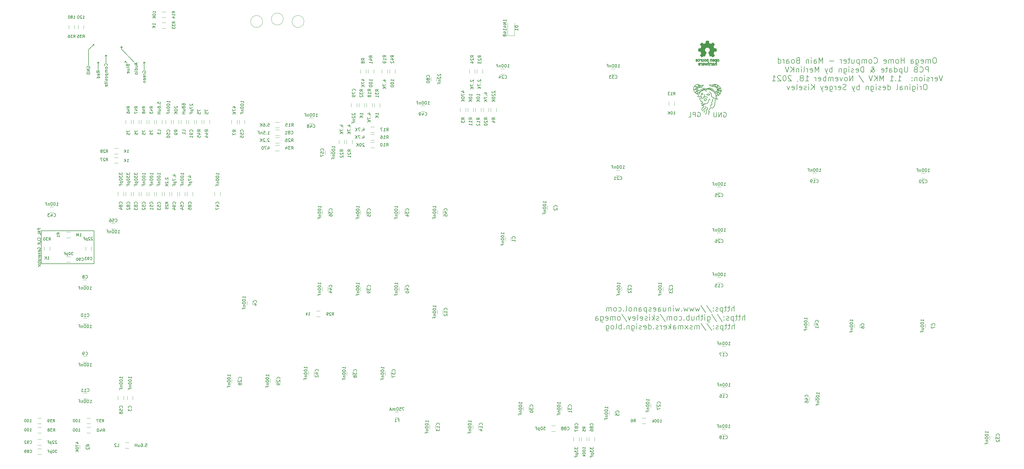
<source format=gbo>
G04 #@! TF.GenerationSoftware,KiCad,Pcbnew,(5.1.6)-1*
G04 #@! TF.CreationDate,2021-11-23T06:49:39+02:00*
G04 #@! TF.ProjectId,Omega-Mainboard,4f6d6567-612d-44d6-9169-6e626f617264,rev?*
G04 #@! TF.SameCoordinates,Original*
G04 #@! TF.FileFunction,Legend,Bot*
G04 #@! TF.FilePolarity,Positive*
%FSLAX46Y46*%
G04 Gerber Fmt 4.6, Leading zero omitted, Abs format (unit mm)*
G04 Created by KiCad (PCBNEW (5.1.6)-1) date 2021-11-23 06:49:39*
%MOMM*%
%LPD*%
G01*
G04 APERTURE LIST*
%ADD10C,0.200000*%
%ADD11C,0.150000*%
%ADD12C,0.010000*%
%ADD13C,0.120000*%
%ADD14C,0.100000*%
G04 APERTURE END LIST*
D10*
X275860714Y-145764285D02*
X275860714Y-143964285D01*
X275089285Y-145764285D02*
X275089285Y-144821428D01*
X275175000Y-144650000D01*
X275346428Y-144564285D01*
X275603571Y-144564285D01*
X275775000Y-144650000D01*
X275860714Y-144735714D01*
X274489285Y-144564285D02*
X273803571Y-144564285D01*
X274232142Y-143964285D02*
X274232142Y-145507142D01*
X274146428Y-145678571D01*
X273975000Y-145764285D01*
X273803571Y-145764285D01*
X273460714Y-144564285D02*
X272775000Y-144564285D01*
X273203571Y-143964285D02*
X273203571Y-145507142D01*
X273117857Y-145678571D01*
X272946428Y-145764285D01*
X272775000Y-145764285D01*
X272175000Y-144564285D02*
X272175000Y-146364285D01*
X272175000Y-144650000D02*
X272003571Y-144564285D01*
X271660714Y-144564285D01*
X271489285Y-144650000D01*
X271403571Y-144735714D01*
X271317857Y-144907142D01*
X271317857Y-145421428D01*
X271403571Y-145592857D01*
X271489285Y-145678571D01*
X271660714Y-145764285D01*
X272003571Y-145764285D01*
X272175000Y-145678571D01*
X270632142Y-145678571D02*
X270460714Y-145764285D01*
X270117857Y-145764285D01*
X269946428Y-145678571D01*
X269860714Y-145507142D01*
X269860714Y-145421428D01*
X269946428Y-145250000D01*
X270117857Y-145164285D01*
X270375000Y-145164285D01*
X270546428Y-145078571D01*
X270632142Y-144907142D01*
X270632142Y-144821428D01*
X270546428Y-144650000D01*
X270375000Y-144564285D01*
X270117857Y-144564285D01*
X269946428Y-144650000D01*
X269089285Y-145592857D02*
X269003571Y-145678571D01*
X269089285Y-145764285D01*
X269175000Y-145678571D01*
X269089285Y-145592857D01*
X269089285Y-145764285D01*
X269089285Y-144650000D02*
X269003571Y-144735714D01*
X269089285Y-144821428D01*
X269175000Y-144735714D01*
X269089285Y-144650000D01*
X269089285Y-144821428D01*
X266946428Y-143878571D02*
X268489285Y-146192857D01*
X265060714Y-143878571D02*
X266603571Y-146192857D01*
X264632142Y-144564285D02*
X264289285Y-145764285D01*
X263946428Y-144907142D01*
X263603571Y-145764285D01*
X263260714Y-144564285D01*
X262746428Y-144564285D02*
X262403571Y-145764285D01*
X262060714Y-144907142D01*
X261717857Y-145764285D01*
X261375000Y-144564285D01*
X260860714Y-144564285D02*
X260517857Y-145764285D01*
X260175000Y-144907142D01*
X259832142Y-145764285D01*
X259489285Y-144564285D01*
X258803571Y-145592857D02*
X258717857Y-145678571D01*
X258803571Y-145764285D01*
X258889285Y-145678571D01*
X258803571Y-145592857D01*
X258803571Y-145764285D01*
X258117857Y-144564285D02*
X257775000Y-145764285D01*
X257432142Y-144907142D01*
X257089285Y-145764285D01*
X256746428Y-144564285D01*
X256060714Y-145764285D02*
X256060714Y-144564285D01*
X256060714Y-143964285D02*
X256146428Y-144050000D01*
X256060714Y-144135714D01*
X255975000Y-144050000D01*
X256060714Y-143964285D01*
X256060714Y-144135714D01*
X255203571Y-144564285D02*
X255203571Y-145764285D01*
X255203571Y-144735714D02*
X255117857Y-144650000D01*
X254946428Y-144564285D01*
X254689285Y-144564285D01*
X254517857Y-144650000D01*
X254432142Y-144821428D01*
X254432142Y-145764285D01*
X252803571Y-144564285D02*
X252803571Y-145764285D01*
X253575000Y-144564285D02*
X253575000Y-145507142D01*
X253489285Y-145678571D01*
X253317857Y-145764285D01*
X253060714Y-145764285D01*
X252889285Y-145678571D01*
X252803571Y-145592857D01*
X251175000Y-145764285D02*
X251175000Y-144821428D01*
X251260714Y-144650000D01*
X251432142Y-144564285D01*
X251775000Y-144564285D01*
X251946428Y-144650000D01*
X251175000Y-145678571D02*
X251346428Y-145764285D01*
X251775000Y-145764285D01*
X251946428Y-145678571D01*
X252032142Y-145507142D01*
X252032142Y-145335714D01*
X251946428Y-145164285D01*
X251775000Y-145078571D01*
X251346428Y-145078571D01*
X251175000Y-144992857D01*
X249632142Y-145678571D02*
X249803571Y-145764285D01*
X250146428Y-145764285D01*
X250317857Y-145678571D01*
X250403571Y-145507142D01*
X250403571Y-144821428D01*
X250317857Y-144650000D01*
X250146428Y-144564285D01*
X249803571Y-144564285D01*
X249632142Y-144650000D01*
X249546428Y-144821428D01*
X249546428Y-144992857D01*
X250403571Y-145164285D01*
X248860714Y-145678571D02*
X248689285Y-145764285D01*
X248346428Y-145764285D01*
X248175000Y-145678571D01*
X248089285Y-145507142D01*
X248089285Y-145421428D01*
X248175000Y-145250000D01*
X248346428Y-145164285D01*
X248603571Y-145164285D01*
X248775000Y-145078571D01*
X248860714Y-144907142D01*
X248860714Y-144821428D01*
X248775000Y-144650000D01*
X248603571Y-144564285D01*
X248346428Y-144564285D01*
X248175000Y-144650000D01*
X247317857Y-144564285D02*
X247317857Y-146364285D01*
X247317857Y-144650000D02*
X247146428Y-144564285D01*
X246803571Y-144564285D01*
X246632142Y-144650000D01*
X246546428Y-144735714D01*
X246460714Y-144907142D01*
X246460714Y-145421428D01*
X246546428Y-145592857D01*
X246632142Y-145678571D01*
X246803571Y-145764285D01*
X247146428Y-145764285D01*
X247317857Y-145678571D01*
X244917857Y-145764285D02*
X244917857Y-144821428D01*
X245003571Y-144650000D01*
X245175000Y-144564285D01*
X245517857Y-144564285D01*
X245689285Y-144650000D01*
X244917857Y-145678571D02*
X245089285Y-145764285D01*
X245517857Y-145764285D01*
X245689285Y-145678571D01*
X245775000Y-145507142D01*
X245775000Y-145335714D01*
X245689285Y-145164285D01*
X245517857Y-145078571D01*
X245089285Y-145078571D01*
X244917857Y-144992857D01*
X244060714Y-144564285D02*
X244060714Y-145764285D01*
X244060714Y-144735714D02*
X243975000Y-144650000D01*
X243803571Y-144564285D01*
X243546428Y-144564285D01*
X243375000Y-144650000D01*
X243289285Y-144821428D01*
X243289285Y-145764285D01*
X242175000Y-145764285D02*
X242346428Y-145678571D01*
X242432142Y-145592857D01*
X242517857Y-145421428D01*
X242517857Y-144907142D01*
X242432142Y-144735714D01*
X242346428Y-144650000D01*
X242175000Y-144564285D01*
X241917857Y-144564285D01*
X241746428Y-144650000D01*
X241660714Y-144735714D01*
X241575000Y-144907142D01*
X241575000Y-145421428D01*
X241660714Y-145592857D01*
X241746428Y-145678571D01*
X241917857Y-145764285D01*
X242175000Y-145764285D01*
X240546428Y-145764285D02*
X240717857Y-145678571D01*
X240803571Y-145507142D01*
X240803571Y-143964285D01*
X239860714Y-145592857D02*
X239775000Y-145678571D01*
X239860714Y-145764285D01*
X239946428Y-145678571D01*
X239860714Y-145592857D01*
X239860714Y-145764285D01*
X238232142Y-145678571D02*
X238403571Y-145764285D01*
X238746428Y-145764285D01*
X238917857Y-145678571D01*
X239003571Y-145592857D01*
X239089285Y-145421428D01*
X239089285Y-144907142D01*
X239003571Y-144735714D01*
X238917857Y-144650000D01*
X238746428Y-144564285D01*
X238403571Y-144564285D01*
X238232142Y-144650000D01*
X237203571Y-145764285D02*
X237375000Y-145678571D01*
X237460714Y-145592857D01*
X237546428Y-145421428D01*
X237546428Y-144907142D01*
X237460714Y-144735714D01*
X237375000Y-144650000D01*
X237203571Y-144564285D01*
X236946428Y-144564285D01*
X236775000Y-144650000D01*
X236689285Y-144735714D01*
X236603571Y-144907142D01*
X236603571Y-145421428D01*
X236689285Y-145592857D01*
X236775000Y-145678571D01*
X236946428Y-145764285D01*
X237203571Y-145764285D01*
X235832142Y-145764285D02*
X235832142Y-144564285D01*
X235832142Y-144735714D02*
X235746428Y-144650000D01*
X235575000Y-144564285D01*
X235317857Y-144564285D01*
X235146428Y-144650000D01*
X235060714Y-144821428D01*
X235060714Y-145764285D01*
X235060714Y-144821428D02*
X234975000Y-144650000D01*
X234803571Y-144564285D01*
X234546428Y-144564285D01*
X234375000Y-144650000D01*
X234289285Y-144821428D01*
X234289285Y-145764285D01*
X279375000Y-148664285D02*
X279375000Y-146864285D01*
X278603571Y-148664285D02*
X278603571Y-147721428D01*
X278689285Y-147550000D01*
X278860714Y-147464285D01*
X279117857Y-147464285D01*
X279289285Y-147550000D01*
X279375000Y-147635714D01*
X278003571Y-147464285D02*
X277317857Y-147464285D01*
X277746428Y-146864285D02*
X277746428Y-148407142D01*
X277660714Y-148578571D01*
X277489285Y-148664285D01*
X277317857Y-148664285D01*
X276975000Y-147464285D02*
X276289285Y-147464285D01*
X276717857Y-146864285D02*
X276717857Y-148407142D01*
X276632142Y-148578571D01*
X276460714Y-148664285D01*
X276289285Y-148664285D01*
X275689285Y-147464285D02*
X275689285Y-149264285D01*
X275689285Y-147550000D02*
X275517857Y-147464285D01*
X275175000Y-147464285D01*
X275003571Y-147550000D01*
X274917857Y-147635714D01*
X274832142Y-147807142D01*
X274832142Y-148321428D01*
X274917857Y-148492857D01*
X275003571Y-148578571D01*
X275175000Y-148664285D01*
X275517857Y-148664285D01*
X275689285Y-148578571D01*
X274146428Y-148578571D02*
X273975000Y-148664285D01*
X273632142Y-148664285D01*
X273460714Y-148578571D01*
X273375000Y-148407142D01*
X273375000Y-148321428D01*
X273460714Y-148150000D01*
X273632142Y-148064285D01*
X273889285Y-148064285D01*
X274060714Y-147978571D01*
X274146428Y-147807142D01*
X274146428Y-147721428D01*
X274060714Y-147550000D01*
X273889285Y-147464285D01*
X273632142Y-147464285D01*
X273460714Y-147550000D01*
X272603571Y-148492857D02*
X272517857Y-148578571D01*
X272603571Y-148664285D01*
X272689285Y-148578571D01*
X272603571Y-148492857D01*
X272603571Y-148664285D01*
X272603571Y-147550000D02*
X272517857Y-147635714D01*
X272603571Y-147721428D01*
X272689285Y-147635714D01*
X272603571Y-147550000D01*
X272603571Y-147721428D01*
X270460714Y-146778571D02*
X272003571Y-149092857D01*
X268575000Y-146778571D02*
X270117857Y-149092857D01*
X267203571Y-147464285D02*
X267203571Y-148921428D01*
X267289285Y-149092857D01*
X267375000Y-149178571D01*
X267546428Y-149264285D01*
X267803571Y-149264285D01*
X267975000Y-149178571D01*
X267203571Y-148578571D02*
X267375000Y-148664285D01*
X267717857Y-148664285D01*
X267889285Y-148578571D01*
X267975000Y-148492857D01*
X268060714Y-148321428D01*
X268060714Y-147807142D01*
X267975000Y-147635714D01*
X267889285Y-147550000D01*
X267717857Y-147464285D01*
X267375000Y-147464285D01*
X267203571Y-147550000D01*
X266346428Y-148664285D02*
X266346428Y-147464285D01*
X266346428Y-146864285D02*
X266432142Y-146950000D01*
X266346428Y-147035714D01*
X266260714Y-146950000D01*
X266346428Y-146864285D01*
X266346428Y-147035714D01*
X265746428Y-147464285D02*
X265060714Y-147464285D01*
X265489285Y-146864285D02*
X265489285Y-148407142D01*
X265403571Y-148578571D01*
X265232142Y-148664285D01*
X265060714Y-148664285D01*
X264460714Y-148664285D02*
X264460714Y-146864285D01*
X263689285Y-148664285D02*
X263689285Y-147721428D01*
X263775000Y-147550000D01*
X263946428Y-147464285D01*
X264203571Y-147464285D01*
X264375000Y-147550000D01*
X264460714Y-147635714D01*
X262060714Y-147464285D02*
X262060714Y-148664285D01*
X262832142Y-147464285D02*
X262832142Y-148407142D01*
X262746428Y-148578571D01*
X262575000Y-148664285D01*
X262317857Y-148664285D01*
X262146428Y-148578571D01*
X262060714Y-148492857D01*
X261203571Y-148664285D02*
X261203571Y-146864285D01*
X261203571Y-147550000D02*
X261032142Y-147464285D01*
X260689285Y-147464285D01*
X260517857Y-147550000D01*
X260432142Y-147635714D01*
X260346428Y-147807142D01*
X260346428Y-148321428D01*
X260432142Y-148492857D01*
X260517857Y-148578571D01*
X260689285Y-148664285D01*
X261032142Y-148664285D01*
X261203571Y-148578571D01*
X259575000Y-148492857D02*
X259489285Y-148578571D01*
X259575000Y-148664285D01*
X259660714Y-148578571D01*
X259575000Y-148492857D01*
X259575000Y-148664285D01*
X257946428Y-148578571D02*
X258117857Y-148664285D01*
X258460714Y-148664285D01*
X258632142Y-148578571D01*
X258717857Y-148492857D01*
X258803571Y-148321428D01*
X258803571Y-147807142D01*
X258717857Y-147635714D01*
X258632142Y-147550000D01*
X258460714Y-147464285D01*
X258117857Y-147464285D01*
X257946428Y-147550000D01*
X256917857Y-148664285D02*
X257089285Y-148578571D01*
X257175000Y-148492857D01*
X257260714Y-148321428D01*
X257260714Y-147807142D01*
X257175000Y-147635714D01*
X257089285Y-147550000D01*
X256917857Y-147464285D01*
X256660714Y-147464285D01*
X256489285Y-147550000D01*
X256403571Y-147635714D01*
X256317857Y-147807142D01*
X256317857Y-148321428D01*
X256403571Y-148492857D01*
X256489285Y-148578571D01*
X256660714Y-148664285D01*
X256917857Y-148664285D01*
X255546428Y-148664285D02*
X255546428Y-147464285D01*
X255546428Y-147635714D02*
X255460714Y-147550000D01*
X255289285Y-147464285D01*
X255032142Y-147464285D01*
X254860714Y-147550000D01*
X254775000Y-147721428D01*
X254775000Y-148664285D01*
X254775000Y-147721428D02*
X254689285Y-147550000D01*
X254517857Y-147464285D01*
X254260714Y-147464285D01*
X254089285Y-147550000D01*
X254003571Y-147721428D01*
X254003571Y-148664285D01*
X251860714Y-146778571D02*
X253403571Y-149092857D01*
X251346428Y-148578571D02*
X251175000Y-148664285D01*
X250832142Y-148664285D01*
X250660714Y-148578571D01*
X250575000Y-148407142D01*
X250575000Y-148321428D01*
X250660714Y-148150000D01*
X250832142Y-148064285D01*
X251089285Y-148064285D01*
X251260714Y-147978571D01*
X251346428Y-147807142D01*
X251346428Y-147721428D01*
X251260714Y-147550000D01*
X251089285Y-147464285D01*
X250832142Y-147464285D01*
X250660714Y-147550000D01*
X249803571Y-148664285D02*
X249803571Y-146864285D01*
X249632142Y-147978571D02*
X249117857Y-148664285D01*
X249117857Y-147464285D02*
X249803571Y-148150000D01*
X248346428Y-148664285D02*
X248346428Y-147464285D01*
X248346428Y-146864285D02*
X248432142Y-146950000D01*
X248346428Y-147035714D01*
X248260714Y-146950000D01*
X248346428Y-146864285D01*
X248346428Y-147035714D01*
X247575000Y-148578571D02*
X247403571Y-148664285D01*
X247060714Y-148664285D01*
X246889285Y-148578571D01*
X246803571Y-148407142D01*
X246803571Y-148321428D01*
X246889285Y-148150000D01*
X247060714Y-148064285D01*
X247317857Y-148064285D01*
X247489285Y-147978571D01*
X247575000Y-147807142D01*
X247575000Y-147721428D01*
X247489285Y-147550000D01*
X247317857Y-147464285D01*
X247060714Y-147464285D01*
X246889285Y-147550000D01*
X245346428Y-148578571D02*
X245517857Y-148664285D01*
X245860714Y-148664285D01*
X246032142Y-148578571D01*
X246117857Y-148407142D01*
X246117857Y-147721428D01*
X246032142Y-147550000D01*
X245860714Y-147464285D01*
X245517857Y-147464285D01*
X245346428Y-147550000D01*
X245260714Y-147721428D01*
X245260714Y-147892857D01*
X246117857Y-148064285D01*
X244232142Y-148664285D02*
X244403571Y-148578571D01*
X244489285Y-148407142D01*
X244489285Y-146864285D01*
X242860714Y-148578571D02*
X243032142Y-148664285D01*
X243375000Y-148664285D01*
X243546428Y-148578571D01*
X243632142Y-148407142D01*
X243632142Y-147721428D01*
X243546428Y-147550000D01*
X243375000Y-147464285D01*
X243032142Y-147464285D01*
X242860714Y-147550000D01*
X242775000Y-147721428D01*
X242775000Y-147892857D01*
X243632142Y-148064285D01*
X242175000Y-147464285D02*
X241746428Y-148664285D01*
X241317857Y-147464285D01*
X239346428Y-146778571D02*
X240889285Y-149092857D01*
X238489285Y-148664285D02*
X238660714Y-148578571D01*
X238746428Y-148492857D01*
X238832142Y-148321428D01*
X238832142Y-147807142D01*
X238746428Y-147635714D01*
X238660714Y-147550000D01*
X238489285Y-147464285D01*
X238232142Y-147464285D01*
X238060714Y-147550000D01*
X237975000Y-147635714D01*
X237889285Y-147807142D01*
X237889285Y-148321428D01*
X237975000Y-148492857D01*
X238060714Y-148578571D01*
X238232142Y-148664285D01*
X238489285Y-148664285D01*
X237117857Y-148664285D02*
X237117857Y-147464285D01*
X237117857Y-147635714D02*
X237032142Y-147550000D01*
X236860714Y-147464285D01*
X236603571Y-147464285D01*
X236432142Y-147550000D01*
X236346428Y-147721428D01*
X236346428Y-148664285D01*
X236346428Y-147721428D02*
X236260714Y-147550000D01*
X236089285Y-147464285D01*
X235832142Y-147464285D01*
X235660714Y-147550000D01*
X235575000Y-147721428D01*
X235575000Y-148664285D01*
X234032142Y-148578571D02*
X234203571Y-148664285D01*
X234546428Y-148664285D01*
X234717857Y-148578571D01*
X234803571Y-148407142D01*
X234803571Y-147721428D01*
X234717857Y-147550000D01*
X234546428Y-147464285D01*
X234203571Y-147464285D01*
X234032142Y-147550000D01*
X233946428Y-147721428D01*
X233946428Y-147892857D01*
X234803571Y-148064285D01*
X232403571Y-147464285D02*
X232403571Y-148921428D01*
X232489285Y-149092857D01*
X232575000Y-149178571D01*
X232746428Y-149264285D01*
X233003571Y-149264285D01*
X233175000Y-149178571D01*
X232403571Y-148578571D02*
X232575000Y-148664285D01*
X232917857Y-148664285D01*
X233089285Y-148578571D01*
X233175000Y-148492857D01*
X233260714Y-148321428D01*
X233260714Y-147807142D01*
X233175000Y-147635714D01*
X233089285Y-147550000D01*
X232917857Y-147464285D01*
X232575000Y-147464285D01*
X232403571Y-147550000D01*
X230775000Y-148664285D02*
X230775000Y-147721428D01*
X230860714Y-147550000D01*
X231032142Y-147464285D01*
X231375000Y-147464285D01*
X231546428Y-147550000D01*
X230775000Y-148578571D02*
X230946428Y-148664285D01*
X231375000Y-148664285D01*
X231546428Y-148578571D01*
X231632142Y-148407142D01*
X231632142Y-148235714D01*
X231546428Y-148064285D01*
X231375000Y-147978571D01*
X230946428Y-147978571D01*
X230775000Y-147892857D01*
X275946428Y-151564285D02*
X275946428Y-149764285D01*
X275175000Y-151564285D02*
X275175000Y-150621428D01*
X275260714Y-150450000D01*
X275432142Y-150364285D01*
X275689285Y-150364285D01*
X275860714Y-150450000D01*
X275946428Y-150535714D01*
X274575000Y-150364285D02*
X273889285Y-150364285D01*
X274317857Y-149764285D02*
X274317857Y-151307142D01*
X274232142Y-151478571D01*
X274060714Y-151564285D01*
X273889285Y-151564285D01*
X273546428Y-150364285D02*
X272860714Y-150364285D01*
X273289285Y-149764285D02*
X273289285Y-151307142D01*
X273203571Y-151478571D01*
X273032142Y-151564285D01*
X272860714Y-151564285D01*
X272260714Y-150364285D02*
X272260714Y-152164285D01*
X272260714Y-150450000D02*
X272089285Y-150364285D01*
X271746428Y-150364285D01*
X271575000Y-150450000D01*
X271489285Y-150535714D01*
X271403571Y-150707142D01*
X271403571Y-151221428D01*
X271489285Y-151392857D01*
X271575000Y-151478571D01*
X271746428Y-151564285D01*
X272089285Y-151564285D01*
X272260714Y-151478571D01*
X270717857Y-151478571D02*
X270546428Y-151564285D01*
X270203571Y-151564285D01*
X270032142Y-151478571D01*
X269946428Y-151307142D01*
X269946428Y-151221428D01*
X270032142Y-151050000D01*
X270203571Y-150964285D01*
X270460714Y-150964285D01*
X270632142Y-150878571D01*
X270717857Y-150707142D01*
X270717857Y-150621428D01*
X270632142Y-150450000D01*
X270460714Y-150364285D01*
X270203571Y-150364285D01*
X270032142Y-150450000D01*
X269175000Y-151392857D02*
X269089285Y-151478571D01*
X269175000Y-151564285D01*
X269260714Y-151478571D01*
X269175000Y-151392857D01*
X269175000Y-151564285D01*
X269175000Y-150450000D02*
X269089285Y-150535714D01*
X269175000Y-150621428D01*
X269260714Y-150535714D01*
X269175000Y-150450000D01*
X269175000Y-150621428D01*
X267032142Y-149678571D02*
X268575000Y-151992857D01*
X265146428Y-149678571D02*
X266689285Y-151992857D01*
X264546428Y-151564285D02*
X264546428Y-150364285D01*
X264546428Y-150535714D02*
X264460714Y-150450000D01*
X264289285Y-150364285D01*
X264032142Y-150364285D01*
X263860714Y-150450000D01*
X263775000Y-150621428D01*
X263775000Y-151564285D01*
X263775000Y-150621428D02*
X263689285Y-150450000D01*
X263517857Y-150364285D01*
X263260714Y-150364285D01*
X263089285Y-150450000D01*
X263003571Y-150621428D01*
X263003571Y-151564285D01*
X262232142Y-151478571D02*
X262060714Y-151564285D01*
X261717857Y-151564285D01*
X261546428Y-151478571D01*
X261460714Y-151307142D01*
X261460714Y-151221428D01*
X261546428Y-151050000D01*
X261717857Y-150964285D01*
X261975000Y-150964285D01*
X262146428Y-150878571D01*
X262232142Y-150707142D01*
X262232142Y-150621428D01*
X262146428Y-150450000D01*
X261975000Y-150364285D01*
X261717857Y-150364285D01*
X261546428Y-150450000D01*
X260860714Y-151564285D02*
X259917857Y-150364285D01*
X260860714Y-150364285D02*
X259917857Y-151564285D01*
X259232142Y-151564285D02*
X259232142Y-150364285D01*
X259232142Y-150535714D02*
X259146428Y-150450000D01*
X258975000Y-150364285D01*
X258717857Y-150364285D01*
X258546428Y-150450000D01*
X258460714Y-150621428D01*
X258460714Y-151564285D01*
X258460714Y-150621428D02*
X258375000Y-150450000D01*
X258203571Y-150364285D01*
X257946428Y-150364285D01*
X257775000Y-150450000D01*
X257689285Y-150621428D01*
X257689285Y-151564285D01*
X256060714Y-151564285D02*
X256060714Y-150621428D01*
X256146428Y-150450000D01*
X256317857Y-150364285D01*
X256660714Y-150364285D01*
X256832142Y-150450000D01*
X256060714Y-151478571D02*
X256232142Y-151564285D01*
X256660714Y-151564285D01*
X256832142Y-151478571D01*
X256917857Y-151307142D01*
X256917857Y-151135714D01*
X256832142Y-150964285D01*
X256660714Y-150878571D01*
X256232142Y-150878571D01*
X256060714Y-150792857D01*
X255203571Y-151564285D02*
X255203571Y-149764285D01*
X255032142Y-150878571D02*
X254517857Y-151564285D01*
X254517857Y-150364285D02*
X255203571Y-151050000D01*
X253060714Y-151478571D02*
X253232142Y-151564285D01*
X253575000Y-151564285D01*
X253746428Y-151478571D01*
X253832142Y-151307142D01*
X253832142Y-150621428D01*
X253746428Y-150450000D01*
X253575000Y-150364285D01*
X253232142Y-150364285D01*
X253060714Y-150450000D01*
X252975000Y-150621428D01*
X252975000Y-150792857D01*
X253832142Y-150964285D01*
X252203571Y-151564285D02*
X252203571Y-150364285D01*
X252203571Y-150707142D02*
X252117857Y-150535714D01*
X252032142Y-150450000D01*
X251860714Y-150364285D01*
X251689285Y-150364285D01*
X251175000Y-151478571D02*
X251003571Y-151564285D01*
X250660714Y-151564285D01*
X250489285Y-151478571D01*
X250403571Y-151307142D01*
X250403571Y-151221428D01*
X250489285Y-151050000D01*
X250660714Y-150964285D01*
X250917857Y-150964285D01*
X251089285Y-150878571D01*
X251175000Y-150707142D01*
X251175000Y-150621428D01*
X251089285Y-150450000D01*
X250917857Y-150364285D01*
X250660714Y-150364285D01*
X250489285Y-150450000D01*
X249632142Y-151392857D02*
X249546428Y-151478571D01*
X249632142Y-151564285D01*
X249717857Y-151478571D01*
X249632142Y-151392857D01*
X249632142Y-151564285D01*
X248003571Y-151564285D02*
X248003571Y-149764285D01*
X248003571Y-151478571D02*
X248175000Y-151564285D01*
X248517857Y-151564285D01*
X248689285Y-151478571D01*
X248775000Y-151392857D01*
X248860714Y-151221428D01*
X248860714Y-150707142D01*
X248775000Y-150535714D01*
X248689285Y-150450000D01*
X248517857Y-150364285D01*
X248175000Y-150364285D01*
X248003571Y-150450000D01*
X246460714Y-151478571D02*
X246632142Y-151564285D01*
X246975000Y-151564285D01*
X247146428Y-151478571D01*
X247232142Y-151307142D01*
X247232142Y-150621428D01*
X247146428Y-150450000D01*
X246975000Y-150364285D01*
X246632142Y-150364285D01*
X246460714Y-150450000D01*
X246375000Y-150621428D01*
X246375000Y-150792857D01*
X247232142Y-150964285D01*
X245689285Y-151478571D02*
X245517857Y-151564285D01*
X245175000Y-151564285D01*
X245003571Y-151478571D01*
X244917857Y-151307142D01*
X244917857Y-151221428D01*
X245003571Y-151050000D01*
X245175000Y-150964285D01*
X245432142Y-150964285D01*
X245603571Y-150878571D01*
X245689285Y-150707142D01*
X245689285Y-150621428D01*
X245603571Y-150450000D01*
X245432142Y-150364285D01*
X245175000Y-150364285D01*
X245003571Y-150450000D01*
X244146428Y-151564285D02*
X244146428Y-150364285D01*
X244146428Y-149764285D02*
X244232142Y-149850000D01*
X244146428Y-149935714D01*
X244060714Y-149850000D01*
X244146428Y-149764285D01*
X244146428Y-149935714D01*
X242517857Y-150364285D02*
X242517857Y-151821428D01*
X242603571Y-151992857D01*
X242689285Y-152078571D01*
X242860714Y-152164285D01*
X243117857Y-152164285D01*
X243289285Y-152078571D01*
X242517857Y-151478571D02*
X242689285Y-151564285D01*
X243032142Y-151564285D01*
X243203571Y-151478571D01*
X243289285Y-151392857D01*
X243375000Y-151221428D01*
X243375000Y-150707142D01*
X243289285Y-150535714D01*
X243203571Y-150450000D01*
X243032142Y-150364285D01*
X242689285Y-150364285D01*
X242517857Y-150450000D01*
X241660714Y-150364285D02*
X241660714Y-151564285D01*
X241660714Y-150535714D02*
X241575000Y-150450000D01*
X241403571Y-150364285D01*
X241146428Y-150364285D01*
X240975000Y-150450000D01*
X240889285Y-150621428D01*
X240889285Y-151564285D01*
X240032142Y-151392857D02*
X239946428Y-151478571D01*
X240032142Y-151564285D01*
X240117857Y-151478571D01*
X240032142Y-151392857D01*
X240032142Y-151564285D01*
X239175000Y-151564285D02*
X239175000Y-149764285D01*
X239175000Y-150450000D02*
X239003571Y-150364285D01*
X238660714Y-150364285D01*
X238489285Y-150450000D01*
X238403571Y-150535714D01*
X238317857Y-150707142D01*
X238317857Y-151221428D01*
X238403571Y-151392857D01*
X238489285Y-151478571D01*
X238660714Y-151564285D01*
X239003571Y-151564285D01*
X239175000Y-151478571D01*
X237289285Y-151564285D02*
X237460714Y-151478571D01*
X237546428Y-151307142D01*
X237546428Y-149764285D01*
X236346428Y-151564285D02*
X236517857Y-151478571D01*
X236603571Y-151392857D01*
X236689285Y-151221428D01*
X236689285Y-150707142D01*
X236603571Y-150535714D01*
X236517857Y-150450000D01*
X236346428Y-150364285D01*
X236089285Y-150364285D01*
X235917857Y-150450000D01*
X235832142Y-150535714D01*
X235746428Y-150707142D01*
X235746428Y-151221428D01*
X235832142Y-151392857D01*
X235917857Y-151478571D01*
X236089285Y-151564285D01*
X236346428Y-151564285D01*
X234203571Y-150364285D02*
X234203571Y-151821428D01*
X234289285Y-151992857D01*
X234375000Y-152078571D01*
X234546428Y-152164285D01*
X234803571Y-152164285D01*
X234975000Y-152078571D01*
X234203571Y-151478571D02*
X234375000Y-151564285D01*
X234717857Y-151564285D01*
X234889285Y-151478571D01*
X234975000Y-151392857D01*
X235060714Y-151221428D01*
X235060714Y-150707142D01*
X234975000Y-150535714D01*
X234889285Y-150450000D01*
X234717857Y-150364285D01*
X234375000Y-150364285D01*
X234203571Y-150450000D01*
D11*
X67300000Y-130200000D02*
X50075000Y-130200000D01*
X50075000Y-119450000D02*
X67300000Y-119450000D01*
X67300000Y-119450000D02*
X67300000Y-130200000D01*
X50075000Y-130200000D02*
X50075000Y-119450000D01*
X49782142Y-118757142D02*
X48882142Y-118757142D01*
X48882142Y-119100000D01*
X48925000Y-119185714D01*
X48967857Y-119228571D01*
X49053571Y-119271428D01*
X49182142Y-119271428D01*
X49267857Y-119228571D01*
X49310714Y-119185714D01*
X49353571Y-119100000D01*
X49353571Y-118757142D01*
X49525000Y-119614285D02*
X49525000Y-120042857D01*
X49782142Y-119528571D02*
X48882142Y-119828571D01*
X49782142Y-120128571D01*
X49782142Y-120857142D02*
X49782142Y-120428571D01*
X48882142Y-120428571D01*
X49696428Y-122357142D02*
X49739285Y-122314285D01*
X49782142Y-122185714D01*
X49782142Y-122100000D01*
X49739285Y-121971428D01*
X49653571Y-121885714D01*
X49567857Y-121842857D01*
X49396428Y-121800000D01*
X49267857Y-121800000D01*
X49096428Y-121842857D01*
X49010714Y-121885714D01*
X48925000Y-121971428D01*
X48882142Y-122100000D01*
X48882142Y-122185714D01*
X48925000Y-122314285D01*
X48967857Y-122357142D01*
X49782142Y-123171428D02*
X49782142Y-122742857D01*
X48882142Y-122742857D01*
X49782142Y-123471428D02*
X48882142Y-123471428D01*
X49782142Y-123985714D02*
X49267857Y-123600000D01*
X48882142Y-123985714D02*
X49396428Y-123471428D01*
X48925000Y-125528571D02*
X48882142Y-125442857D01*
X48882142Y-125314285D01*
X48925000Y-125185714D01*
X49010714Y-125100000D01*
X49096428Y-125057142D01*
X49267857Y-125014285D01*
X49396428Y-125014285D01*
X49567857Y-125057142D01*
X49653571Y-125100000D01*
X49739285Y-125185714D01*
X49782142Y-125314285D01*
X49782142Y-125400000D01*
X49739285Y-125528571D01*
X49696428Y-125571428D01*
X49396428Y-125571428D01*
X49396428Y-125400000D01*
X49739285Y-126300000D02*
X49782142Y-126214285D01*
X49782142Y-126042857D01*
X49739285Y-125957142D01*
X49653571Y-125914285D01*
X49310714Y-125914285D01*
X49225000Y-125957142D01*
X49182142Y-126042857D01*
X49182142Y-126214285D01*
X49225000Y-126300000D01*
X49310714Y-126342857D01*
X49396428Y-126342857D01*
X49482142Y-125914285D01*
X49182142Y-126728571D02*
X49782142Y-126728571D01*
X49267857Y-126728571D02*
X49225000Y-126771428D01*
X49182142Y-126857142D01*
X49182142Y-126985714D01*
X49225000Y-127071428D01*
X49310714Y-127114285D01*
X49782142Y-127114285D01*
X49739285Y-127885714D02*
X49782142Y-127800000D01*
X49782142Y-127628571D01*
X49739285Y-127542857D01*
X49653571Y-127500000D01*
X49310714Y-127500000D01*
X49225000Y-127542857D01*
X49182142Y-127628571D01*
X49182142Y-127800000D01*
X49225000Y-127885714D01*
X49310714Y-127928571D01*
X49396428Y-127928571D01*
X49482142Y-127500000D01*
X49782142Y-128314285D02*
X49182142Y-128314285D01*
X49353571Y-128314285D02*
X49267857Y-128357142D01*
X49225000Y-128400000D01*
X49182142Y-128485714D01*
X49182142Y-128571428D01*
X49782142Y-129257142D02*
X49310714Y-129257142D01*
X49225000Y-129214285D01*
X49182142Y-129128571D01*
X49182142Y-128957142D01*
X49225000Y-128871428D01*
X49739285Y-129257142D02*
X49782142Y-129171428D01*
X49782142Y-128957142D01*
X49739285Y-128871428D01*
X49653571Y-128828571D01*
X49567857Y-128828571D01*
X49482142Y-128871428D01*
X49439285Y-128957142D01*
X49439285Y-129171428D01*
X49396428Y-129257142D01*
X49182142Y-129557142D02*
X49182142Y-129900000D01*
X48882142Y-129685714D02*
X49653571Y-129685714D01*
X49739285Y-129728571D01*
X49782142Y-129814285D01*
X49782142Y-129900000D01*
X49782142Y-130328571D02*
X49739285Y-130242857D01*
X49696428Y-130200000D01*
X49610714Y-130157142D01*
X49353571Y-130157142D01*
X49267857Y-130200000D01*
X49225000Y-130242857D01*
X49182142Y-130328571D01*
X49182142Y-130457142D01*
X49225000Y-130542857D01*
X49267857Y-130585714D01*
X49353571Y-130628571D01*
X49610714Y-130628571D01*
X49696428Y-130585714D01*
X49739285Y-130542857D01*
X49782142Y-130457142D01*
X49782142Y-130328571D01*
X49782142Y-131014285D02*
X49182142Y-131014285D01*
X49353571Y-131014285D02*
X49267857Y-131057142D01*
X49225000Y-131100000D01*
X49182142Y-131185714D01*
X49182142Y-131271428D01*
X65468500Y-60388500D02*
X67246500Y-58674000D01*
X66929000Y-58674000D02*
X67246500Y-58674000D01*
X67246500Y-58674000D02*
X67246500Y-58991500D01*
X65468500Y-60388500D02*
X65468500Y-65468500D01*
X76200000Y-60325000D02*
X76200000Y-59372500D01*
X83947000Y-64770000D02*
X83629500Y-64452500D01*
X83312000Y-64770000D02*
X83629500Y-64452500D01*
X83629500Y-64452500D02*
X83312000Y-64770000D01*
X83629500Y-66992500D02*
X83629500Y-64452500D01*
X76200000Y-59372500D02*
X76517500Y-59690000D01*
X76200000Y-59372500D02*
X75882500Y-59690000D01*
X80327500Y-64452500D02*
X76200000Y-60325000D01*
X77343000Y-64198500D02*
X77660500Y-64198500D01*
X77343000Y-64516000D02*
X77343000Y-64198500D01*
X77978000Y-64833500D02*
X77343000Y-64198500D01*
X71183500Y-62166500D02*
X71501000Y-62484000D01*
X71183500Y-62166500D02*
X70866000Y-62484000D01*
X71183500Y-64706500D02*
X71183500Y-62166500D01*
X68643500Y-64452500D02*
X68961000Y-64770000D01*
X68326000Y-64770000D02*
X68643500Y-64452500D01*
X68643500Y-66992500D02*
X68643500Y-64452500D01*
D10*
X341439285Y-63039285D02*
X341096428Y-63039285D01*
X340925000Y-63125000D01*
X340753571Y-63296428D01*
X340667857Y-63639285D01*
X340667857Y-64239285D01*
X340753571Y-64582142D01*
X340925000Y-64753571D01*
X341096428Y-64839285D01*
X341439285Y-64839285D01*
X341610714Y-64753571D01*
X341782142Y-64582142D01*
X341867857Y-64239285D01*
X341867857Y-63639285D01*
X341782142Y-63296428D01*
X341610714Y-63125000D01*
X341439285Y-63039285D01*
X339896428Y-64839285D02*
X339896428Y-63639285D01*
X339896428Y-63810714D02*
X339810714Y-63725000D01*
X339639285Y-63639285D01*
X339382142Y-63639285D01*
X339210714Y-63725000D01*
X339125000Y-63896428D01*
X339125000Y-64839285D01*
X339125000Y-63896428D02*
X339039285Y-63725000D01*
X338867857Y-63639285D01*
X338610714Y-63639285D01*
X338439285Y-63725000D01*
X338353571Y-63896428D01*
X338353571Y-64839285D01*
X336810714Y-64753571D02*
X336982142Y-64839285D01*
X337325000Y-64839285D01*
X337496428Y-64753571D01*
X337582142Y-64582142D01*
X337582142Y-63896428D01*
X337496428Y-63725000D01*
X337325000Y-63639285D01*
X336982142Y-63639285D01*
X336810714Y-63725000D01*
X336725000Y-63896428D01*
X336725000Y-64067857D01*
X337582142Y-64239285D01*
X335182142Y-63639285D02*
X335182142Y-65096428D01*
X335267857Y-65267857D01*
X335353571Y-65353571D01*
X335525000Y-65439285D01*
X335782142Y-65439285D01*
X335953571Y-65353571D01*
X335182142Y-64753571D02*
X335353571Y-64839285D01*
X335696428Y-64839285D01*
X335867857Y-64753571D01*
X335953571Y-64667857D01*
X336039285Y-64496428D01*
X336039285Y-63982142D01*
X335953571Y-63810714D01*
X335867857Y-63725000D01*
X335696428Y-63639285D01*
X335353571Y-63639285D01*
X335182142Y-63725000D01*
X333553571Y-64839285D02*
X333553571Y-63896428D01*
X333639285Y-63725000D01*
X333810714Y-63639285D01*
X334153571Y-63639285D01*
X334325000Y-63725000D01*
X333553571Y-64753571D02*
X333725000Y-64839285D01*
X334153571Y-64839285D01*
X334325000Y-64753571D01*
X334410714Y-64582142D01*
X334410714Y-64410714D01*
X334325000Y-64239285D01*
X334153571Y-64153571D01*
X333725000Y-64153571D01*
X333553571Y-64067857D01*
X331325000Y-64839285D02*
X331325000Y-63039285D01*
X331325000Y-63896428D02*
X330296428Y-63896428D01*
X330296428Y-64839285D02*
X330296428Y-63039285D01*
X329182142Y-64839285D02*
X329353571Y-64753571D01*
X329439285Y-64667857D01*
X329525000Y-64496428D01*
X329525000Y-63982142D01*
X329439285Y-63810714D01*
X329353571Y-63725000D01*
X329182142Y-63639285D01*
X328925000Y-63639285D01*
X328753571Y-63725000D01*
X328667857Y-63810714D01*
X328582142Y-63982142D01*
X328582142Y-64496428D01*
X328667857Y-64667857D01*
X328753571Y-64753571D01*
X328925000Y-64839285D01*
X329182142Y-64839285D01*
X327810714Y-64839285D02*
X327810714Y-63639285D01*
X327810714Y-63810714D02*
X327725000Y-63725000D01*
X327553571Y-63639285D01*
X327296428Y-63639285D01*
X327125000Y-63725000D01*
X327039285Y-63896428D01*
X327039285Y-64839285D01*
X327039285Y-63896428D02*
X326953571Y-63725000D01*
X326782142Y-63639285D01*
X326525000Y-63639285D01*
X326353571Y-63725000D01*
X326267857Y-63896428D01*
X326267857Y-64839285D01*
X324725000Y-64753571D02*
X324896428Y-64839285D01*
X325239285Y-64839285D01*
X325410714Y-64753571D01*
X325496428Y-64582142D01*
X325496428Y-63896428D01*
X325410714Y-63725000D01*
X325239285Y-63639285D01*
X324896428Y-63639285D01*
X324725000Y-63725000D01*
X324639285Y-63896428D01*
X324639285Y-64067857D01*
X325496428Y-64239285D01*
X321467857Y-64667857D02*
X321553571Y-64753571D01*
X321810714Y-64839285D01*
X321982142Y-64839285D01*
X322239285Y-64753571D01*
X322410714Y-64582142D01*
X322496428Y-64410714D01*
X322582142Y-64067857D01*
X322582142Y-63810714D01*
X322496428Y-63467857D01*
X322410714Y-63296428D01*
X322239285Y-63125000D01*
X321982142Y-63039285D01*
X321810714Y-63039285D01*
X321553571Y-63125000D01*
X321467857Y-63210714D01*
X320439285Y-64839285D02*
X320610714Y-64753571D01*
X320696428Y-64667857D01*
X320782142Y-64496428D01*
X320782142Y-63982142D01*
X320696428Y-63810714D01*
X320610714Y-63725000D01*
X320439285Y-63639285D01*
X320182142Y-63639285D01*
X320010714Y-63725000D01*
X319925000Y-63810714D01*
X319839285Y-63982142D01*
X319839285Y-64496428D01*
X319925000Y-64667857D01*
X320010714Y-64753571D01*
X320182142Y-64839285D01*
X320439285Y-64839285D01*
X319067857Y-64839285D02*
X319067857Y-63639285D01*
X319067857Y-63810714D02*
X318982142Y-63725000D01*
X318810714Y-63639285D01*
X318553571Y-63639285D01*
X318382142Y-63725000D01*
X318296428Y-63896428D01*
X318296428Y-64839285D01*
X318296428Y-63896428D02*
X318210714Y-63725000D01*
X318039285Y-63639285D01*
X317782142Y-63639285D01*
X317610714Y-63725000D01*
X317525000Y-63896428D01*
X317525000Y-64839285D01*
X316667857Y-63639285D02*
X316667857Y-65439285D01*
X316667857Y-63725000D02*
X316496428Y-63639285D01*
X316153571Y-63639285D01*
X315982142Y-63725000D01*
X315896428Y-63810714D01*
X315810714Y-63982142D01*
X315810714Y-64496428D01*
X315896428Y-64667857D01*
X315982142Y-64753571D01*
X316153571Y-64839285D01*
X316496428Y-64839285D01*
X316667857Y-64753571D01*
X314267857Y-63639285D02*
X314267857Y-64839285D01*
X315039285Y-63639285D02*
X315039285Y-64582142D01*
X314953571Y-64753571D01*
X314782142Y-64839285D01*
X314525000Y-64839285D01*
X314353571Y-64753571D01*
X314267857Y-64667857D01*
X313667857Y-63639285D02*
X312982142Y-63639285D01*
X313410714Y-63039285D02*
X313410714Y-64582142D01*
X313325000Y-64753571D01*
X313153571Y-64839285D01*
X312982142Y-64839285D01*
X311696428Y-64753571D02*
X311867857Y-64839285D01*
X312210714Y-64839285D01*
X312382142Y-64753571D01*
X312467857Y-64582142D01*
X312467857Y-63896428D01*
X312382142Y-63725000D01*
X312210714Y-63639285D01*
X311867857Y-63639285D01*
X311696428Y-63725000D01*
X311610714Y-63896428D01*
X311610714Y-64067857D01*
X312467857Y-64239285D01*
X310839285Y-64839285D02*
X310839285Y-63639285D01*
X310839285Y-63982142D02*
X310753571Y-63810714D01*
X310667857Y-63725000D01*
X310496428Y-63639285D01*
X310325000Y-63639285D01*
X308353571Y-64153571D02*
X306982142Y-64153571D01*
X304753571Y-64839285D02*
X304753571Y-63039285D01*
X304153571Y-64325000D01*
X303553571Y-63039285D01*
X303553571Y-64839285D01*
X301925000Y-64839285D02*
X301925000Y-63896428D01*
X302010714Y-63725000D01*
X302182142Y-63639285D01*
X302525000Y-63639285D01*
X302696428Y-63725000D01*
X301925000Y-64753571D02*
X302096428Y-64839285D01*
X302525000Y-64839285D01*
X302696428Y-64753571D01*
X302782142Y-64582142D01*
X302782142Y-64410714D01*
X302696428Y-64239285D01*
X302525000Y-64153571D01*
X302096428Y-64153571D01*
X301925000Y-64067857D01*
X301067857Y-64839285D02*
X301067857Y-63639285D01*
X301067857Y-63039285D02*
X301153571Y-63125000D01*
X301067857Y-63210714D01*
X300982142Y-63125000D01*
X301067857Y-63039285D01*
X301067857Y-63210714D01*
X300210714Y-63639285D02*
X300210714Y-64839285D01*
X300210714Y-63810714D02*
X300125000Y-63725000D01*
X299953571Y-63639285D01*
X299696428Y-63639285D01*
X299525000Y-63725000D01*
X299439285Y-63896428D01*
X299439285Y-64839285D01*
X296610714Y-63896428D02*
X296353571Y-63982142D01*
X296267857Y-64067857D01*
X296182142Y-64239285D01*
X296182142Y-64496428D01*
X296267857Y-64667857D01*
X296353571Y-64753571D01*
X296525000Y-64839285D01*
X297210714Y-64839285D01*
X297210714Y-63039285D01*
X296610714Y-63039285D01*
X296439285Y-63125000D01*
X296353571Y-63210714D01*
X296267857Y-63382142D01*
X296267857Y-63553571D01*
X296353571Y-63725000D01*
X296439285Y-63810714D01*
X296610714Y-63896428D01*
X297210714Y-63896428D01*
X295153571Y-64839285D02*
X295325000Y-64753571D01*
X295410714Y-64667857D01*
X295496428Y-64496428D01*
X295496428Y-63982142D01*
X295410714Y-63810714D01*
X295325000Y-63725000D01*
X295153571Y-63639285D01*
X294896428Y-63639285D01*
X294725000Y-63725000D01*
X294639285Y-63810714D01*
X294553571Y-63982142D01*
X294553571Y-64496428D01*
X294639285Y-64667857D01*
X294725000Y-64753571D01*
X294896428Y-64839285D01*
X295153571Y-64839285D01*
X293010714Y-64839285D02*
X293010714Y-63896428D01*
X293096428Y-63725000D01*
X293267857Y-63639285D01*
X293610714Y-63639285D01*
X293782142Y-63725000D01*
X293010714Y-64753571D02*
X293182142Y-64839285D01*
X293610714Y-64839285D01*
X293782142Y-64753571D01*
X293867857Y-64582142D01*
X293867857Y-64410714D01*
X293782142Y-64239285D01*
X293610714Y-64153571D01*
X293182142Y-64153571D01*
X293010714Y-64067857D01*
X292153571Y-64839285D02*
X292153571Y-63639285D01*
X292153571Y-63982142D02*
X292067857Y-63810714D01*
X291982142Y-63725000D01*
X291810714Y-63639285D01*
X291639285Y-63639285D01*
X290267857Y-64839285D02*
X290267857Y-63039285D01*
X290267857Y-64753571D02*
X290439285Y-64839285D01*
X290782142Y-64839285D01*
X290953571Y-64753571D01*
X291039285Y-64667857D01*
X291125000Y-64496428D01*
X291125000Y-63982142D01*
X291039285Y-63810714D01*
X290953571Y-63725000D01*
X290782142Y-63639285D01*
X290439285Y-63639285D01*
X290267857Y-63725000D01*
X339210714Y-67739285D02*
X339210714Y-65939285D01*
X338525000Y-65939285D01*
X338353571Y-66025000D01*
X338267857Y-66110714D01*
X338182142Y-66282142D01*
X338182142Y-66539285D01*
X338267857Y-66710714D01*
X338353571Y-66796428D01*
X338525000Y-66882142D01*
X339210714Y-66882142D01*
X336382142Y-67567857D02*
X336467857Y-67653571D01*
X336725000Y-67739285D01*
X336896428Y-67739285D01*
X337153571Y-67653571D01*
X337325000Y-67482142D01*
X337410714Y-67310714D01*
X337496428Y-66967857D01*
X337496428Y-66710714D01*
X337410714Y-66367857D01*
X337325000Y-66196428D01*
X337153571Y-66025000D01*
X336896428Y-65939285D01*
X336725000Y-65939285D01*
X336467857Y-66025000D01*
X336382142Y-66110714D01*
X335010714Y-66796428D02*
X334753571Y-66882142D01*
X334667857Y-66967857D01*
X334582142Y-67139285D01*
X334582142Y-67396428D01*
X334667857Y-67567857D01*
X334753571Y-67653571D01*
X334925000Y-67739285D01*
X335610714Y-67739285D01*
X335610714Y-65939285D01*
X335010714Y-65939285D01*
X334839285Y-66025000D01*
X334753571Y-66110714D01*
X334667857Y-66282142D01*
X334667857Y-66453571D01*
X334753571Y-66625000D01*
X334839285Y-66710714D01*
X335010714Y-66796428D01*
X335610714Y-66796428D01*
X332439285Y-65939285D02*
X332439285Y-67396428D01*
X332353571Y-67567857D01*
X332267857Y-67653571D01*
X332096428Y-67739285D01*
X331753571Y-67739285D01*
X331582142Y-67653571D01*
X331496428Y-67567857D01*
X331410714Y-67396428D01*
X331410714Y-65939285D01*
X330553571Y-66539285D02*
X330553571Y-68339285D01*
X330553571Y-66625000D02*
X330382142Y-66539285D01*
X330039285Y-66539285D01*
X329867857Y-66625000D01*
X329782142Y-66710714D01*
X329696428Y-66882142D01*
X329696428Y-67396428D01*
X329782142Y-67567857D01*
X329867857Y-67653571D01*
X330039285Y-67739285D01*
X330382142Y-67739285D01*
X330553571Y-67653571D01*
X328153571Y-67739285D02*
X328153571Y-65939285D01*
X328153571Y-67653571D02*
X328325000Y-67739285D01*
X328667857Y-67739285D01*
X328839285Y-67653571D01*
X328925000Y-67567857D01*
X329010714Y-67396428D01*
X329010714Y-66882142D01*
X328925000Y-66710714D01*
X328839285Y-66625000D01*
X328667857Y-66539285D01*
X328325000Y-66539285D01*
X328153571Y-66625000D01*
X326525000Y-67739285D02*
X326525000Y-66796428D01*
X326610714Y-66625000D01*
X326782142Y-66539285D01*
X327125000Y-66539285D01*
X327296428Y-66625000D01*
X326525000Y-67653571D02*
X326696428Y-67739285D01*
X327125000Y-67739285D01*
X327296428Y-67653571D01*
X327382142Y-67482142D01*
X327382142Y-67310714D01*
X327296428Y-67139285D01*
X327125000Y-67053571D01*
X326696428Y-67053571D01*
X326525000Y-66967857D01*
X325925000Y-66539285D02*
X325239285Y-66539285D01*
X325667857Y-65939285D02*
X325667857Y-67482142D01*
X325582142Y-67653571D01*
X325410714Y-67739285D01*
X325239285Y-67739285D01*
X323953571Y-67653571D02*
X324125000Y-67739285D01*
X324467857Y-67739285D01*
X324639285Y-67653571D01*
X324725000Y-67482142D01*
X324725000Y-66796428D01*
X324639285Y-66625000D01*
X324467857Y-66539285D01*
X324125000Y-66539285D01*
X323953571Y-66625000D01*
X323867857Y-66796428D01*
X323867857Y-66967857D01*
X324725000Y-67139285D01*
X320267857Y-67739285D02*
X320353571Y-67739285D01*
X320525000Y-67653571D01*
X320782142Y-67396428D01*
X321210714Y-66882142D01*
X321382142Y-66625000D01*
X321467857Y-66367857D01*
X321467857Y-66196428D01*
X321382142Y-66025000D01*
X321210714Y-65939285D01*
X321125000Y-65939285D01*
X320953571Y-66025000D01*
X320867857Y-66196428D01*
X320867857Y-66282142D01*
X320953571Y-66453571D01*
X321039285Y-66539285D01*
X321553571Y-66882142D01*
X321639285Y-66967857D01*
X321725000Y-67139285D01*
X321725000Y-67396428D01*
X321639285Y-67567857D01*
X321553571Y-67653571D01*
X321382142Y-67739285D01*
X321125000Y-67739285D01*
X320953571Y-67653571D01*
X320867857Y-67567857D01*
X320610714Y-67225000D01*
X320525000Y-66967857D01*
X320525000Y-66796428D01*
X318125000Y-67739285D02*
X318125000Y-65939285D01*
X317696428Y-65939285D01*
X317439285Y-66025000D01*
X317267857Y-66196428D01*
X317182142Y-66367857D01*
X317096428Y-66710714D01*
X317096428Y-66967857D01*
X317182142Y-67310714D01*
X317267857Y-67482142D01*
X317439285Y-67653571D01*
X317696428Y-67739285D01*
X318125000Y-67739285D01*
X315639285Y-67653571D02*
X315810714Y-67739285D01*
X316153571Y-67739285D01*
X316325000Y-67653571D01*
X316410714Y-67482142D01*
X316410714Y-66796428D01*
X316325000Y-66625000D01*
X316153571Y-66539285D01*
X315810714Y-66539285D01*
X315639285Y-66625000D01*
X315553571Y-66796428D01*
X315553571Y-66967857D01*
X316410714Y-67139285D01*
X314867857Y-67653571D02*
X314696428Y-67739285D01*
X314353571Y-67739285D01*
X314182142Y-67653571D01*
X314096428Y-67482142D01*
X314096428Y-67396428D01*
X314182142Y-67225000D01*
X314353571Y-67139285D01*
X314610714Y-67139285D01*
X314782142Y-67053571D01*
X314867857Y-66882142D01*
X314867857Y-66796428D01*
X314782142Y-66625000D01*
X314610714Y-66539285D01*
X314353571Y-66539285D01*
X314182142Y-66625000D01*
X313325000Y-67739285D02*
X313325000Y-66539285D01*
X313325000Y-65939285D02*
X313410714Y-66025000D01*
X313325000Y-66110714D01*
X313239285Y-66025000D01*
X313325000Y-65939285D01*
X313325000Y-66110714D01*
X311696428Y-66539285D02*
X311696428Y-67996428D01*
X311782142Y-68167857D01*
X311867857Y-68253571D01*
X312039285Y-68339285D01*
X312296428Y-68339285D01*
X312467857Y-68253571D01*
X311696428Y-67653571D02*
X311867857Y-67739285D01*
X312210714Y-67739285D01*
X312382142Y-67653571D01*
X312467857Y-67567857D01*
X312553571Y-67396428D01*
X312553571Y-66882142D01*
X312467857Y-66710714D01*
X312382142Y-66625000D01*
X312210714Y-66539285D01*
X311867857Y-66539285D01*
X311696428Y-66625000D01*
X310839285Y-66539285D02*
X310839285Y-67739285D01*
X310839285Y-66710714D02*
X310753571Y-66625000D01*
X310582142Y-66539285D01*
X310325000Y-66539285D01*
X310153571Y-66625000D01*
X310067857Y-66796428D01*
X310067857Y-67739285D01*
X307839285Y-67739285D02*
X307839285Y-65939285D01*
X307839285Y-66625000D02*
X307667857Y-66539285D01*
X307325000Y-66539285D01*
X307153571Y-66625000D01*
X307067857Y-66710714D01*
X306982142Y-66882142D01*
X306982142Y-67396428D01*
X307067857Y-67567857D01*
X307153571Y-67653571D01*
X307325000Y-67739285D01*
X307667857Y-67739285D01*
X307839285Y-67653571D01*
X306382142Y-66539285D02*
X305953571Y-67739285D01*
X305525000Y-66539285D02*
X305953571Y-67739285D01*
X306125000Y-68167857D01*
X306210714Y-68253571D01*
X306382142Y-68339285D01*
X303467857Y-67739285D02*
X303467857Y-65939285D01*
X302867857Y-67225000D01*
X302267857Y-65939285D01*
X302267857Y-67739285D01*
X300725000Y-67653571D02*
X300896428Y-67739285D01*
X301239285Y-67739285D01*
X301410714Y-67653571D01*
X301496428Y-67482142D01*
X301496428Y-66796428D01*
X301410714Y-66625000D01*
X301239285Y-66539285D01*
X300896428Y-66539285D01*
X300725000Y-66625000D01*
X300639285Y-66796428D01*
X300639285Y-66967857D01*
X301496428Y-67139285D01*
X299867857Y-67739285D02*
X299867857Y-66539285D01*
X299867857Y-66882142D02*
X299782142Y-66710714D01*
X299696428Y-66625000D01*
X299525000Y-66539285D01*
X299353571Y-66539285D01*
X298496428Y-67739285D02*
X298667857Y-67653571D01*
X298753571Y-67482142D01*
X298753571Y-65939285D01*
X297810714Y-67739285D02*
X297810714Y-66539285D01*
X297810714Y-65939285D02*
X297896428Y-66025000D01*
X297810714Y-66110714D01*
X297725000Y-66025000D01*
X297810714Y-65939285D01*
X297810714Y-66110714D01*
X296953571Y-66539285D02*
X296953571Y-67739285D01*
X296953571Y-66710714D02*
X296867857Y-66625000D01*
X296696428Y-66539285D01*
X296439285Y-66539285D01*
X296267857Y-66625000D01*
X296182142Y-66796428D01*
X296182142Y-67739285D01*
X295325000Y-67739285D02*
X295325000Y-65939285D01*
X294296428Y-67739285D02*
X295067857Y-66710714D01*
X294296428Y-65939285D02*
X295325000Y-66967857D01*
X293782142Y-65939285D02*
X293182142Y-67739285D01*
X292582142Y-65939285D01*
X343882142Y-68839285D02*
X343282142Y-70639285D01*
X342682142Y-68839285D01*
X341396428Y-70553571D02*
X341567857Y-70639285D01*
X341910714Y-70639285D01*
X342082142Y-70553571D01*
X342167857Y-70382142D01*
X342167857Y-69696428D01*
X342082142Y-69525000D01*
X341910714Y-69439285D01*
X341567857Y-69439285D01*
X341396428Y-69525000D01*
X341310714Y-69696428D01*
X341310714Y-69867857D01*
X342167857Y-70039285D01*
X340539285Y-70639285D02*
X340539285Y-69439285D01*
X340539285Y-69782142D02*
X340453571Y-69610714D01*
X340367857Y-69525000D01*
X340196428Y-69439285D01*
X340025000Y-69439285D01*
X339510714Y-70553571D02*
X339339285Y-70639285D01*
X338996428Y-70639285D01*
X338825000Y-70553571D01*
X338739285Y-70382142D01*
X338739285Y-70296428D01*
X338825000Y-70125000D01*
X338996428Y-70039285D01*
X339253571Y-70039285D01*
X339425000Y-69953571D01*
X339510714Y-69782142D01*
X339510714Y-69696428D01*
X339425000Y-69525000D01*
X339253571Y-69439285D01*
X338996428Y-69439285D01*
X338825000Y-69525000D01*
X337967857Y-70639285D02*
X337967857Y-69439285D01*
X337967857Y-68839285D02*
X338053571Y-68925000D01*
X337967857Y-69010714D01*
X337882142Y-68925000D01*
X337967857Y-68839285D01*
X337967857Y-69010714D01*
X336853571Y-70639285D02*
X337025000Y-70553571D01*
X337110714Y-70467857D01*
X337196428Y-70296428D01*
X337196428Y-69782142D01*
X337110714Y-69610714D01*
X337025000Y-69525000D01*
X336853571Y-69439285D01*
X336596428Y-69439285D01*
X336425000Y-69525000D01*
X336339285Y-69610714D01*
X336253571Y-69782142D01*
X336253571Y-70296428D01*
X336339285Y-70467857D01*
X336425000Y-70553571D01*
X336596428Y-70639285D01*
X336853571Y-70639285D01*
X335482142Y-69439285D02*
X335482142Y-70639285D01*
X335482142Y-69610714D02*
X335396428Y-69525000D01*
X335225000Y-69439285D01*
X334967857Y-69439285D01*
X334796428Y-69525000D01*
X334710714Y-69696428D01*
X334710714Y-70639285D01*
X333853571Y-70467857D02*
X333767857Y-70553571D01*
X333853571Y-70639285D01*
X333939285Y-70553571D01*
X333853571Y-70467857D01*
X333853571Y-70639285D01*
X333853571Y-69525000D02*
X333767857Y-69610714D01*
X333853571Y-69696428D01*
X333939285Y-69610714D01*
X333853571Y-69525000D01*
X333853571Y-69696428D01*
X329310714Y-70639285D02*
X330339285Y-70639285D01*
X329825000Y-70639285D02*
X329825000Y-68839285D01*
X329996428Y-69096428D01*
X330167857Y-69267857D01*
X330339285Y-69353571D01*
X328539285Y-70467857D02*
X328453571Y-70553571D01*
X328539285Y-70639285D01*
X328625000Y-70553571D01*
X328539285Y-70467857D01*
X328539285Y-70639285D01*
X326739285Y-70639285D02*
X327767857Y-70639285D01*
X327253571Y-70639285D02*
X327253571Y-68839285D01*
X327425000Y-69096428D01*
X327596428Y-69267857D01*
X327767857Y-69353571D01*
X324596428Y-70639285D02*
X324596428Y-68839285D01*
X323996428Y-70125000D01*
X323396428Y-68839285D01*
X323396428Y-70639285D01*
X322539285Y-70639285D02*
X322539285Y-68839285D01*
X321510714Y-70639285D02*
X322282142Y-69610714D01*
X321510714Y-68839285D02*
X322539285Y-69867857D01*
X320996428Y-68839285D02*
X320396428Y-70639285D01*
X319796428Y-68839285D01*
X316539285Y-68753571D02*
X318082142Y-71067857D01*
X314567857Y-70639285D02*
X314567857Y-68839285D01*
X313539285Y-70639285D01*
X313539285Y-68839285D01*
X312424999Y-70639285D02*
X312596428Y-70553571D01*
X312682142Y-70467857D01*
X312767857Y-70296428D01*
X312767857Y-69782142D01*
X312682142Y-69610714D01*
X312596428Y-69525000D01*
X312424999Y-69439285D01*
X312167857Y-69439285D01*
X311996428Y-69525000D01*
X311910714Y-69610714D01*
X311824999Y-69782142D01*
X311824999Y-70296428D01*
X311910714Y-70467857D01*
X311996428Y-70553571D01*
X312167857Y-70639285D01*
X312424999Y-70639285D01*
X311224999Y-69439285D02*
X310796428Y-70639285D01*
X310367857Y-69439285D01*
X308996428Y-70553571D02*
X309167857Y-70639285D01*
X309510714Y-70639285D01*
X309682142Y-70553571D01*
X309767857Y-70382142D01*
X309767857Y-69696428D01*
X309682142Y-69525000D01*
X309510714Y-69439285D01*
X309167857Y-69439285D01*
X308996428Y-69525000D01*
X308910714Y-69696428D01*
X308910714Y-69867857D01*
X309767857Y-70039285D01*
X308139285Y-70639285D02*
X308139285Y-69439285D01*
X308139285Y-69610714D02*
X308053571Y-69525000D01*
X307882142Y-69439285D01*
X307624999Y-69439285D01*
X307453571Y-69525000D01*
X307367857Y-69696428D01*
X307367857Y-70639285D01*
X307367857Y-69696428D02*
X307282142Y-69525000D01*
X307110714Y-69439285D01*
X306853571Y-69439285D01*
X306682142Y-69525000D01*
X306596428Y-69696428D01*
X306596428Y-70639285D01*
X305739285Y-70639285D02*
X305739285Y-68839285D01*
X305739285Y-69525000D02*
X305567857Y-69439285D01*
X305224999Y-69439285D01*
X305053571Y-69525000D01*
X304967857Y-69610714D01*
X304882142Y-69782142D01*
X304882142Y-70296428D01*
X304967857Y-70467857D01*
X305053571Y-70553571D01*
X305224999Y-70639285D01*
X305567857Y-70639285D01*
X305739285Y-70553571D01*
X303424999Y-70553571D02*
X303596428Y-70639285D01*
X303939285Y-70639285D01*
X304110714Y-70553571D01*
X304196428Y-70382142D01*
X304196428Y-69696428D01*
X304110714Y-69525000D01*
X303939285Y-69439285D01*
X303596428Y-69439285D01*
X303424999Y-69525000D01*
X303339285Y-69696428D01*
X303339285Y-69867857D01*
X304196428Y-70039285D01*
X302567857Y-70639285D02*
X302567857Y-69439285D01*
X302567857Y-69782142D02*
X302482142Y-69610714D01*
X302396428Y-69525000D01*
X302224999Y-69439285D01*
X302053571Y-69439285D01*
X299139285Y-70639285D02*
X300167857Y-70639285D01*
X299653571Y-70639285D02*
X299653571Y-68839285D01*
X299824999Y-69096428D01*
X299996428Y-69267857D01*
X300167857Y-69353571D01*
X298110714Y-69610714D02*
X298282142Y-69525000D01*
X298367857Y-69439285D01*
X298453571Y-69267857D01*
X298453571Y-69182142D01*
X298367857Y-69010714D01*
X298282142Y-68925000D01*
X298110714Y-68839285D01*
X297767857Y-68839285D01*
X297596428Y-68925000D01*
X297510714Y-69010714D01*
X297424999Y-69182142D01*
X297424999Y-69267857D01*
X297510714Y-69439285D01*
X297596428Y-69525000D01*
X297767857Y-69610714D01*
X298110714Y-69610714D01*
X298282142Y-69696428D01*
X298367857Y-69782142D01*
X298453571Y-69953571D01*
X298453571Y-70296428D01*
X298367857Y-70467857D01*
X298282142Y-70553571D01*
X298110714Y-70639285D01*
X297767857Y-70639285D01*
X297596428Y-70553571D01*
X297510714Y-70467857D01*
X297424999Y-70296428D01*
X297424999Y-69953571D01*
X297510714Y-69782142D01*
X297596428Y-69696428D01*
X297767857Y-69610714D01*
X296567857Y-70553571D02*
X296567857Y-70639285D01*
X296653571Y-70810714D01*
X296739285Y-70896428D01*
X294510714Y-69010714D02*
X294424999Y-68925000D01*
X294253571Y-68839285D01*
X293824999Y-68839285D01*
X293653571Y-68925000D01*
X293567857Y-69010714D01*
X293482142Y-69182142D01*
X293482142Y-69353571D01*
X293567857Y-69610714D01*
X294596428Y-70639285D01*
X293482142Y-70639285D01*
X292367857Y-68839285D02*
X292196428Y-68839285D01*
X292024999Y-68925000D01*
X291939285Y-69010714D01*
X291853571Y-69182142D01*
X291767857Y-69525000D01*
X291767857Y-69953571D01*
X291853571Y-70296428D01*
X291939285Y-70467857D01*
X292024999Y-70553571D01*
X292196428Y-70639285D01*
X292367857Y-70639285D01*
X292539285Y-70553571D01*
X292624999Y-70467857D01*
X292710714Y-70296428D01*
X292796428Y-69953571D01*
X292796428Y-69525000D01*
X292710714Y-69182142D01*
X292624999Y-69010714D01*
X292539285Y-68925000D01*
X292367857Y-68839285D01*
X291082142Y-69010714D02*
X290996428Y-68925000D01*
X290824999Y-68839285D01*
X290396428Y-68839285D01*
X290224999Y-68925000D01*
X290139285Y-69010714D01*
X290053571Y-69182142D01*
X290053571Y-69353571D01*
X290139285Y-69610714D01*
X291167857Y-70639285D01*
X290053571Y-70639285D01*
X288339285Y-70639285D02*
X289367857Y-70639285D01*
X288853571Y-70639285D02*
X288853571Y-68839285D01*
X289024999Y-69096428D01*
X289196428Y-69267857D01*
X289367857Y-69353571D01*
X338353571Y-71739285D02*
X338010714Y-71739285D01*
X337839285Y-71825000D01*
X337667857Y-71996428D01*
X337582142Y-72339285D01*
X337582142Y-72939285D01*
X337667857Y-73282142D01*
X337839285Y-73453571D01*
X338010714Y-73539285D01*
X338353571Y-73539285D01*
X338525000Y-73453571D01*
X338696428Y-73282142D01*
X338782142Y-72939285D01*
X338782142Y-72339285D01*
X338696428Y-71996428D01*
X338525000Y-71825000D01*
X338353571Y-71739285D01*
X336810714Y-73539285D02*
X336810714Y-72339285D01*
X336810714Y-72682142D02*
X336725000Y-72510714D01*
X336639285Y-72425000D01*
X336467857Y-72339285D01*
X336296428Y-72339285D01*
X335696428Y-73539285D02*
X335696428Y-72339285D01*
X335696428Y-71739285D02*
X335782142Y-71825000D01*
X335696428Y-71910714D01*
X335610714Y-71825000D01*
X335696428Y-71739285D01*
X335696428Y-71910714D01*
X334067857Y-72339285D02*
X334067857Y-73796428D01*
X334153571Y-73967857D01*
X334239285Y-74053571D01*
X334410714Y-74139285D01*
X334667857Y-74139285D01*
X334839285Y-74053571D01*
X334067857Y-73453571D02*
X334239285Y-73539285D01*
X334582142Y-73539285D01*
X334753571Y-73453571D01*
X334839285Y-73367857D01*
X334925000Y-73196428D01*
X334925000Y-72682142D01*
X334839285Y-72510714D01*
X334753571Y-72425000D01*
X334582142Y-72339285D01*
X334239285Y-72339285D01*
X334067857Y-72425000D01*
X333210714Y-73539285D02*
X333210714Y-72339285D01*
X333210714Y-71739285D02*
X333296428Y-71825000D01*
X333210714Y-71910714D01*
X333125000Y-71825000D01*
X333210714Y-71739285D01*
X333210714Y-71910714D01*
X332353571Y-72339285D02*
X332353571Y-73539285D01*
X332353571Y-72510714D02*
X332267857Y-72425000D01*
X332096428Y-72339285D01*
X331839285Y-72339285D01*
X331667857Y-72425000D01*
X331582142Y-72596428D01*
X331582142Y-73539285D01*
X329953571Y-73539285D02*
X329953571Y-72596428D01*
X330039285Y-72425000D01*
X330210714Y-72339285D01*
X330553571Y-72339285D01*
X330725000Y-72425000D01*
X329953571Y-73453571D02*
X330125000Y-73539285D01*
X330553571Y-73539285D01*
X330725000Y-73453571D01*
X330810714Y-73282142D01*
X330810714Y-73110714D01*
X330725000Y-72939285D01*
X330553571Y-72853571D01*
X330125000Y-72853571D01*
X329953571Y-72767857D01*
X328839285Y-73539285D02*
X329010714Y-73453571D01*
X329096428Y-73282142D01*
X329096428Y-71739285D01*
X326010714Y-73539285D02*
X326010714Y-71739285D01*
X326010714Y-73453571D02*
X326182142Y-73539285D01*
X326525000Y-73539285D01*
X326696428Y-73453571D01*
X326782142Y-73367857D01*
X326867857Y-73196428D01*
X326867857Y-72682142D01*
X326782142Y-72510714D01*
X326696428Y-72425000D01*
X326525000Y-72339285D01*
X326182142Y-72339285D01*
X326010714Y-72425000D01*
X324467857Y-73453571D02*
X324639285Y-73539285D01*
X324982142Y-73539285D01*
X325153571Y-73453571D01*
X325239285Y-73282142D01*
X325239285Y-72596428D01*
X325153571Y-72425000D01*
X324982142Y-72339285D01*
X324639285Y-72339285D01*
X324467857Y-72425000D01*
X324382142Y-72596428D01*
X324382142Y-72767857D01*
X325239285Y-72939285D01*
X323696428Y-73453571D02*
X323525000Y-73539285D01*
X323182142Y-73539285D01*
X323010714Y-73453571D01*
X322925000Y-73282142D01*
X322925000Y-73196428D01*
X323010714Y-73025000D01*
X323182142Y-72939285D01*
X323439285Y-72939285D01*
X323610714Y-72853571D01*
X323696428Y-72682142D01*
X323696428Y-72596428D01*
X323610714Y-72425000D01*
X323439285Y-72339285D01*
X323182142Y-72339285D01*
X323010714Y-72425000D01*
X322153571Y-73539285D02*
X322153571Y-72339285D01*
X322153571Y-71739285D02*
X322239285Y-71825000D01*
X322153571Y-71910714D01*
X322067857Y-71825000D01*
X322153571Y-71739285D01*
X322153571Y-71910714D01*
X320525000Y-72339285D02*
X320525000Y-73796428D01*
X320610714Y-73967857D01*
X320696428Y-74053571D01*
X320867857Y-74139285D01*
X321125000Y-74139285D01*
X321296428Y-74053571D01*
X320525000Y-73453571D02*
X320696428Y-73539285D01*
X321039285Y-73539285D01*
X321210714Y-73453571D01*
X321296428Y-73367857D01*
X321382142Y-73196428D01*
X321382142Y-72682142D01*
X321296428Y-72510714D01*
X321210714Y-72425000D01*
X321039285Y-72339285D01*
X320696428Y-72339285D01*
X320525000Y-72425000D01*
X319667857Y-72339285D02*
X319667857Y-73539285D01*
X319667857Y-72510714D02*
X319582142Y-72425000D01*
X319410714Y-72339285D01*
X319153571Y-72339285D01*
X318982142Y-72425000D01*
X318896428Y-72596428D01*
X318896428Y-73539285D01*
X316667857Y-73539285D02*
X316667857Y-71739285D01*
X316667857Y-72425000D02*
X316496428Y-72339285D01*
X316153571Y-72339285D01*
X315982142Y-72425000D01*
X315896428Y-72510714D01*
X315810714Y-72682142D01*
X315810714Y-73196428D01*
X315896428Y-73367857D01*
X315982142Y-73453571D01*
X316153571Y-73539285D01*
X316496428Y-73539285D01*
X316667857Y-73453571D01*
X315210714Y-72339285D02*
X314782142Y-73539285D01*
X314353571Y-72339285D02*
X314782142Y-73539285D01*
X314953571Y-73967857D01*
X315039285Y-74053571D01*
X315210714Y-74139285D01*
X312382142Y-73453571D02*
X312125000Y-73539285D01*
X311696428Y-73539285D01*
X311525000Y-73453571D01*
X311439285Y-73367857D01*
X311353571Y-73196428D01*
X311353571Y-73025000D01*
X311439285Y-72853571D01*
X311525000Y-72767857D01*
X311696428Y-72682142D01*
X312039285Y-72596428D01*
X312210714Y-72510714D01*
X312296428Y-72425000D01*
X312382142Y-72253571D01*
X312382142Y-72082142D01*
X312296428Y-71910714D01*
X312210714Y-71825000D01*
X312039285Y-71739285D01*
X311610714Y-71739285D01*
X311353571Y-71825000D01*
X309896428Y-73453571D02*
X310067857Y-73539285D01*
X310410714Y-73539285D01*
X310582142Y-73453571D01*
X310667857Y-73282142D01*
X310667857Y-72596428D01*
X310582142Y-72425000D01*
X310410714Y-72339285D01*
X310067857Y-72339285D01*
X309896428Y-72425000D01*
X309810714Y-72596428D01*
X309810714Y-72767857D01*
X310667857Y-72939285D01*
X309039285Y-73539285D02*
X309039285Y-72339285D01*
X309039285Y-72682142D02*
X308953571Y-72510714D01*
X308867857Y-72425000D01*
X308696428Y-72339285D01*
X308525000Y-72339285D01*
X307153571Y-72339285D02*
X307153571Y-73796428D01*
X307239285Y-73967857D01*
X307325000Y-74053571D01*
X307496428Y-74139285D01*
X307753571Y-74139285D01*
X307925000Y-74053571D01*
X307153571Y-73453571D02*
X307325000Y-73539285D01*
X307667857Y-73539285D01*
X307839285Y-73453571D01*
X307925000Y-73367857D01*
X308010714Y-73196428D01*
X308010714Y-72682142D01*
X307925000Y-72510714D01*
X307839285Y-72425000D01*
X307667857Y-72339285D01*
X307325000Y-72339285D01*
X307153571Y-72425000D01*
X305610714Y-73453571D02*
X305782142Y-73539285D01*
X306125000Y-73539285D01*
X306296428Y-73453571D01*
X306382142Y-73282142D01*
X306382142Y-72596428D01*
X306296428Y-72425000D01*
X306125000Y-72339285D01*
X305782142Y-72339285D01*
X305610714Y-72425000D01*
X305525000Y-72596428D01*
X305525000Y-72767857D01*
X306382142Y-72939285D01*
X304925000Y-72339285D02*
X304496428Y-73539285D01*
X304067857Y-72339285D02*
X304496428Y-73539285D01*
X304667857Y-73967857D01*
X304753571Y-74053571D01*
X304925000Y-74139285D01*
X302010714Y-73539285D02*
X302010714Y-71739285D01*
X300982142Y-73539285D02*
X301753571Y-72510714D01*
X300982142Y-71739285D02*
X302010714Y-72767857D01*
X300210714Y-73539285D02*
X300210714Y-72339285D01*
X300210714Y-71739285D02*
X300296428Y-71825000D01*
X300210714Y-71910714D01*
X300125000Y-71825000D01*
X300210714Y-71739285D01*
X300210714Y-71910714D01*
X299439285Y-73453571D02*
X299267857Y-73539285D01*
X298925000Y-73539285D01*
X298753571Y-73453571D01*
X298667857Y-73282142D01*
X298667857Y-73196428D01*
X298753571Y-73025000D01*
X298925000Y-72939285D01*
X299182142Y-72939285D01*
X299353571Y-72853571D01*
X299439285Y-72682142D01*
X299439285Y-72596428D01*
X299353571Y-72425000D01*
X299182142Y-72339285D01*
X298925000Y-72339285D01*
X298753571Y-72425000D01*
X297210714Y-73453571D02*
X297382142Y-73539285D01*
X297725000Y-73539285D01*
X297896428Y-73453571D01*
X297982142Y-73282142D01*
X297982142Y-72596428D01*
X297896428Y-72425000D01*
X297725000Y-72339285D01*
X297382142Y-72339285D01*
X297210714Y-72425000D01*
X297125000Y-72596428D01*
X297125000Y-72767857D01*
X297982142Y-72939285D01*
X296096428Y-73539285D02*
X296267857Y-73453571D01*
X296353571Y-73282142D01*
X296353571Y-71739285D01*
X294725000Y-73453571D02*
X294896428Y-73539285D01*
X295239285Y-73539285D01*
X295410714Y-73453571D01*
X295496428Y-73282142D01*
X295496428Y-72596428D01*
X295410714Y-72425000D01*
X295239285Y-72339285D01*
X294896428Y-72339285D01*
X294725000Y-72425000D01*
X294639285Y-72596428D01*
X294639285Y-72767857D01*
X295496428Y-72939285D01*
X294039285Y-72339285D02*
X293610714Y-73539285D01*
X293182142Y-72339285D01*
X69095880Y-67932023D02*
X68619690Y-67598690D01*
X69095880Y-67360595D02*
X68095880Y-67360595D01*
X68095880Y-67741547D01*
X68143500Y-67836785D01*
X68191119Y-67884404D01*
X68286357Y-67932023D01*
X68429214Y-67932023D01*
X68524452Y-67884404D01*
X68572071Y-67836785D01*
X68619690Y-67741547D01*
X68619690Y-67360595D01*
X69048261Y-68741547D02*
X69095880Y-68646309D01*
X69095880Y-68455833D01*
X69048261Y-68360595D01*
X68953023Y-68312976D01*
X68572071Y-68312976D01*
X68476833Y-68360595D01*
X68429214Y-68455833D01*
X68429214Y-68646309D01*
X68476833Y-68741547D01*
X68572071Y-68789166D01*
X68667309Y-68789166D01*
X68762547Y-68312976D01*
X69095880Y-69646309D02*
X68095880Y-69646309D01*
X69048261Y-69646309D02*
X69095880Y-69551071D01*
X69095880Y-69360595D01*
X69048261Y-69265357D01*
X69000642Y-69217738D01*
X68905404Y-69170119D01*
X68619690Y-69170119D01*
X68524452Y-69217738D01*
X68476833Y-69265357D01*
X68429214Y-69360595D01*
X68429214Y-69551071D01*
X68476833Y-69646309D01*
X64968500Y-66360404D02*
X64920880Y-66265166D01*
X64920880Y-66122309D01*
X64968500Y-65979452D01*
X65063738Y-65884214D01*
X65158976Y-65836595D01*
X65349452Y-65788976D01*
X65492309Y-65788976D01*
X65682785Y-65836595D01*
X65778023Y-65884214D01*
X65873261Y-65979452D01*
X65920880Y-66122309D01*
X65920880Y-66217547D01*
X65873261Y-66360404D01*
X65825642Y-66408023D01*
X65492309Y-66408023D01*
X65492309Y-66217547D01*
X65920880Y-66836595D02*
X64920880Y-66836595D01*
X65920880Y-67408023D01*
X64920880Y-67408023D01*
X65920880Y-67884214D02*
X64920880Y-67884214D01*
X64920880Y-68122309D01*
X64968500Y-68265166D01*
X65063738Y-68360404D01*
X65158976Y-68408023D01*
X65349452Y-68455642D01*
X65492309Y-68455642D01*
X65682785Y-68408023D01*
X65778023Y-68360404D01*
X65873261Y-68265166D01*
X65920880Y-68122309D01*
X65920880Y-67884214D01*
X81129166Y-64772976D02*
X81129166Y-65249166D01*
X81414880Y-64677738D02*
X80414880Y-65011071D01*
X81414880Y-65344404D01*
X80748214Y-66106309D02*
X81414880Y-66106309D01*
X80748214Y-65677738D02*
X81272023Y-65677738D01*
X81367261Y-65725357D01*
X81414880Y-65820595D01*
X81414880Y-65963452D01*
X81367261Y-66058690D01*
X81319642Y-66106309D01*
X81414880Y-67011071D02*
X80414880Y-67011071D01*
X81367261Y-67011071D02*
X81414880Y-66915833D01*
X81414880Y-66725357D01*
X81367261Y-66630119D01*
X81319642Y-66582500D01*
X81224404Y-66534880D01*
X80938690Y-66534880D01*
X80843452Y-66582500D01*
X80795833Y-66630119D01*
X80748214Y-66725357D01*
X80748214Y-66915833D01*
X80795833Y-67011071D01*
X81414880Y-67487261D02*
X80748214Y-67487261D01*
X80414880Y-67487261D02*
X80462500Y-67439642D01*
X80510119Y-67487261D01*
X80462500Y-67534880D01*
X80414880Y-67487261D01*
X80510119Y-67487261D01*
X81414880Y-68106309D02*
X81367261Y-68011071D01*
X81319642Y-67963452D01*
X81224404Y-67915833D01*
X80938690Y-67915833D01*
X80843452Y-67963452D01*
X80795833Y-68011071D01*
X80748214Y-68106309D01*
X80748214Y-68249166D01*
X80795833Y-68344404D01*
X80843452Y-68392023D01*
X80938690Y-68439642D01*
X81224404Y-68439642D01*
X81319642Y-68392023D01*
X81367261Y-68344404D01*
X81414880Y-68249166D01*
X81414880Y-68106309D01*
X71540642Y-65646023D02*
X71588261Y-65598404D01*
X71635880Y-65455547D01*
X71635880Y-65360309D01*
X71588261Y-65217452D01*
X71493023Y-65122214D01*
X71397785Y-65074595D01*
X71207309Y-65026976D01*
X71064452Y-65026976D01*
X70873976Y-65074595D01*
X70778738Y-65122214D01*
X70683500Y-65217452D01*
X70635880Y-65360309D01*
X70635880Y-65455547D01*
X70683500Y-65598404D01*
X70731119Y-65646023D01*
X71635880Y-66217452D02*
X71588261Y-66122214D01*
X71540642Y-66074595D01*
X71445404Y-66026976D01*
X71159690Y-66026976D01*
X71064452Y-66074595D01*
X71016833Y-66122214D01*
X70969214Y-66217452D01*
X70969214Y-66360309D01*
X71016833Y-66455547D01*
X71064452Y-66503166D01*
X71159690Y-66550785D01*
X71445404Y-66550785D01*
X71540642Y-66503166D01*
X71588261Y-66455547D01*
X71635880Y-66360309D01*
X71635880Y-66217452D01*
X71635880Y-66979357D02*
X70969214Y-66979357D01*
X71064452Y-66979357D02*
X71016833Y-67026976D01*
X70969214Y-67122214D01*
X70969214Y-67265071D01*
X71016833Y-67360309D01*
X71112071Y-67407928D01*
X71635880Y-67407928D01*
X71112071Y-67407928D02*
X71016833Y-67455547D01*
X70969214Y-67550785D01*
X70969214Y-67693642D01*
X71016833Y-67788880D01*
X71112071Y-67836500D01*
X71635880Y-67836500D01*
X70969214Y-68312690D02*
X71969214Y-68312690D01*
X71016833Y-68312690D02*
X70969214Y-68407928D01*
X70969214Y-68598404D01*
X71016833Y-68693642D01*
X71064452Y-68741261D01*
X71159690Y-68788880D01*
X71445404Y-68788880D01*
X71540642Y-68741261D01*
X71588261Y-68693642D01*
X71635880Y-68598404D01*
X71635880Y-68407928D01*
X71588261Y-68312690D01*
X71635880Y-69360309D02*
X71588261Y-69265071D01*
X71540642Y-69217452D01*
X71445404Y-69169833D01*
X71159690Y-69169833D01*
X71064452Y-69217452D01*
X71016833Y-69265071D01*
X70969214Y-69360309D01*
X70969214Y-69503166D01*
X71016833Y-69598404D01*
X71064452Y-69646023D01*
X71159690Y-69693642D01*
X71445404Y-69693642D01*
X71540642Y-69646023D01*
X71588261Y-69598404D01*
X71635880Y-69503166D01*
X71635880Y-69360309D01*
X71588261Y-70074595D02*
X71635880Y-70169833D01*
X71635880Y-70360309D01*
X71588261Y-70455547D01*
X71493023Y-70503166D01*
X71445404Y-70503166D01*
X71350166Y-70455547D01*
X71302547Y-70360309D01*
X71302547Y-70217452D01*
X71254928Y-70122214D01*
X71159690Y-70074595D01*
X71112071Y-70074595D01*
X71016833Y-70122214D01*
X70969214Y-70217452D01*
X70969214Y-70360309D01*
X71016833Y-70455547D01*
X71635880Y-70931738D02*
X70969214Y-70931738D01*
X70635880Y-70931738D02*
X70683500Y-70884119D01*
X70731119Y-70931738D01*
X70683500Y-70979357D01*
X70635880Y-70931738D01*
X70731119Y-70931738D01*
X70969214Y-71265071D02*
X70969214Y-71646023D01*
X70635880Y-71407928D02*
X71493023Y-71407928D01*
X71588261Y-71455547D01*
X71635880Y-71550785D01*
X71635880Y-71646023D01*
X71588261Y-72360309D02*
X71635880Y-72265071D01*
X71635880Y-72074595D01*
X71588261Y-71979357D01*
X71493023Y-71931738D01*
X71112071Y-71931738D01*
X71016833Y-71979357D01*
X70969214Y-72074595D01*
X70969214Y-72265071D01*
X71016833Y-72360309D01*
X71112071Y-72407928D01*
X71207309Y-72407928D01*
X71302547Y-71931738D01*
X78224071Y-65534928D02*
X78271690Y-65677785D01*
X78319309Y-65725404D01*
X78414547Y-65773023D01*
X78557404Y-65773023D01*
X78652642Y-65725404D01*
X78700261Y-65677785D01*
X78747880Y-65582547D01*
X78747880Y-65201595D01*
X77747880Y-65201595D01*
X77747880Y-65534928D01*
X77795500Y-65630166D01*
X77843119Y-65677785D01*
X77938357Y-65725404D01*
X78033595Y-65725404D01*
X78128833Y-65677785D01*
X78176452Y-65630166D01*
X78224071Y-65534928D01*
X78224071Y-65201595D01*
X78747880Y-66344452D02*
X78700261Y-66249214D01*
X78605023Y-66201595D01*
X77747880Y-66201595D01*
X78081214Y-67153976D02*
X78747880Y-67153976D01*
X78081214Y-66725404D02*
X78605023Y-66725404D01*
X78700261Y-66773023D01*
X78747880Y-66868261D01*
X78747880Y-67011119D01*
X78700261Y-67106357D01*
X78652642Y-67153976D01*
X78700261Y-68011119D02*
X78747880Y-67915880D01*
X78747880Y-67725404D01*
X78700261Y-67630166D01*
X78605023Y-67582547D01*
X78224071Y-67582547D01*
X78128833Y-67630166D01*
X78081214Y-67725404D01*
X78081214Y-67915880D01*
X78128833Y-68011119D01*
X78224071Y-68058738D01*
X78319309Y-68058738D01*
X78414547Y-67582547D01*
X83129500Y-67884404D02*
X83081880Y-67789166D01*
X83081880Y-67646309D01*
X83129500Y-67503452D01*
X83224738Y-67408214D01*
X83319976Y-67360595D01*
X83510452Y-67312976D01*
X83653309Y-67312976D01*
X83843785Y-67360595D01*
X83939023Y-67408214D01*
X84034261Y-67503452D01*
X84081880Y-67646309D01*
X84081880Y-67741547D01*
X84034261Y-67884404D01*
X83986642Y-67932023D01*
X83653309Y-67932023D01*
X83653309Y-67741547D01*
X84081880Y-68360595D02*
X83415214Y-68360595D01*
X83605690Y-68360595D02*
X83510452Y-68408214D01*
X83462833Y-68455833D01*
X83415214Y-68551071D01*
X83415214Y-68646309D01*
X84034261Y-69360595D02*
X84081880Y-69265357D01*
X84081880Y-69074880D01*
X84034261Y-68979642D01*
X83939023Y-68932023D01*
X83558071Y-68932023D01*
X83462833Y-68979642D01*
X83415214Y-69074880D01*
X83415214Y-69265357D01*
X83462833Y-69360595D01*
X83558071Y-69408214D01*
X83653309Y-69408214D01*
X83748547Y-68932023D01*
X84034261Y-70217738D02*
X84081880Y-70122500D01*
X84081880Y-69932023D01*
X84034261Y-69836785D01*
X83939023Y-69789166D01*
X83558071Y-69789166D01*
X83462833Y-69836785D01*
X83415214Y-69932023D01*
X83415214Y-70122500D01*
X83462833Y-70217738D01*
X83558071Y-70265357D01*
X83653309Y-70265357D01*
X83748547Y-69789166D01*
X83415214Y-70693928D02*
X84081880Y-70693928D01*
X83510452Y-70693928D02*
X83462833Y-70741547D01*
X83415214Y-70836785D01*
X83415214Y-70979642D01*
X83462833Y-71074880D01*
X83558071Y-71122500D01*
X84081880Y-71122500D01*
D11*
X261750620Y-80775180D02*
X261750620Y-82375380D01*
X261750620Y-82375380D02*
X261049580Y-82375380D01*
X263300020Y-82324580D02*
X263300020Y-80874240D01*
X263300020Y-80874240D02*
X262748840Y-80825980D01*
X262748840Y-80825980D02*
X262499920Y-81024100D01*
X262499920Y-81024100D02*
X262400860Y-81425420D01*
X262400860Y-81425420D02*
X262700580Y-81575280D01*
X262700580Y-81575280D02*
X263200960Y-81524480D01*
X264001060Y-80925040D02*
X264249980Y-80825980D01*
X264249980Y-80825980D02*
X264549700Y-80874240D01*
X264549700Y-80874240D02*
X264849420Y-81224760D01*
X264849420Y-81224760D02*
X264900220Y-81725140D01*
X264900220Y-81725140D02*
X264750360Y-82174720D01*
X264750360Y-82174720D02*
X264399840Y-82324580D01*
X264399840Y-82324580D02*
X263950260Y-82225520D01*
X263950260Y-82225520D02*
X263950260Y-81725140D01*
X263950260Y-81725140D02*
X264249980Y-81725140D01*
X270201200Y-80874240D02*
X270201200Y-82024860D01*
X270201200Y-82024860D02*
X270048800Y-82273780D01*
X270048800Y-82273780D02*
X269700820Y-82426180D01*
X269700820Y-82426180D02*
X269401100Y-82273780D01*
X269401100Y-82273780D02*
X269299500Y-81974060D01*
X269299500Y-81974060D02*
X269299500Y-80874240D01*
X271750600Y-82426180D02*
X271750600Y-80874240D01*
X271750600Y-80874240D02*
X270899700Y-82375380D01*
X270899700Y-82375380D02*
X270899700Y-80874240D01*
X272499900Y-80925040D02*
X272700560Y-80825980D01*
X272700560Y-80825980D02*
X273150140Y-80975840D01*
X273150140Y-80975840D02*
X273350800Y-81374620D01*
X273350800Y-81374620D02*
X273350800Y-81824200D01*
X273350800Y-81824200D02*
X273200940Y-82225520D01*
X273200940Y-82225520D02*
X272901220Y-82375380D01*
X272901220Y-82375380D02*
X272499900Y-82375380D01*
X272499900Y-82375380D02*
X272449100Y-81824200D01*
X272449100Y-81824200D02*
X272700560Y-81725140D01*
X269700820Y-74374380D02*
X270699040Y-75174480D01*
X270699040Y-75174480D02*
X270249460Y-74023860D01*
X270249460Y-74023860D02*
X271199420Y-74823960D01*
X271199420Y-74823960D02*
X270500920Y-73526020D01*
X270500920Y-73526020D02*
X271549940Y-74176260D01*
X271549940Y-74176260D02*
X271649000Y-73724140D01*
X271649000Y-73724140D02*
X270351060Y-73376160D01*
X270351060Y-73376160D02*
X271499140Y-73124700D01*
X271499140Y-73124700D02*
X270249460Y-72725920D01*
X270249460Y-72725920D02*
X270749840Y-72225540D01*
X270749840Y-72225540D02*
X269700820Y-72474460D01*
X269700820Y-72474460D02*
X269749080Y-71824220D01*
X269749080Y-71824220D02*
X268649260Y-72324600D01*
X266200700Y-73526020D02*
X265550460Y-73724140D01*
X265550460Y-73724140D02*
X265149140Y-73924800D01*
X265149140Y-73924800D02*
X263851200Y-74775700D01*
X263851200Y-74775700D02*
X264100120Y-73675880D01*
X264100120Y-73675880D02*
X263350820Y-74374380D01*
X263350820Y-74374380D02*
X263800400Y-73274560D01*
X263800400Y-73274560D02*
X262799640Y-73526020D01*
X262799640Y-73526020D02*
X264049320Y-72824980D01*
X264049320Y-72824980D02*
X262901240Y-72375400D01*
X262901240Y-72375400D02*
X264648760Y-72576060D01*
X264648760Y-72576060D02*
X264150920Y-71875020D01*
X264150920Y-71875020D02*
X265299000Y-72576060D01*
X266099100Y-73223760D02*
X265850180Y-73274560D01*
X268999780Y-73975600D02*
X268499400Y-73675880D01*
X268499400Y-73675880D02*
X267750100Y-73325360D01*
X267750100Y-73325360D02*
X267399580Y-73325360D01*
X268799120Y-79525500D02*
X269050580Y-79324840D01*
X269050580Y-79324840D02*
X269200440Y-79124180D01*
X269200440Y-79124180D02*
X269449360Y-78875260D01*
X269449360Y-78875260D02*
X269500160Y-78575540D01*
X269500160Y-78575540D02*
X269599220Y-78174220D01*
X269599220Y-78174220D02*
X269650020Y-77775440D01*
X269650020Y-77775440D02*
X269700820Y-77374120D01*
X269700820Y-77374120D02*
X269700820Y-76873740D01*
X269700820Y-76873740D02*
X269700820Y-76375900D01*
X268700060Y-79525500D02*
X268499400Y-79474700D01*
X269149640Y-76375900D02*
X268849920Y-76825480D01*
X268849920Y-76825480D02*
X268948980Y-77275060D01*
X268948980Y-77275060D02*
X268499400Y-77574780D01*
X268499400Y-77574780D02*
X268700060Y-78225020D01*
X268700060Y-78225020D02*
X268148880Y-78623800D01*
X268148880Y-78623800D02*
X268349540Y-79324840D01*
X268349540Y-79324840D02*
X267800900Y-79774420D01*
X267549440Y-81524480D02*
X267600240Y-81626080D01*
X267849160Y-79876020D02*
X267651040Y-80274800D01*
X267651040Y-80274800D02*
X267549440Y-80574520D01*
X267549440Y-80574520D02*
X267950760Y-80676120D01*
X267950760Y-80676120D02*
X267600240Y-81024100D01*
X267600240Y-81024100D02*
X267651040Y-81323820D01*
X267651040Y-81323820D02*
X267600240Y-81476220D01*
X267099860Y-79225780D02*
X267249720Y-79624560D01*
X267249720Y-79624560D02*
X267150660Y-79825220D01*
X267150660Y-79825220D02*
X266899200Y-80025880D01*
X266899200Y-80025880D02*
X266749340Y-80224000D01*
X266749340Y-80224000D02*
X266800140Y-80526260D01*
X266800140Y-80526260D02*
X266850940Y-80724380D01*
X266850940Y-80724380D02*
X266800140Y-81275560D01*
X266800140Y-81275560D02*
X266599480Y-81476220D01*
X266500420Y-78824460D02*
X266701080Y-79274040D01*
X266701080Y-79274040D02*
X266398820Y-79573760D01*
X266398820Y-79573760D02*
X266000040Y-79774420D01*
X266000040Y-79774420D02*
X266050840Y-80224000D01*
X266050840Y-80224000D02*
X266200700Y-80625320D01*
X266200700Y-80625320D02*
X266050840Y-80874240D01*
X265649520Y-80424660D02*
X265601260Y-80424660D01*
X265700320Y-78473940D02*
X265448860Y-78575540D01*
X265448860Y-78575540D02*
X265199940Y-78575540D01*
X265199940Y-78575540D02*
X265400600Y-78623800D01*
X265400600Y-78623800D02*
X265949240Y-78725400D01*
X265949240Y-78725400D02*
X266000040Y-78875260D01*
X266000040Y-78875260D02*
X265949240Y-79075920D01*
X265949240Y-79075920D02*
X265751120Y-79274040D01*
X265751120Y-79274040D02*
X265499660Y-79474700D01*
X265499660Y-79474700D02*
X265400600Y-79825220D01*
X265400600Y-79825220D02*
X265499660Y-80124940D01*
X265499660Y-80124940D02*
X265649520Y-80424660D01*
X266350560Y-78174220D02*
X265949240Y-78425680D01*
X265949240Y-78425680D02*
X265700320Y-78425680D01*
X265149140Y-78075160D02*
X265751120Y-78174220D01*
X265751120Y-78174220D02*
X266200700Y-78125960D01*
X266200700Y-78125960D02*
X266701080Y-78075160D01*
X266701080Y-78075160D02*
X267150660Y-77925300D01*
X267150660Y-77925300D02*
X267300520Y-77724640D01*
X267300520Y-77724640D02*
X267501180Y-77374120D01*
X267501180Y-77374120D02*
X267651040Y-76873740D01*
X267651040Y-76873740D02*
X267800900Y-76624820D01*
X267800900Y-76624820D02*
X268100620Y-76574020D01*
X265149140Y-77374120D02*
X265299000Y-77374120D01*
X265299000Y-77374120D02*
X265700320Y-77475720D01*
X265700320Y-77475720D02*
X265550460Y-77826240D01*
X265550460Y-77826240D02*
X265199940Y-78024360D01*
X265199940Y-75525000D02*
X265250740Y-76175240D01*
X265949240Y-76025380D02*
X265850180Y-76175240D01*
X265850180Y-76175240D02*
X265700320Y-76325100D01*
X265700320Y-76325100D02*
X265550460Y-76325100D01*
X265550460Y-76325100D02*
X265349800Y-76226040D01*
X265349800Y-76226040D02*
X265149140Y-76226040D01*
X266099100Y-75974580D02*
X266398820Y-75824720D01*
X266398820Y-75824720D02*
X266701080Y-75824720D01*
X266701080Y-75824720D02*
X266850940Y-75824720D01*
X266850940Y-75824720D02*
X267049060Y-75923780D01*
X267049060Y-75923780D02*
X267249720Y-75974580D01*
X266299760Y-74973820D02*
X266248960Y-75425940D01*
X266248960Y-75425940D02*
X266099100Y-75824720D01*
X266099100Y-75824720D02*
X266000040Y-75974580D01*
X265199940Y-76774680D02*
X265299000Y-76924540D01*
X266050840Y-76675620D02*
X266500420Y-76325100D01*
X266500420Y-76325100D02*
X266899200Y-76474960D01*
X266899200Y-76474960D02*
X266850940Y-76873740D01*
X266850940Y-76873740D02*
X266599480Y-77026140D01*
X266599480Y-77026140D02*
X266299760Y-77026140D01*
X266299760Y-77026140D02*
X266200700Y-76924540D01*
X266200700Y-76924540D02*
X266050840Y-76675620D01*
X265751120Y-74925560D02*
X265601260Y-74575040D01*
X265601260Y-74575040D02*
X265199940Y-74674100D01*
X265199940Y-74674100D02*
X265100880Y-74874760D01*
X265100880Y-74874760D02*
X265199940Y-75126220D01*
X265199940Y-75126220D02*
X265649520Y-75024620D01*
X266899200Y-75075420D02*
X267249720Y-74925560D01*
X267249720Y-74925560D02*
X267699300Y-74823960D01*
X267699300Y-74823960D02*
X267950760Y-75075420D01*
X267950760Y-75075420D02*
X267750100Y-75324340D01*
X267750100Y-75324340D02*
X267348780Y-75324340D01*
X267348780Y-75324340D02*
X266950000Y-75126220D01*
X266950000Y-73975600D02*
X266551220Y-73825740D01*
X266551220Y-73825740D02*
X266299760Y-73475220D01*
X269949740Y-75276080D02*
X269949740Y-75875520D01*
X269949740Y-75875520D02*
X270450120Y-76624820D01*
X270450120Y-76624820D02*
X269050580Y-76076180D01*
X269050580Y-76076180D02*
X268550200Y-75725660D01*
X268550200Y-75725660D02*
X268400340Y-74775700D01*
X268400340Y-74775700D02*
X267800900Y-74224520D01*
X265850180Y-72024880D02*
X265400600Y-72624320D01*
X265400600Y-72624320D02*
X265050080Y-72725920D01*
X265050080Y-72725920D02*
X264600500Y-72725920D01*
X264600500Y-72725920D02*
X264249980Y-72774180D01*
X264249980Y-72774180D02*
X264049320Y-73175500D01*
X264049320Y-73175500D02*
X264001060Y-73475220D01*
X264001060Y-73475220D02*
X264300780Y-73724140D01*
X264300780Y-73724140D02*
X264600500Y-73774940D01*
X264600500Y-73774940D02*
X264951020Y-73625080D01*
X264951020Y-73625080D02*
X265400600Y-73325360D01*
X265400600Y-73325360D02*
X265649520Y-73124700D01*
X265649520Y-73124700D02*
X265949240Y-72974840D01*
X265949240Y-72974840D02*
X266350560Y-72974840D01*
X266350560Y-72974840D02*
X266850940Y-73223760D01*
X266850940Y-73223760D02*
X267049060Y-73175500D01*
X267049060Y-73175500D02*
X267348780Y-73025640D01*
X267348780Y-73025640D02*
X267849160Y-72924040D01*
X267849160Y-72924040D02*
X268349540Y-72974840D01*
X268349540Y-72974840D02*
X268948980Y-73376160D01*
X268948980Y-73376160D02*
X269401100Y-73825740D01*
X269401100Y-73825740D02*
X269749080Y-74224520D01*
X269749080Y-74224520D02*
X270201200Y-74074660D01*
X270201200Y-74074660D02*
X270399320Y-73574280D01*
X270399320Y-73574280D02*
X270300260Y-72924040D01*
X270300260Y-72924040D02*
X270000540Y-72675120D01*
X270000540Y-72675120D02*
X269550960Y-72525260D01*
X269550960Y-72525260D02*
X268900720Y-72375400D01*
X268900720Y-72375400D02*
X268550200Y-72426200D01*
X268550200Y-72426200D02*
X267999020Y-72174740D01*
X267999020Y-72174740D02*
X267800900Y-71824220D01*
X267800900Y-71824220D02*
X268199680Y-71974080D01*
X268199680Y-71974080D02*
X268849920Y-71925820D01*
X268849920Y-71925820D02*
X269799880Y-71775960D01*
X269799880Y-71775960D02*
X270201200Y-71824220D01*
X270201200Y-71824220D02*
X270549180Y-71974080D01*
X270549180Y-71974080D02*
X271151160Y-72375400D01*
X271151160Y-72375400D02*
X271600740Y-73175500D01*
X271600740Y-73175500D02*
X271699800Y-73874000D01*
X271699800Y-73874000D02*
X271400080Y-74775700D01*
X271400080Y-74775700D02*
X270848900Y-75276080D01*
X270848900Y-75276080D02*
X270201200Y-75525000D01*
X270201200Y-75525000D02*
X269449360Y-74326120D01*
X269449360Y-74326120D02*
X268750860Y-73675880D01*
X268750860Y-73675880D02*
X268148880Y-73223760D01*
X268148880Y-73223760D02*
X267600240Y-73175500D01*
X267600240Y-73175500D02*
X267150660Y-73376160D01*
X267150660Y-73376160D02*
X266749340Y-73475220D01*
X266749340Y-73475220D02*
X266299760Y-73325360D01*
X266299760Y-73325360D02*
X265850180Y-73424420D01*
X265850180Y-73424420D02*
X265250740Y-73724140D01*
X265250740Y-73724140D02*
X265050080Y-73975600D01*
X265050080Y-73975600D02*
X264349040Y-75075420D01*
X264349040Y-75075420D02*
X264049320Y-75725660D01*
X264049320Y-75725660D02*
X264648760Y-75824720D01*
X264648760Y-75824720D02*
X265100880Y-75425940D01*
X265199940Y-76226040D02*
X264801160Y-76226040D01*
X264801160Y-76226040D02*
X264648760Y-76375900D01*
X264648760Y-76375900D02*
X265149140Y-77374120D01*
X265799380Y-71925820D02*
X265199940Y-72174740D01*
X265199940Y-72174740D02*
X264750360Y-72075680D01*
X264750360Y-72075680D02*
X264249980Y-71824220D01*
X264249980Y-71824220D02*
X263800400Y-71775960D01*
X263800400Y-71775960D02*
X263350820Y-72024880D01*
X263350820Y-72024880D02*
X262901240Y-72324600D01*
X262901240Y-72324600D02*
X262700580Y-72875780D01*
X262700580Y-72875780D02*
X262700580Y-73325360D01*
X262700580Y-73325360D02*
X262799640Y-73724140D01*
X262799640Y-73724140D02*
X263051100Y-74275320D01*
X263051100Y-74275320D02*
X263500680Y-74674100D01*
X263500680Y-74674100D02*
X264049320Y-75075420D01*
D12*
G36*
X266649036Y-57923576D02*
G01*
X266573487Y-58324322D01*
X266015959Y-58554154D01*
X265681535Y-58326748D01*
X265587878Y-58263431D01*
X265503218Y-58206896D01*
X265431505Y-58159727D01*
X265376689Y-58124502D01*
X265342720Y-58103805D01*
X265333470Y-58099342D01*
X265316805Y-58110820D01*
X265281194Y-58142551D01*
X265230629Y-58190483D01*
X265169100Y-58250562D01*
X265100601Y-58318733D01*
X265029121Y-58390945D01*
X264958653Y-58463142D01*
X264893189Y-58531273D01*
X264836720Y-58591283D01*
X264793237Y-58639119D01*
X264766732Y-58670727D01*
X264760395Y-58681305D01*
X264769514Y-58700806D01*
X264795080Y-58743531D01*
X264834403Y-58805298D01*
X264884797Y-58881931D01*
X264943573Y-58969248D01*
X264977632Y-59019052D01*
X265039711Y-59109993D01*
X265094874Y-59192059D01*
X265140446Y-59261163D01*
X265173750Y-59313222D01*
X265192110Y-59344150D01*
X265194869Y-59350650D01*
X265188615Y-59369121D01*
X265171566Y-59412172D01*
X265146297Y-59473749D01*
X265115378Y-59547799D01*
X265081382Y-59628270D01*
X265046882Y-59709107D01*
X265014449Y-59784258D01*
X264986657Y-59847671D01*
X264966077Y-59893293D01*
X264955281Y-59915069D01*
X264954644Y-59915926D01*
X264937693Y-59920084D01*
X264892549Y-59929361D01*
X264823890Y-59942844D01*
X264736398Y-59959621D01*
X264634750Y-59978781D01*
X264575444Y-59989830D01*
X264466828Y-60010510D01*
X264368723Y-60030189D01*
X264286091Y-60047789D01*
X264223896Y-60062233D01*
X264187101Y-60072446D01*
X264179704Y-60075686D01*
X264172460Y-60097617D01*
X264166615Y-60147147D01*
X264162165Y-60218485D01*
X264159107Y-60305839D01*
X264157435Y-60403417D01*
X264157147Y-60505426D01*
X264158239Y-60606075D01*
X264160706Y-60699572D01*
X264164544Y-60780125D01*
X264169750Y-60841942D01*
X264176319Y-60879230D01*
X264180259Y-60886993D01*
X264203812Y-60896298D01*
X264253718Y-60909600D01*
X264323377Y-60925337D01*
X264406187Y-60941946D01*
X264435095Y-60947319D01*
X264574469Y-60972848D01*
X264684564Y-60993408D01*
X264769018Y-61009815D01*
X264831470Y-61022887D01*
X264875556Y-61033441D01*
X264904915Y-61042294D01*
X264923185Y-61050263D01*
X264934002Y-61058165D01*
X264935515Y-61059727D01*
X264950623Y-61084886D01*
X264973671Y-61133850D01*
X265002356Y-61200621D01*
X265034378Y-61279205D01*
X265067435Y-61363607D01*
X265099227Y-61447830D01*
X265127451Y-61525879D01*
X265149807Y-61591759D01*
X265163993Y-61639473D01*
X265167707Y-61663027D01*
X265167398Y-61663852D01*
X265154811Y-61683104D01*
X265126256Y-61725463D01*
X265084733Y-61786521D01*
X265033244Y-61861868D01*
X264974789Y-61947096D01*
X264958142Y-61971315D01*
X264898785Y-62059123D01*
X264846553Y-62139238D01*
X264804292Y-62207062D01*
X264774847Y-62257993D01*
X264761063Y-62287431D01*
X264760395Y-62291048D01*
X264771976Y-62310057D01*
X264803976Y-62347714D01*
X264852282Y-62399973D01*
X264912780Y-62462786D01*
X264981356Y-62532106D01*
X265053896Y-62603885D01*
X265126288Y-62674077D01*
X265194416Y-62738635D01*
X265254168Y-62793510D01*
X265301429Y-62834656D01*
X265332087Y-62858026D01*
X265340568Y-62861842D01*
X265360309Y-62852855D01*
X265400726Y-62828616D01*
X265455237Y-62793209D01*
X265497177Y-62764711D01*
X265573171Y-62712418D01*
X265663166Y-62650845D01*
X265753436Y-62589370D01*
X265801968Y-62556469D01*
X265966238Y-62445359D01*
X266104131Y-62519916D01*
X266166951Y-62552578D01*
X266220371Y-62577966D01*
X266256516Y-62592446D01*
X266265716Y-62594460D01*
X266276779Y-62579584D01*
X266298606Y-62537547D01*
X266329566Y-62472227D01*
X266368030Y-62387500D01*
X266412368Y-62287245D01*
X266460953Y-62175339D01*
X266512154Y-62055659D01*
X266564341Y-61932084D01*
X266615887Y-61808491D01*
X266665160Y-61688757D01*
X266710533Y-61576759D01*
X266750375Y-61476377D01*
X266783058Y-61391486D01*
X266806951Y-61325965D01*
X266820426Y-61283690D01*
X266822594Y-61269172D01*
X266805417Y-61250653D01*
X266767810Y-61220590D01*
X266717634Y-61185232D01*
X266713422Y-61182434D01*
X266583736Y-61078625D01*
X266479166Y-60957515D01*
X266400619Y-60822976D01*
X266349001Y-60678882D01*
X266325218Y-60529105D01*
X266330177Y-60377517D01*
X266364783Y-60227992D01*
X266429943Y-60084400D01*
X266449114Y-60052984D01*
X266548826Y-59926125D01*
X266666623Y-59824255D01*
X266798429Y-59747904D01*
X266940167Y-59697602D01*
X267087758Y-59673879D01*
X267237127Y-59677265D01*
X267384197Y-59708288D01*
X267524889Y-59767480D01*
X267655127Y-59855369D01*
X267695414Y-59891042D01*
X267797945Y-60002706D01*
X267872659Y-60120257D01*
X267923910Y-60252020D01*
X267952454Y-60382507D01*
X267959500Y-60529216D01*
X267936004Y-60676653D01*
X267884351Y-60819834D01*
X267806929Y-60953777D01*
X267706125Y-61073498D01*
X267584324Y-61174014D01*
X267568316Y-61184609D01*
X267517602Y-61219306D01*
X267479050Y-61249370D01*
X267460619Y-61268565D01*
X267460351Y-61269172D01*
X267464308Y-61289936D01*
X267479993Y-61337062D01*
X267505778Y-61406673D01*
X267540031Y-61494893D01*
X267581123Y-61597844D01*
X267627424Y-61711650D01*
X267677304Y-61832435D01*
X267729133Y-61956321D01*
X267781281Y-62079432D01*
X267832118Y-62197891D01*
X267880013Y-62307823D01*
X267923338Y-62405349D01*
X267960462Y-62486593D01*
X267989756Y-62547679D01*
X268009588Y-62584730D01*
X268017574Y-62594460D01*
X268041979Y-62586883D01*
X268087642Y-62566560D01*
X268146690Y-62537125D01*
X268179160Y-62519916D01*
X268317053Y-62445359D01*
X268481323Y-62556469D01*
X268565179Y-62613390D01*
X268656987Y-62676030D01*
X268743020Y-62735011D01*
X268786113Y-62764711D01*
X268846723Y-62805410D01*
X268898045Y-62837663D01*
X268933385Y-62857384D01*
X268944863Y-62861554D01*
X268961570Y-62850307D01*
X268998546Y-62818911D01*
X269052205Y-62770624D01*
X269118962Y-62708708D01*
X269195234Y-62636421D01*
X269243473Y-62590008D01*
X269327867Y-62507087D01*
X269400803Y-62432920D01*
X269459331Y-62370680D01*
X269500503Y-62323541D01*
X269521372Y-62294673D01*
X269523374Y-62288815D01*
X269514083Y-62266532D01*
X269488409Y-62221477D01*
X269449200Y-62158211D01*
X269399303Y-62081295D01*
X269341567Y-61995292D01*
X269325149Y-61971315D01*
X269265323Y-61884170D01*
X269211650Y-61805710D01*
X269167130Y-61740345D01*
X269134765Y-61692484D01*
X269117555Y-61666535D01*
X269115893Y-61663852D01*
X269118379Y-61643172D01*
X269131577Y-61597704D01*
X269153186Y-61533444D01*
X269180904Y-61456387D01*
X269212430Y-61372529D01*
X269245463Y-61287866D01*
X269277701Y-61208392D01*
X269306843Y-61140104D01*
X269330588Y-61088997D01*
X269346635Y-61061067D01*
X269347775Y-61059727D01*
X269357588Y-61051745D01*
X269374161Y-61043851D01*
X269401132Y-61035229D01*
X269442139Y-61025062D01*
X269500820Y-61012531D01*
X269580813Y-60996821D01*
X269685755Y-60977113D01*
X269819285Y-60952592D01*
X269848196Y-60947319D01*
X269933882Y-60930764D01*
X270008582Y-60914569D01*
X270065694Y-60900296D01*
X270098617Y-60889508D01*
X270103031Y-60886993D01*
X270110306Y-60864696D01*
X270116219Y-60814869D01*
X270120766Y-60743304D01*
X270123945Y-60655793D01*
X270125749Y-60558128D01*
X270126177Y-60456101D01*
X270125223Y-60355503D01*
X270122884Y-60262127D01*
X270119156Y-60181765D01*
X270114034Y-60120209D01*
X270107516Y-60083250D01*
X270103586Y-60075686D01*
X270081708Y-60068056D01*
X270031891Y-60055642D01*
X269959097Y-60039522D01*
X269868289Y-60020773D01*
X269764431Y-60000471D01*
X269707846Y-59989830D01*
X269600486Y-59969760D01*
X269504746Y-59951580D01*
X269425306Y-59936199D01*
X269366846Y-59924531D01*
X269334045Y-59917488D01*
X269328646Y-59915926D01*
X269319522Y-59898322D01*
X269300235Y-59855918D01*
X269273355Y-59794772D01*
X269241454Y-59720943D01*
X269207102Y-59640489D01*
X269172871Y-59559468D01*
X269141331Y-59483937D01*
X269115054Y-59419955D01*
X269096611Y-59373580D01*
X269088571Y-59350869D01*
X269088422Y-59349876D01*
X269097535Y-59331961D01*
X269123086Y-59290733D01*
X269162388Y-59230291D01*
X269212757Y-59154731D01*
X269271506Y-59068152D01*
X269305658Y-59018421D01*
X269367890Y-58927236D01*
X269423164Y-58844449D01*
X269468782Y-58774249D01*
X269502048Y-58720824D01*
X269520264Y-58688361D01*
X269522895Y-58681083D01*
X269511586Y-58664145D01*
X269480319Y-58627978D01*
X269433090Y-58576635D01*
X269373892Y-58514167D01*
X269306719Y-58444626D01*
X269235566Y-58372065D01*
X269164426Y-58300535D01*
X269097293Y-58234087D01*
X269038161Y-58176774D01*
X268991025Y-58132647D01*
X268959877Y-58105759D01*
X268949457Y-58099342D01*
X268932491Y-58108365D01*
X268891911Y-58133715D01*
X268831663Y-58172810D01*
X268755693Y-58223071D01*
X268667946Y-58281917D01*
X268601756Y-58326748D01*
X268267332Y-58554154D01*
X267988567Y-58439238D01*
X267709803Y-58324322D01*
X267634254Y-57923576D01*
X267558706Y-57522829D01*
X266724585Y-57522829D01*
X266649036Y-57923576D01*
G37*
X266649036Y-57923576D02*
X266573487Y-58324322D01*
X266015959Y-58554154D01*
X265681535Y-58326748D01*
X265587878Y-58263431D01*
X265503218Y-58206896D01*
X265431505Y-58159727D01*
X265376689Y-58124502D01*
X265342720Y-58103805D01*
X265333470Y-58099342D01*
X265316805Y-58110820D01*
X265281194Y-58142551D01*
X265230629Y-58190483D01*
X265169100Y-58250562D01*
X265100601Y-58318733D01*
X265029121Y-58390945D01*
X264958653Y-58463142D01*
X264893189Y-58531273D01*
X264836720Y-58591283D01*
X264793237Y-58639119D01*
X264766732Y-58670727D01*
X264760395Y-58681305D01*
X264769514Y-58700806D01*
X264795080Y-58743531D01*
X264834403Y-58805298D01*
X264884797Y-58881931D01*
X264943573Y-58969248D01*
X264977632Y-59019052D01*
X265039711Y-59109993D01*
X265094874Y-59192059D01*
X265140446Y-59261163D01*
X265173750Y-59313222D01*
X265192110Y-59344150D01*
X265194869Y-59350650D01*
X265188615Y-59369121D01*
X265171566Y-59412172D01*
X265146297Y-59473749D01*
X265115378Y-59547799D01*
X265081382Y-59628270D01*
X265046882Y-59709107D01*
X265014449Y-59784258D01*
X264986657Y-59847671D01*
X264966077Y-59893293D01*
X264955281Y-59915069D01*
X264954644Y-59915926D01*
X264937693Y-59920084D01*
X264892549Y-59929361D01*
X264823890Y-59942844D01*
X264736398Y-59959621D01*
X264634750Y-59978781D01*
X264575444Y-59989830D01*
X264466828Y-60010510D01*
X264368723Y-60030189D01*
X264286091Y-60047789D01*
X264223896Y-60062233D01*
X264187101Y-60072446D01*
X264179704Y-60075686D01*
X264172460Y-60097617D01*
X264166615Y-60147147D01*
X264162165Y-60218485D01*
X264159107Y-60305839D01*
X264157435Y-60403417D01*
X264157147Y-60505426D01*
X264158239Y-60606075D01*
X264160706Y-60699572D01*
X264164544Y-60780125D01*
X264169750Y-60841942D01*
X264176319Y-60879230D01*
X264180259Y-60886993D01*
X264203812Y-60896298D01*
X264253718Y-60909600D01*
X264323377Y-60925337D01*
X264406187Y-60941946D01*
X264435095Y-60947319D01*
X264574469Y-60972848D01*
X264684564Y-60993408D01*
X264769018Y-61009815D01*
X264831470Y-61022887D01*
X264875556Y-61033441D01*
X264904915Y-61042294D01*
X264923185Y-61050263D01*
X264934002Y-61058165D01*
X264935515Y-61059727D01*
X264950623Y-61084886D01*
X264973671Y-61133850D01*
X265002356Y-61200621D01*
X265034378Y-61279205D01*
X265067435Y-61363607D01*
X265099227Y-61447830D01*
X265127451Y-61525879D01*
X265149807Y-61591759D01*
X265163993Y-61639473D01*
X265167707Y-61663027D01*
X265167398Y-61663852D01*
X265154811Y-61683104D01*
X265126256Y-61725463D01*
X265084733Y-61786521D01*
X265033244Y-61861868D01*
X264974789Y-61947096D01*
X264958142Y-61971315D01*
X264898785Y-62059123D01*
X264846553Y-62139238D01*
X264804292Y-62207062D01*
X264774847Y-62257993D01*
X264761063Y-62287431D01*
X264760395Y-62291048D01*
X264771976Y-62310057D01*
X264803976Y-62347714D01*
X264852282Y-62399973D01*
X264912780Y-62462786D01*
X264981356Y-62532106D01*
X265053896Y-62603885D01*
X265126288Y-62674077D01*
X265194416Y-62738635D01*
X265254168Y-62793510D01*
X265301429Y-62834656D01*
X265332087Y-62858026D01*
X265340568Y-62861842D01*
X265360309Y-62852855D01*
X265400726Y-62828616D01*
X265455237Y-62793209D01*
X265497177Y-62764711D01*
X265573171Y-62712418D01*
X265663166Y-62650845D01*
X265753436Y-62589370D01*
X265801968Y-62556469D01*
X265966238Y-62445359D01*
X266104131Y-62519916D01*
X266166951Y-62552578D01*
X266220371Y-62577966D01*
X266256516Y-62592446D01*
X266265716Y-62594460D01*
X266276779Y-62579584D01*
X266298606Y-62537547D01*
X266329566Y-62472227D01*
X266368030Y-62387500D01*
X266412368Y-62287245D01*
X266460953Y-62175339D01*
X266512154Y-62055659D01*
X266564341Y-61932084D01*
X266615887Y-61808491D01*
X266665160Y-61688757D01*
X266710533Y-61576759D01*
X266750375Y-61476377D01*
X266783058Y-61391486D01*
X266806951Y-61325965D01*
X266820426Y-61283690D01*
X266822594Y-61269172D01*
X266805417Y-61250653D01*
X266767810Y-61220590D01*
X266717634Y-61185232D01*
X266713422Y-61182434D01*
X266583736Y-61078625D01*
X266479166Y-60957515D01*
X266400619Y-60822976D01*
X266349001Y-60678882D01*
X266325218Y-60529105D01*
X266330177Y-60377517D01*
X266364783Y-60227992D01*
X266429943Y-60084400D01*
X266449114Y-60052984D01*
X266548826Y-59926125D01*
X266666623Y-59824255D01*
X266798429Y-59747904D01*
X266940167Y-59697602D01*
X267087758Y-59673879D01*
X267237127Y-59677265D01*
X267384197Y-59708288D01*
X267524889Y-59767480D01*
X267655127Y-59855369D01*
X267695414Y-59891042D01*
X267797945Y-60002706D01*
X267872659Y-60120257D01*
X267923910Y-60252020D01*
X267952454Y-60382507D01*
X267959500Y-60529216D01*
X267936004Y-60676653D01*
X267884351Y-60819834D01*
X267806929Y-60953777D01*
X267706125Y-61073498D01*
X267584324Y-61174014D01*
X267568316Y-61184609D01*
X267517602Y-61219306D01*
X267479050Y-61249370D01*
X267460619Y-61268565D01*
X267460351Y-61269172D01*
X267464308Y-61289936D01*
X267479993Y-61337062D01*
X267505778Y-61406673D01*
X267540031Y-61494893D01*
X267581123Y-61597844D01*
X267627424Y-61711650D01*
X267677304Y-61832435D01*
X267729133Y-61956321D01*
X267781281Y-62079432D01*
X267832118Y-62197891D01*
X267880013Y-62307823D01*
X267923338Y-62405349D01*
X267960462Y-62486593D01*
X267989756Y-62547679D01*
X268009588Y-62584730D01*
X268017574Y-62594460D01*
X268041979Y-62586883D01*
X268087642Y-62566560D01*
X268146690Y-62537125D01*
X268179160Y-62519916D01*
X268317053Y-62445359D01*
X268481323Y-62556469D01*
X268565179Y-62613390D01*
X268656987Y-62676030D01*
X268743020Y-62735011D01*
X268786113Y-62764711D01*
X268846723Y-62805410D01*
X268898045Y-62837663D01*
X268933385Y-62857384D01*
X268944863Y-62861554D01*
X268961570Y-62850307D01*
X268998546Y-62818911D01*
X269052205Y-62770624D01*
X269118962Y-62708708D01*
X269195234Y-62636421D01*
X269243473Y-62590008D01*
X269327867Y-62507087D01*
X269400803Y-62432920D01*
X269459331Y-62370680D01*
X269500503Y-62323541D01*
X269521372Y-62294673D01*
X269523374Y-62288815D01*
X269514083Y-62266532D01*
X269488409Y-62221477D01*
X269449200Y-62158211D01*
X269399303Y-62081295D01*
X269341567Y-61995292D01*
X269325149Y-61971315D01*
X269265323Y-61884170D01*
X269211650Y-61805710D01*
X269167130Y-61740345D01*
X269134765Y-61692484D01*
X269117555Y-61666535D01*
X269115893Y-61663852D01*
X269118379Y-61643172D01*
X269131577Y-61597704D01*
X269153186Y-61533444D01*
X269180904Y-61456387D01*
X269212430Y-61372529D01*
X269245463Y-61287866D01*
X269277701Y-61208392D01*
X269306843Y-61140104D01*
X269330588Y-61088997D01*
X269346635Y-61061067D01*
X269347775Y-61059727D01*
X269357588Y-61051745D01*
X269374161Y-61043851D01*
X269401132Y-61035229D01*
X269442139Y-61025062D01*
X269500820Y-61012531D01*
X269580813Y-60996821D01*
X269685755Y-60977113D01*
X269819285Y-60952592D01*
X269848196Y-60947319D01*
X269933882Y-60930764D01*
X270008582Y-60914569D01*
X270065694Y-60900296D01*
X270098617Y-60889508D01*
X270103031Y-60886993D01*
X270110306Y-60864696D01*
X270116219Y-60814869D01*
X270120766Y-60743304D01*
X270123945Y-60655793D01*
X270125749Y-60558128D01*
X270126177Y-60456101D01*
X270125223Y-60355503D01*
X270122884Y-60262127D01*
X270119156Y-60181765D01*
X270114034Y-60120209D01*
X270107516Y-60083250D01*
X270103586Y-60075686D01*
X270081708Y-60068056D01*
X270031891Y-60055642D01*
X269959097Y-60039522D01*
X269868289Y-60020773D01*
X269764431Y-60000471D01*
X269707846Y-59989830D01*
X269600486Y-59969760D01*
X269504746Y-59951580D01*
X269425306Y-59936199D01*
X269366846Y-59924531D01*
X269334045Y-59917488D01*
X269328646Y-59915926D01*
X269319522Y-59898322D01*
X269300235Y-59855918D01*
X269273355Y-59794772D01*
X269241454Y-59720943D01*
X269207102Y-59640489D01*
X269172871Y-59559468D01*
X269141331Y-59483937D01*
X269115054Y-59419955D01*
X269096611Y-59373580D01*
X269088571Y-59350869D01*
X269088422Y-59349876D01*
X269097535Y-59331961D01*
X269123086Y-59290733D01*
X269162388Y-59230291D01*
X269212757Y-59154731D01*
X269271506Y-59068152D01*
X269305658Y-59018421D01*
X269367890Y-58927236D01*
X269423164Y-58844449D01*
X269468782Y-58774249D01*
X269502048Y-58720824D01*
X269520264Y-58688361D01*
X269522895Y-58681083D01*
X269511586Y-58664145D01*
X269480319Y-58627978D01*
X269433090Y-58576635D01*
X269373892Y-58514167D01*
X269306719Y-58444626D01*
X269235566Y-58372065D01*
X269164426Y-58300535D01*
X269097293Y-58234087D01*
X269038161Y-58176774D01*
X268991025Y-58132647D01*
X268959877Y-58105759D01*
X268949457Y-58099342D01*
X268932491Y-58108365D01*
X268891911Y-58133715D01*
X268831663Y-58172810D01*
X268755693Y-58223071D01*
X268667946Y-58281917D01*
X268601756Y-58326748D01*
X268267332Y-58554154D01*
X267988567Y-58439238D01*
X267709803Y-58324322D01*
X267634254Y-57923576D01*
X267558706Y-57522829D01*
X266724585Y-57522829D01*
X266649036Y-57923576D01*
G36*
X264758612Y-63462645D02*
G01*
X264701135Y-63480206D01*
X264664128Y-63502395D01*
X264652073Y-63519942D01*
X264655391Y-63540742D01*
X264676921Y-63573419D01*
X264695126Y-63596562D01*
X264732656Y-63638402D01*
X264760852Y-63656005D01*
X264784889Y-63654856D01*
X264856192Y-63636710D01*
X264908558Y-63637534D01*
X264951082Y-63658098D01*
X264965358Y-63670134D01*
X265011053Y-63712483D01*
X265011053Y-64265526D01*
X265194869Y-64265526D01*
X265194869Y-63463421D01*
X265102961Y-63463421D01*
X265047781Y-63465603D01*
X265019312Y-63473351D01*
X265011057Y-63488468D01*
X265011053Y-63488916D01*
X265007155Y-63504749D01*
X264989526Y-63502684D01*
X264965099Y-63491261D01*
X264914650Y-63470005D01*
X264873684Y-63457216D01*
X264820972Y-63453938D01*
X264758612Y-63462645D01*
G37*
X264758612Y-63462645D02*
X264701135Y-63480206D01*
X264664128Y-63502395D01*
X264652073Y-63519942D01*
X264655391Y-63540742D01*
X264676921Y-63573419D01*
X264695126Y-63596562D01*
X264732656Y-63638402D01*
X264760852Y-63656005D01*
X264784889Y-63654856D01*
X264856192Y-63636710D01*
X264908558Y-63637534D01*
X264951082Y-63658098D01*
X264965358Y-63670134D01*
X265011053Y-63712483D01*
X265011053Y-64265526D01*
X265194869Y-64265526D01*
X265194869Y-63463421D01*
X265102961Y-63463421D01*
X265047781Y-63465603D01*
X265019312Y-63473351D01*
X265011057Y-63488468D01*
X265011053Y-63488916D01*
X265007155Y-63504749D01*
X264989526Y-63502684D01*
X264965099Y-63491261D01*
X264914650Y-63470005D01*
X264873684Y-63457216D01*
X264820972Y-63453938D01*
X264758612Y-63462645D01*
G36*
X268152043Y-63477226D02*
G01*
X268110454Y-63497090D01*
X268070175Y-63525784D01*
X268039490Y-63558809D01*
X268017139Y-63600931D01*
X268001864Y-63656915D01*
X267992408Y-63731528D01*
X267987513Y-63829535D01*
X267985919Y-63955702D01*
X267985894Y-63968914D01*
X267985527Y-64265526D01*
X268169343Y-64265526D01*
X268169343Y-63992081D01*
X268169473Y-63890777D01*
X268170379Y-63817353D01*
X268172827Y-63766271D01*
X268177586Y-63731990D01*
X268185426Y-63708971D01*
X268197115Y-63691673D01*
X268213398Y-63674581D01*
X268270366Y-63637857D01*
X268332555Y-63631042D01*
X268391801Y-63654261D01*
X268412405Y-63671543D01*
X268427530Y-63687791D01*
X268438390Y-63705191D01*
X268445690Y-63729212D01*
X268450137Y-63765322D01*
X268452436Y-63818988D01*
X268453296Y-63895680D01*
X268453422Y-63989043D01*
X268453422Y-64265526D01*
X268637237Y-64265526D01*
X268637237Y-63463421D01*
X268545329Y-63463421D01*
X268490149Y-63465603D01*
X268461680Y-63473351D01*
X268453425Y-63488468D01*
X268453422Y-63488916D01*
X268449592Y-63503720D01*
X268432699Y-63502040D01*
X268399112Y-63485773D01*
X268322937Y-63461840D01*
X268235800Y-63459178D01*
X268152043Y-63477226D01*
G37*
X268152043Y-63477226D02*
X268110454Y-63497090D01*
X268070175Y-63525784D01*
X268039490Y-63558809D01*
X268017139Y-63600931D01*
X268001864Y-63656915D01*
X267992408Y-63731528D01*
X267987513Y-63829535D01*
X267985919Y-63955702D01*
X267985894Y-63968914D01*
X267985527Y-64265526D01*
X268169343Y-64265526D01*
X268169343Y-63992081D01*
X268169473Y-63890777D01*
X268170379Y-63817353D01*
X268172827Y-63766271D01*
X268177586Y-63731990D01*
X268185426Y-63708971D01*
X268197115Y-63691673D01*
X268213398Y-63674581D01*
X268270366Y-63637857D01*
X268332555Y-63631042D01*
X268391801Y-63654261D01*
X268412405Y-63671543D01*
X268427530Y-63687791D01*
X268438390Y-63705191D01*
X268445690Y-63729212D01*
X268450137Y-63765322D01*
X268452436Y-63818988D01*
X268453296Y-63895680D01*
X268453422Y-63989043D01*
X268453422Y-64265526D01*
X268637237Y-64265526D01*
X268637237Y-63463421D01*
X268545329Y-63463421D01*
X268490149Y-63465603D01*
X268461680Y-63473351D01*
X268453425Y-63488468D01*
X268453422Y-63488916D01*
X268449592Y-63503720D01*
X268432699Y-63502040D01*
X268399112Y-63485773D01*
X268322937Y-63461840D01*
X268235800Y-63459178D01*
X268152043Y-63477226D01*
G36*
X263591216Y-63460554D02*
G01*
X263548426Y-63470949D01*
X263466391Y-63509013D01*
X263396243Y-63567149D01*
X263347695Y-63636852D01*
X263341025Y-63652502D01*
X263331876Y-63693496D01*
X263325471Y-63754138D01*
X263323290Y-63815430D01*
X263323290Y-63931316D01*
X263565593Y-63931316D01*
X263665529Y-63931693D01*
X263735931Y-63933987D01*
X263780687Y-63939938D01*
X263803685Y-63951285D01*
X263808811Y-63969771D01*
X263799952Y-63997136D01*
X263784083Y-64029155D01*
X263739816Y-64082592D01*
X263678301Y-64109215D01*
X263603115Y-64108347D01*
X263517947Y-64079371D01*
X263444341Y-64043611D01*
X263383266Y-64091904D01*
X263322190Y-64140197D01*
X263379649Y-64193285D01*
X263456359Y-64243445D01*
X263550698Y-64273688D01*
X263652173Y-64282151D01*
X263750289Y-64266974D01*
X263766119Y-64261824D01*
X263852353Y-64216791D01*
X263916499Y-64149652D01*
X263959909Y-64058405D01*
X263983936Y-63941044D01*
X263984216Y-63938529D01*
X263986367Y-63810627D01*
X263977671Y-63764997D01*
X263807895Y-63764997D01*
X263792303Y-63772013D01*
X263749971Y-63777388D01*
X263687566Y-63780457D01*
X263648019Y-63780921D01*
X263574272Y-63780630D01*
X263528160Y-63778783D01*
X263503900Y-63773912D01*
X263495706Y-63764555D01*
X263497794Y-63749245D01*
X263499545Y-63743322D01*
X263529440Y-63687668D01*
X263576458Y-63642815D01*
X263617951Y-63623105D01*
X263673074Y-63624295D01*
X263728932Y-63648875D01*
X263775788Y-63689570D01*
X263803906Y-63739108D01*
X263807895Y-63764997D01*
X263977671Y-63764997D01*
X263964926Y-63698133D01*
X263922389Y-63603727D01*
X263861253Y-63530088D01*
X263784015Y-63479893D01*
X263693170Y-63455822D01*
X263591216Y-63460554D01*
G37*
X263591216Y-63460554D02*
X263548426Y-63470949D01*
X263466391Y-63509013D01*
X263396243Y-63567149D01*
X263347695Y-63636852D01*
X263341025Y-63652502D01*
X263331876Y-63693496D01*
X263325471Y-63754138D01*
X263323290Y-63815430D01*
X263323290Y-63931316D01*
X263565593Y-63931316D01*
X263665529Y-63931693D01*
X263735931Y-63933987D01*
X263780687Y-63939938D01*
X263803685Y-63951285D01*
X263808811Y-63969771D01*
X263799952Y-63997136D01*
X263784083Y-64029155D01*
X263739816Y-64082592D01*
X263678301Y-64109215D01*
X263603115Y-64108347D01*
X263517947Y-64079371D01*
X263444341Y-64043611D01*
X263383266Y-64091904D01*
X263322190Y-64140197D01*
X263379649Y-64193285D01*
X263456359Y-64243445D01*
X263550698Y-64273688D01*
X263652173Y-64282151D01*
X263750289Y-64266974D01*
X263766119Y-64261824D01*
X263852353Y-64216791D01*
X263916499Y-64149652D01*
X263959909Y-64058405D01*
X263983936Y-63941044D01*
X263984216Y-63938529D01*
X263986367Y-63810627D01*
X263977671Y-63764997D01*
X263807895Y-63764997D01*
X263792303Y-63772013D01*
X263749971Y-63777388D01*
X263687566Y-63780457D01*
X263648019Y-63780921D01*
X263574272Y-63780630D01*
X263528160Y-63778783D01*
X263503900Y-63773912D01*
X263495706Y-63764555D01*
X263497794Y-63749245D01*
X263499545Y-63743322D01*
X263529440Y-63687668D01*
X263576458Y-63642815D01*
X263617951Y-63623105D01*
X263673074Y-63624295D01*
X263728932Y-63648875D01*
X263775788Y-63689570D01*
X263803906Y-63739108D01*
X263807895Y-63764997D01*
X263977671Y-63764997D01*
X263964926Y-63698133D01*
X263922389Y-63603727D01*
X263861253Y-63530088D01*
X263784015Y-63479893D01*
X263693170Y-63455822D01*
X263591216Y-63460554D01*
G36*
X264203424Y-63470419D02*
G01*
X264106605Y-63511549D01*
X264076110Y-63531571D01*
X264037135Y-63562340D01*
X264012669Y-63586533D01*
X264008422Y-63594413D01*
X264020416Y-63611899D01*
X264051113Y-63641570D01*
X264075688Y-63662279D01*
X264142954Y-63716336D01*
X264196070Y-63671642D01*
X264237116Y-63642789D01*
X264277137Y-63632829D01*
X264322941Y-63635261D01*
X264395676Y-63653345D01*
X264445744Y-63690881D01*
X264476171Y-63751562D01*
X264489983Y-63839081D01*
X264489987Y-63839136D01*
X264488792Y-63936958D01*
X264470228Y-64008730D01*
X264433196Y-64057595D01*
X264407950Y-64074143D01*
X264340903Y-64094749D01*
X264269291Y-64094762D01*
X264206985Y-64074768D01*
X264192237Y-64065000D01*
X264155250Y-64040047D01*
X264126332Y-64035958D01*
X264095144Y-64054530D01*
X264060664Y-64087887D01*
X264006088Y-64144196D01*
X264066682Y-64194142D01*
X264160302Y-64250513D01*
X264265875Y-64278293D01*
X264376202Y-64276282D01*
X264448657Y-64257862D01*
X264533344Y-64212310D01*
X264601073Y-64140650D01*
X264631843Y-64090066D01*
X264656764Y-64017488D01*
X264669234Y-63925569D01*
X264669330Y-63825948D01*
X264657130Y-63730267D01*
X264632710Y-63650169D01*
X264628864Y-63641956D01*
X264571907Y-63561413D01*
X264494791Y-63502771D01*
X264403610Y-63467247D01*
X264304457Y-63456057D01*
X264203424Y-63470419D01*
G37*
X264203424Y-63470419D02*
X264106605Y-63511549D01*
X264076110Y-63531571D01*
X264037135Y-63562340D01*
X264012669Y-63586533D01*
X264008422Y-63594413D01*
X264020416Y-63611899D01*
X264051113Y-63641570D01*
X264075688Y-63662279D01*
X264142954Y-63716336D01*
X264196070Y-63671642D01*
X264237116Y-63642789D01*
X264277137Y-63632829D01*
X264322941Y-63635261D01*
X264395676Y-63653345D01*
X264445744Y-63690881D01*
X264476171Y-63751562D01*
X264489983Y-63839081D01*
X264489987Y-63839136D01*
X264488792Y-63936958D01*
X264470228Y-64008730D01*
X264433196Y-64057595D01*
X264407950Y-64074143D01*
X264340903Y-64094749D01*
X264269291Y-64094762D01*
X264206985Y-64074768D01*
X264192237Y-64065000D01*
X264155250Y-64040047D01*
X264126332Y-64035958D01*
X264095144Y-64054530D01*
X264060664Y-64087887D01*
X264006088Y-64144196D01*
X264066682Y-64194142D01*
X264160302Y-64250513D01*
X264265875Y-64278293D01*
X264376202Y-64276282D01*
X264448657Y-64257862D01*
X264533344Y-64212310D01*
X264601073Y-64140650D01*
X264631843Y-64090066D01*
X264656764Y-64017488D01*
X264669234Y-63925569D01*
X264669330Y-63825948D01*
X264657130Y-63730267D01*
X264632710Y-63650169D01*
X264628864Y-63641956D01*
X264571907Y-63561413D01*
X264494791Y-63502771D01*
X264403610Y-63467247D01*
X264304457Y-63456057D01*
X264203424Y-63470419D01*
G36*
X265829869Y-63723533D02*
G01*
X265828290Y-63846089D01*
X265822519Y-63939179D01*
X265811009Y-64006651D01*
X265792210Y-64052355D01*
X265764574Y-64080139D01*
X265726552Y-64093854D01*
X265679474Y-64097358D01*
X265630168Y-64093432D01*
X265592717Y-64079089D01*
X265565572Y-64050478D01*
X265547185Y-64003751D01*
X265536007Y-63935058D01*
X265530489Y-63840550D01*
X265529079Y-63723533D01*
X265529079Y-63463421D01*
X265345264Y-63463421D01*
X265345264Y-64265526D01*
X265437172Y-64265526D01*
X265492578Y-64263281D01*
X265521109Y-64255396D01*
X265529079Y-64240428D01*
X265533880Y-64227097D01*
X265552986Y-64229917D01*
X265591496Y-64248783D01*
X265679761Y-64277887D01*
X265773377Y-64275825D01*
X265863079Y-64244221D01*
X265905796Y-64219257D01*
X265938379Y-64192226D01*
X265962183Y-64158405D01*
X265978561Y-64113068D01*
X265988869Y-64051489D01*
X265994459Y-63968943D01*
X265996688Y-63860705D01*
X265996974Y-63777004D01*
X265996974Y-63463421D01*
X265829869Y-63463421D01*
X265829869Y-63723533D01*
G37*
X265829869Y-63723533D02*
X265828290Y-63846089D01*
X265822519Y-63939179D01*
X265811009Y-64006651D01*
X265792210Y-64052355D01*
X265764574Y-64080139D01*
X265726552Y-64093854D01*
X265679474Y-64097358D01*
X265630168Y-64093432D01*
X265592717Y-64079089D01*
X265565572Y-64050478D01*
X265547185Y-64003751D01*
X265536007Y-63935058D01*
X265530489Y-63840550D01*
X265529079Y-63723533D01*
X265529079Y-63463421D01*
X265345264Y-63463421D01*
X265345264Y-64265526D01*
X265437172Y-64265526D01*
X265492578Y-64263281D01*
X265521109Y-64255396D01*
X265529079Y-64240428D01*
X265533880Y-64227097D01*
X265552986Y-64229917D01*
X265591496Y-64248783D01*
X265679761Y-64277887D01*
X265773377Y-64275825D01*
X265863079Y-64244221D01*
X265905796Y-64219257D01*
X265938379Y-64192226D01*
X265962183Y-64158405D01*
X265978561Y-64113068D01*
X265988869Y-64051489D01*
X265994459Y-63968943D01*
X265996688Y-63860705D01*
X265996974Y-63777004D01*
X265996974Y-63463421D01*
X265829869Y-63463421D01*
X265829869Y-63723533D01*
G36*
X266338331Y-63473310D02*
G01*
X266253808Y-63519340D01*
X266187679Y-63592006D01*
X266156522Y-63651106D01*
X266143145Y-63703305D01*
X266134478Y-63777719D01*
X266130763Y-63863442D01*
X266132246Y-63949569D01*
X266139169Y-64025193D01*
X266147255Y-64065584D01*
X266174535Y-64120840D01*
X266221780Y-64179530D01*
X266278718Y-64230852D01*
X266335076Y-64264005D01*
X266336450Y-64264531D01*
X266406384Y-64279018D01*
X266489263Y-64279377D01*
X266568023Y-64266188D01*
X266598434Y-64255617D01*
X266676761Y-64211201D01*
X266732857Y-64153007D01*
X266769714Y-64075965D01*
X266790320Y-63975001D01*
X266794982Y-63922116D01*
X266794387Y-63855663D01*
X266615264Y-63855663D01*
X266609230Y-63952630D01*
X266591862Y-64026523D01*
X266564260Y-64073736D01*
X266544596Y-64087237D01*
X266494213Y-64096651D01*
X266434327Y-64093864D01*
X266382551Y-64080316D01*
X266368973Y-64072862D01*
X266333151Y-64029451D01*
X266309507Y-63963014D01*
X266299442Y-63882161D01*
X266304358Y-63795502D01*
X266315345Y-63743349D01*
X266346891Y-63682951D01*
X266396689Y-63645197D01*
X266456663Y-63632143D01*
X266518736Y-63645849D01*
X266566418Y-63679372D01*
X266591475Y-63707031D01*
X266606100Y-63734294D01*
X266613071Y-63771190D01*
X266615167Y-63827750D01*
X266615264Y-63855663D01*
X266794387Y-63855663D01*
X266793718Y-63780994D01*
X266770735Y-63665271D01*
X266726028Y-63574941D01*
X266659595Y-63510000D01*
X266571435Y-63470445D01*
X266552505Y-63465858D01*
X266438734Y-63455090D01*
X266338331Y-63473310D01*
G37*
X266338331Y-63473310D02*
X266253808Y-63519340D01*
X266187679Y-63592006D01*
X266156522Y-63651106D01*
X266143145Y-63703305D01*
X266134478Y-63777719D01*
X266130763Y-63863442D01*
X266132246Y-63949569D01*
X266139169Y-64025193D01*
X266147255Y-64065584D01*
X266174535Y-64120840D01*
X266221780Y-64179530D01*
X266278718Y-64230852D01*
X266335076Y-64264005D01*
X266336450Y-64264531D01*
X266406384Y-64279018D01*
X266489263Y-64279377D01*
X266568023Y-64266188D01*
X266598434Y-64255617D01*
X266676761Y-64211201D01*
X266732857Y-64153007D01*
X266769714Y-64075965D01*
X266790320Y-63975001D01*
X266794982Y-63922116D01*
X266794387Y-63855663D01*
X266615264Y-63855663D01*
X266609230Y-63952630D01*
X266591862Y-64026523D01*
X266564260Y-64073736D01*
X266544596Y-64087237D01*
X266494213Y-64096651D01*
X266434327Y-64093864D01*
X266382551Y-64080316D01*
X266368973Y-64072862D01*
X266333151Y-64029451D01*
X266309507Y-63963014D01*
X266299442Y-63882161D01*
X266304358Y-63795502D01*
X266315345Y-63743349D01*
X266346891Y-63682951D01*
X266396689Y-63645197D01*
X266456663Y-63632143D01*
X266518736Y-63645849D01*
X266566418Y-63679372D01*
X266591475Y-63707031D01*
X266606100Y-63734294D01*
X266613071Y-63771190D01*
X266615167Y-63827750D01*
X266615264Y-63855663D01*
X266794387Y-63855663D01*
X266793718Y-63780994D01*
X266770735Y-63665271D01*
X266726028Y-63574941D01*
X266659595Y-63510000D01*
X266571435Y-63470445D01*
X266552505Y-63465858D01*
X266438734Y-63455090D01*
X266338331Y-63473310D01*
G36*
X267131372Y-63460547D02*
G01*
X267068092Y-63472548D01*
X267002443Y-63497648D01*
X266995428Y-63500848D01*
X266945644Y-63527026D01*
X266911166Y-63551353D01*
X266900022Y-63566937D01*
X266910634Y-63592353D01*
X266936412Y-63629853D01*
X266947854Y-63643852D01*
X266995008Y-63698954D01*
X267055799Y-63663086D01*
X267113653Y-63639192D01*
X267180500Y-63626420D01*
X267244606Y-63625613D01*
X267294236Y-63637615D01*
X267306146Y-63645105D01*
X267328828Y-63679450D01*
X267331584Y-63719013D01*
X267314612Y-63749920D01*
X267304573Y-63755913D01*
X267274490Y-63763357D01*
X267221611Y-63772106D01*
X267156425Y-63780467D01*
X267144400Y-63781778D01*
X267039703Y-63799888D01*
X266963768Y-63830651D01*
X266913408Y-63876907D01*
X266885436Y-63941497D01*
X266876722Y-64020387D01*
X266888760Y-64110065D01*
X266927849Y-64180486D01*
X266994145Y-64231777D01*
X267087806Y-64264067D01*
X267191777Y-64276807D01*
X267276562Y-64276654D01*
X267345335Y-64265083D01*
X267392303Y-64249109D01*
X267451650Y-64221275D01*
X267506494Y-64188973D01*
X267525987Y-64174755D01*
X267576119Y-64133835D01*
X267455197Y-64011477D01*
X267386457Y-64056967D01*
X267317512Y-64091133D01*
X267243889Y-64109004D01*
X267173117Y-64110889D01*
X267112726Y-64097101D01*
X267070243Y-64067949D01*
X267056526Y-64043352D01*
X267058583Y-64003904D01*
X267092670Y-63973737D01*
X267158692Y-63952906D01*
X267231026Y-63943279D01*
X267342348Y-63924910D01*
X267425048Y-63890254D01*
X267480235Y-63838297D01*
X267509012Y-63768023D01*
X267512999Y-63684707D01*
X267493307Y-63597681D01*
X267448411Y-63531902D01*
X267377909Y-63487068D01*
X267281399Y-63462879D01*
X267209900Y-63458137D01*
X267131372Y-63460547D01*
G37*
X267131372Y-63460547D02*
X267068092Y-63472548D01*
X267002443Y-63497648D01*
X266995428Y-63500848D01*
X266945644Y-63527026D01*
X266911166Y-63551353D01*
X266900022Y-63566937D01*
X266910634Y-63592353D01*
X266936412Y-63629853D01*
X266947854Y-63643852D01*
X266995008Y-63698954D01*
X267055799Y-63663086D01*
X267113653Y-63639192D01*
X267180500Y-63626420D01*
X267244606Y-63625613D01*
X267294236Y-63637615D01*
X267306146Y-63645105D01*
X267328828Y-63679450D01*
X267331584Y-63719013D01*
X267314612Y-63749920D01*
X267304573Y-63755913D01*
X267274490Y-63763357D01*
X267221611Y-63772106D01*
X267156425Y-63780467D01*
X267144400Y-63781778D01*
X267039703Y-63799888D01*
X266963768Y-63830651D01*
X266913408Y-63876907D01*
X266885436Y-63941497D01*
X266876722Y-64020387D01*
X266888760Y-64110065D01*
X266927849Y-64180486D01*
X266994145Y-64231777D01*
X267087806Y-64264067D01*
X267191777Y-64276807D01*
X267276562Y-64276654D01*
X267345335Y-64265083D01*
X267392303Y-64249109D01*
X267451650Y-64221275D01*
X267506494Y-64188973D01*
X267525987Y-64174755D01*
X267576119Y-64133835D01*
X267455197Y-64011477D01*
X267386457Y-64056967D01*
X267317512Y-64091133D01*
X267243889Y-64109004D01*
X267173117Y-64110889D01*
X267112726Y-64097101D01*
X267070243Y-64067949D01*
X267056526Y-64043352D01*
X267058583Y-64003904D01*
X267092670Y-63973737D01*
X267158692Y-63952906D01*
X267231026Y-63943279D01*
X267342348Y-63924910D01*
X267425048Y-63890254D01*
X267480235Y-63838297D01*
X267509012Y-63768023D01*
X267512999Y-63684707D01*
X267493307Y-63597681D01*
X267448411Y-63531902D01*
X267377909Y-63487068D01*
X267281399Y-63462879D01*
X267209900Y-63458137D01*
X267131372Y-63460547D01*
G36*
X268952982Y-63482027D02*
G01*
X268936330Y-63489866D01*
X268878695Y-63532086D01*
X268824195Y-63593700D01*
X268783501Y-63661543D01*
X268771926Y-63692734D01*
X268761366Y-63748449D01*
X268755069Y-63815781D01*
X268754304Y-63843585D01*
X268754211Y-63931316D01*
X269259150Y-63931316D01*
X269248387Y-63977270D01*
X269221967Y-64031620D01*
X269175778Y-64078591D01*
X269120828Y-64108848D01*
X269085811Y-64115131D01*
X269038323Y-64107506D01*
X268981665Y-64088383D01*
X268962418Y-64079584D01*
X268891241Y-64044036D01*
X268830498Y-64090367D01*
X268795448Y-64121703D01*
X268776798Y-64147567D01*
X268775853Y-64155158D01*
X268792515Y-64173556D01*
X268829030Y-64201515D01*
X268862172Y-64223327D01*
X268951607Y-64262537D01*
X269051871Y-64280285D01*
X269151246Y-64275670D01*
X269230461Y-64251551D01*
X269312120Y-64199884D01*
X269370151Y-64131856D01*
X269406454Y-64043843D01*
X269422928Y-63932216D01*
X269424389Y-63881138D01*
X269418543Y-63764091D01*
X269417825Y-63760686D01*
X269250511Y-63760686D01*
X269245903Y-63771662D01*
X269226964Y-63777715D01*
X269187902Y-63780310D01*
X269122923Y-63780910D01*
X269097903Y-63780921D01*
X269021779Y-63780014D01*
X268973504Y-63776720D01*
X268947540Y-63770181D01*
X268938352Y-63759537D01*
X268938027Y-63756119D01*
X268948513Y-63728956D01*
X268974758Y-63690903D01*
X268986041Y-63677579D01*
X269027928Y-63639896D01*
X269071591Y-63625080D01*
X269095115Y-63623842D01*
X269158757Y-63639329D01*
X269212127Y-63680930D01*
X269245981Y-63741353D01*
X269246581Y-63743322D01*
X269250511Y-63760686D01*
X269417825Y-63760686D01*
X269399101Y-63671928D01*
X269364078Y-63598190D01*
X269321244Y-63545848D01*
X269242052Y-63489092D01*
X269148960Y-63458762D01*
X269049945Y-63456021D01*
X268952982Y-63482027D01*
G37*
X268952982Y-63482027D02*
X268936330Y-63489866D01*
X268878695Y-63532086D01*
X268824195Y-63593700D01*
X268783501Y-63661543D01*
X268771926Y-63692734D01*
X268761366Y-63748449D01*
X268755069Y-63815781D01*
X268754304Y-63843585D01*
X268754211Y-63931316D01*
X269259150Y-63931316D01*
X269248387Y-63977270D01*
X269221967Y-64031620D01*
X269175778Y-64078591D01*
X269120828Y-64108848D01*
X269085811Y-64115131D01*
X269038323Y-64107506D01*
X268981665Y-64088383D01*
X268962418Y-64079584D01*
X268891241Y-64044036D01*
X268830498Y-64090367D01*
X268795448Y-64121703D01*
X268776798Y-64147567D01*
X268775853Y-64155158D01*
X268792515Y-64173556D01*
X268829030Y-64201515D01*
X268862172Y-64223327D01*
X268951607Y-64262537D01*
X269051871Y-64280285D01*
X269151246Y-64275670D01*
X269230461Y-64251551D01*
X269312120Y-64199884D01*
X269370151Y-64131856D01*
X269406454Y-64043843D01*
X269422928Y-63932216D01*
X269424389Y-63881138D01*
X269418543Y-63764091D01*
X269417825Y-63760686D01*
X269250511Y-63760686D01*
X269245903Y-63771662D01*
X269226964Y-63777715D01*
X269187902Y-63780310D01*
X269122923Y-63780910D01*
X269097903Y-63780921D01*
X269021779Y-63780014D01*
X268973504Y-63776720D01*
X268947540Y-63770181D01*
X268938352Y-63759537D01*
X268938027Y-63756119D01*
X268948513Y-63728956D01*
X268974758Y-63690903D01*
X268986041Y-63677579D01*
X269027928Y-63639896D01*
X269071591Y-63625080D01*
X269095115Y-63623842D01*
X269158757Y-63639329D01*
X269212127Y-63680930D01*
X269245981Y-63741353D01*
X269246581Y-63743322D01*
X269250511Y-63760686D01*
X269417825Y-63760686D01*
X269399101Y-63671928D01*
X269364078Y-63598190D01*
X269321244Y-63545848D01*
X269242052Y-63489092D01*
X269148960Y-63458762D01*
X269049945Y-63456021D01*
X268952982Y-63482027D01*
G36*
X270523216Y-63472104D02*
G01*
X270435795Y-63510754D01*
X270369430Y-63575290D01*
X270324024Y-63665812D01*
X270299482Y-63782418D01*
X270297723Y-63800624D01*
X270296344Y-63928984D01*
X270314216Y-64041496D01*
X270350250Y-64132688D01*
X270369545Y-64162022D01*
X270436755Y-64224106D01*
X270522350Y-64264316D01*
X270618110Y-64281003D01*
X270715813Y-64272517D01*
X270790083Y-64246380D01*
X270853953Y-64202335D01*
X270906154Y-64144587D01*
X270907057Y-64143236D01*
X270928256Y-64107593D01*
X270942033Y-64071752D01*
X270950376Y-64026519D01*
X270955273Y-63962701D01*
X270957431Y-63910368D01*
X270958329Y-63862910D01*
X270791257Y-63862910D01*
X270789624Y-63910154D01*
X270783696Y-63973046D01*
X270773239Y-64013407D01*
X270754381Y-64042122D01*
X270736719Y-64058896D01*
X270674106Y-64094016D01*
X270608592Y-64098710D01*
X270547579Y-64073440D01*
X270517072Y-64045124D01*
X270495089Y-64016589D01*
X270482231Y-63989284D01*
X270476588Y-63953750D01*
X270476249Y-63900524D01*
X270477988Y-63851506D01*
X270481729Y-63781482D01*
X270487659Y-63736064D01*
X270498347Y-63706440D01*
X270516361Y-63683797D01*
X270530637Y-63670855D01*
X270590349Y-63636860D01*
X270654766Y-63635165D01*
X270708781Y-63655301D01*
X270754860Y-63697352D01*
X270782311Y-63766428D01*
X270791257Y-63862910D01*
X270958329Y-63862910D01*
X270959401Y-63806299D01*
X270956036Y-63728468D01*
X270945955Y-63669930D01*
X270927774Y-63623737D01*
X270900110Y-63582942D01*
X270889854Y-63570828D01*
X270825722Y-63510474D01*
X270756934Y-63475220D01*
X270672811Y-63460450D01*
X270631791Y-63459243D01*
X270523216Y-63472104D01*
G37*
X270523216Y-63472104D02*
X270435795Y-63510754D01*
X270369430Y-63575290D01*
X270324024Y-63665812D01*
X270299482Y-63782418D01*
X270297723Y-63800624D01*
X270296344Y-63928984D01*
X270314216Y-64041496D01*
X270350250Y-64132688D01*
X270369545Y-64162022D01*
X270436755Y-64224106D01*
X270522350Y-64264316D01*
X270618110Y-64281003D01*
X270715813Y-64272517D01*
X270790083Y-64246380D01*
X270853953Y-64202335D01*
X270906154Y-64144587D01*
X270907057Y-64143236D01*
X270928256Y-64107593D01*
X270942033Y-64071752D01*
X270950376Y-64026519D01*
X270955273Y-63962701D01*
X270957431Y-63910368D01*
X270958329Y-63862910D01*
X270791257Y-63862910D01*
X270789624Y-63910154D01*
X270783696Y-63973046D01*
X270773239Y-64013407D01*
X270754381Y-64042122D01*
X270736719Y-64058896D01*
X270674106Y-64094016D01*
X270608592Y-64098710D01*
X270547579Y-64073440D01*
X270517072Y-64045124D01*
X270495089Y-64016589D01*
X270482231Y-63989284D01*
X270476588Y-63953750D01*
X270476249Y-63900524D01*
X270477988Y-63851506D01*
X270481729Y-63781482D01*
X270487659Y-63736064D01*
X270498347Y-63706440D01*
X270516361Y-63683797D01*
X270530637Y-63670855D01*
X270590349Y-63636860D01*
X270654766Y-63635165D01*
X270708781Y-63655301D01*
X270754860Y-63697352D01*
X270782311Y-63766428D01*
X270791257Y-63862910D01*
X270958329Y-63862910D01*
X270959401Y-63806299D01*
X270956036Y-63728468D01*
X270945955Y-63669930D01*
X270927774Y-63623737D01*
X270900110Y-63582942D01*
X270889854Y-63570828D01*
X270825722Y-63510474D01*
X270756934Y-63475220D01*
X270672811Y-63460450D01*
X270631791Y-63459243D01*
X270523216Y-63472104D01*
G36*
X264448807Y-64721078D02*
G01*
X264368932Y-64741845D01*
X264302038Y-64784705D01*
X264269649Y-64816723D01*
X264216555Y-64892413D01*
X264186127Y-64980216D01*
X264175673Y-65088150D01*
X264175620Y-65096875D01*
X264175527Y-65184605D01*
X264680466Y-65184605D01*
X264669702Y-65230559D01*
X264650268Y-65272178D01*
X264616255Y-65315544D01*
X264609140Y-65322467D01*
X264547997Y-65359935D01*
X264478271Y-65366289D01*
X264398013Y-65341638D01*
X264384408Y-65335000D01*
X264342681Y-65314819D01*
X264314732Y-65303321D01*
X264309855Y-65302258D01*
X264292832Y-65312583D01*
X264260367Y-65337845D01*
X264243886Y-65351650D01*
X264209736Y-65383361D01*
X264198522Y-65404299D01*
X264206305Y-65423560D01*
X264210465Y-65428827D01*
X264238643Y-65451878D01*
X264285138Y-65479892D01*
X264317566Y-65496246D01*
X264409615Y-65525059D01*
X264511524Y-65534395D01*
X264608037Y-65523332D01*
X264635066Y-65515412D01*
X264718724Y-65470581D01*
X264780734Y-65401598D01*
X264821455Y-65307794D01*
X264841245Y-65188498D01*
X264843418Y-65126118D01*
X264837074Y-65035298D01*
X264676843Y-65035298D01*
X264661345Y-65042012D01*
X264619688Y-65047280D01*
X264559124Y-65050389D01*
X264518093Y-65050921D01*
X264444289Y-65050408D01*
X264397707Y-65048006D01*
X264372152Y-65042422D01*
X264361431Y-65032361D01*
X264359343Y-65017763D01*
X264373669Y-64972796D01*
X264409738Y-64928353D01*
X264457185Y-64894242D01*
X264504651Y-64880288D01*
X264569121Y-64892666D01*
X264624930Y-64928452D01*
X264663626Y-64980033D01*
X264676843Y-65035298D01*
X264837074Y-65035298D01*
X264834179Y-64993866D01*
X264805664Y-64888498D01*
X264757271Y-64809178D01*
X264688396Y-64755071D01*
X264598435Y-64725343D01*
X264549700Y-64719618D01*
X264448807Y-64721078D01*
G37*
X264448807Y-64721078D02*
X264368932Y-64741845D01*
X264302038Y-64784705D01*
X264269649Y-64816723D01*
X264216555Y-64892413D01*
X264186127Y-64980216D01*
X264175673Y-65088150D01*
X264175620Y-65096875D01*
X264175527Y-65184605D01*
X264680466Y-65184605D01*
X264669702Y-65230559D01*
X264650268Y-65272178D01*
X264616255Y-65315544D01*
X264609140Y-65322467D01*
X264547997Y-65359935D01*
X264478271Y-65366289D01*
X264398013Y-65341638D01*
X264384408Y-65335000D01*
X264342681Y-65314819D01*
X264314732Y-65303321D01*
X264309855Y-65302258D01*
X264292832Y-65312583D01*
X264260367Y-65337845D01*
X264243886Y-65351650D01*
X264209736Y-65383361D01*
X264198522Y-65404299D01*
X264206305Y-65423560D01*
X264210465Y-65428827D01*
X264238643Y-65451878D01*
X264285138Y-65479892D01*
X264317566Y-65496246D01*
X264409615Y-65525059D01*
X264511524Y-65534395D01*
X264608037Y-65523332D01*
X264635066Y-65515412D01*
X264718724Y-65470581D01*
X264780734Y-65401598D01*
X264821455Y-65307794D01*
X264841245Y-65188498D01*
X264843418Y-65126118D01*
X264837074Y-65035298D01*
X264676843Y-65035298D01*
X264661345Y-65042012D01*
X264619688Y-65047280D01*
X264559124Y-65050389D01*
X264518093Y-65050921D01*
X264444289Y-65050408D01*
X264397707Y-65048006D01*
X264372152Y-65042422D01*
X264361431Y-65032361D01*
X264359343Y-65017763D01*
X264373669Y-64972796D01*
X264409738Y-64928353D01*
X264457185Y-64894242D01*
X264504651Y-64880288D01*
X264569121Y-64892666D01*
X264624930Y-64928452D01*
X264663626Y-64980033D01*
X264676843Y-65035298D01*
X264837074Y-65035298D01*
X264834179Y-64993866D01*
X264805664Y-64888498D01*
X264757271Y-64809178D01*
X264688396Y-64755071D01*
X264598435Y-64725343D01*
X264549700Y-64719618D01*
X264448807Y-64721078D01*
G36*
X264976833Y-64716447D02*
G01*
X264912592Y-64729112D01*
X264876020Y-64747864D01*
X264837547Y-64779017D01*
X264892283Y-64848127D01*
X264926031Y-64889979D01*
X264948947Y-64910398D01*
X264971721Y-64913517D01*
X265005044Y-64903472D01*
X265020686Y-64897789D01*
X265084458Y-64889404D01*
X265142860Y-64907378D01*
X265185736Y-64947982D01*
X265192701Y-64960929D01*
X265200287Y-64995224D01*
X265206141Y-65058427D01*
X265209989Y-65146060D01*
X265211557Y-65253640D01*
X265211579Y-65268944D01*
X265211579Y-65535526D01*
X265395395Y-65535526D01*
X265395395Y-64716710D01*
X265303487Y-64716710D01*
X265250493Y-64718094D01*
X265222885Y-64724252D01*
X265212676Y-64738194D01*
X265211579Y-64751344D01*
X265211579Y-64785978D01*
X265167550Y-64751344D01*
X265117063Y-64727716D01*
X265049240Y-64716033D01*
X264976833Y-64716447D01*
G37*
X264976833Y-64716447D02*
X264912592Y-64729112D01*
X264876020Y-64747864D01*
X264837547Y-64779017D01*
X264892283Y-64848127D01*
X264926031Y-64889979D01*
X264948947Y-64910398D01*
X264971721Y-64913517D01*
X265005044Y-64903472D01*
X265020686Y-64897789D01*
X265084458Y-64889404D01*
X265142860Y-64907378D01*
X265185736Y-64947982D01*
X265192701Y-64960929D01*
X265200287Y-64995224D01*
X265206141Y-65058427D01*
X265209989Y-65146060D01*
X265211557Y-65253640D01*
X265211579Y-65268944D01*
X265211579Y-65535526D01*
X265395395Y-65535526D01*
X265395395Y-64716710D01*
X265303487Y-64716710D01*
X265250493Y-64718094D01*
X265222885Y-64724252D01*
X265212676Y-64738194D01*
X265211579Y-64751344D01*
X265211579Y-64785978D01*
X265167550Y-64751344D01*
X265117063Y-64727716D01*
X265049240Y-64716033D01*
X264976833Y-64716447D01*
G36*
X265770008Y-64721673D02*
G01*
X265699573Y-64738780D01*
X265679213Y-64747844D01*
X265639747Y-64771583D01*
X265609459Y-64798321D01*
X265587048Y-64832699D01*
X265571214Y-64879360D01*
X265560657Y-64942946D01*
X265554076Y-65028099D01*
X265550172Y-65139462D01*
X265548690Y-65213849D01*
X265543235Y-65535526D01*
X265636420Y-65535526D01*
X265692953Y-65533156D01*
X265722078Y-65525055D01*
X265729606Y-65511451D01*
X265733580Y-65496741D01*
X265751348Y-65499554D01*
X265775560Y-65511348D01*
X265836172Y-65529427D01*
X265914071Y-65534299D01*
X265996005Y-65526330D01*
X266068719Y-65505889D01*
X266075241Y-65503051D01*
X266141698Y-65456365D01*
X266185509Y-65391464D01*
X266205668Y-65315600D01*
X266204128Y-65288344D01*
X266039655Y-65288344D01*
X266025163Y-65325024D01*
X265982195Y-65351309D01*
X265912871Y-65365417D01*
X265875823Y-65367290D01*
X265814081Y-65362494D01*
X265773040Y-65343858D01*
X265763027Y-65335000D01*
X265735900Y-65286806D01*
X265729606Y-65243092D01*
X265729606Y-65184605D01*
X265811070Y-65184605D01*
X265905766Y-65189432D01*
X265972187Y-65204613D01*
X266014154Y-65231200D01*
X266023551Y-65243052D01*
X266039655Y-65288344D01*
X266204128Y-65288344D01*
X266201171Y-65236026D01*
X266171015Y-65159995D01*
X266129869Y-65108612D01*
X266104948Y-65086397D01*
X266080552Y-65071798D01*
X266048809Y-65062897D01*
X266001848Y-65057775D01*
X265931796Y-65054515D01*
X265904010Y-65053577D01*
X265729606Y-65047879D01*
X265729862Y-64995091D01*
X265736616Y-64939603D01*
X265761036Y-64906052D01*
X265810370Y-64884618D01*
X265811694Y-64884236D01*
X265881640Y-64875808D01*
X265950086Y-64886816D01*
X266000953Y-64913585D01*
X266021363Y-64926803D01*
X266043346Y-64924974D01*
X266077174Y-64905824D01*
X266097039Y-64892308D01*
X266135894Y-64863432D01*
X266159962Y-64841786D01*
X266163824Y-64835589D01*
X266147921Y-64803519D01*
X266100935Y-64765219D01*
X266080527Y-64752297D01*
X266021857Y-64730041D01*
X265942788Y-64717432D01*
X265854959Y-64714600D01*
X265770008Y-64721673D01*
G37*
X265770008Y-64721673D02*
X265699573Y-64738780D01*
X265679213Y-64747844D01*
X265639747Y-64771583D01*
X265609459Y-64798321D01*
X265587048Y-64832699D01*
X265571214Y-64879360D01*
X265560657Y-64942946D01*
X265554076Y-65028099D01*
X265550172Y-65139462D01*
X265548690Y-65213849D01*
X265543235Y-65535526D01*
X265636420Y-65535526D01*
X265692953Y-65533156D01*
X265722078Y-65525055D01*
X265729606Y-65511451D01*
X265733580Y-65496741D01*
X265751348Y-65499554D01*
X265775560Y-65511348D01*
X265836172Y-65529427D01*
X265914071Y-65534299D01*
X265996005Y-65526330D01*
X266068719Y-65505889D01*
X266075241Y-65503051D01*
X266141698Y-65456365D01*
X266185509Y-65391464D01*
X266205668Y-65315600D01*
X266204128Y-65288344D01*
X266039655Y-65288344D01*
X266025163Y-65325024D01*
X265982195Y-65351309D01*
X265912871Y-65365417D01*
X265875823Y-65367290D01*
X265814081Y-65362494D01*
X265773040Y-65343858D01*
X265763027Y-65335000D01*
X265735900Y-65286806D01*
X265729606Y-65243092D01*
X265729606Y-65184605D01*
X265811070Y-65184605D01*
X265905766Y-65189432D01*
X265972187Y-65204613D01*
X266014154Y-65231200D01*
X266023551Y-65243052D01*
X266039655Y-65288344D01*
X266204128Y-65288344D01*
X266201171Y-65236026D01*
X266171015Y-65159995D01*
X266129869Y-65108612D01*
X266104948Y-65086397D01*
X266080552Y-65071798D01*
X266048809Y-65062897D01*
X266001848Y-65057775D01*
X265931796Y-65054515D01*
X265904010Y-65053577D01*
X265729606Y-65047879D01*
X265729862Y-64995091D01*
X265736616Y-64939603D01*
X265761036Y-64906052D01*
X265810370Y-64884618D01*
X265811694Y-64884236D01*
X265881640Y-64875808D01*
X265950086Y-64886816D01*
X266000953Y-64913585D01*
X266021363Y-64926803D01*
X266043346Y-64924974D01*
X266077174Y-64905824D01*
X266097039Y-64892308D01*
X266135894Y-64863432D01*
X266159962Y-64841786D01*
X266163824Y-64835589D01*
X266147921Y-64803519D01*
X266100935Y-64765219D01*
X266080527Y-64752297D01*
X266021857Y-64730041D01*
X265942788Y-64717432D01*
X265854959Y-64714600D01*
X265770008Y-64721673D01*
G36*
X266775870Y-64720104D02*
G01*
X266709780Y-64725066D01*
X266623374Y-64984079D01*
X266536969Y-65243092D01*
X266509876Y-65151184D01*
X266493572Y-65094384D01*
X266472125Y-65017625D01*
X266448965Y-64933251D01*
X266436720Y-64887993D01*
X266390656Y-64716710D01*
X266200613Y-64716710D01*
X266257418Y-64896349D01*
X266285393Y-64984704D01*
X266319187Y-65091281D01*
X266354480Y-65202454D01*
X266385987Y-65301579D01*
X266457750Y-65527171D01*
X266612714Y-65537253D01*
X266654730Y-65398528D01*
X266680641Y-65312351D01*
X266708917Y-65217347D01*
X266733631Y-65133441D01*
X266734606Y-65130102D01*
X266753065Y-65073248D01*
X266769351Y-65034456D01*
X266780758Y-65019787D01*
X266783102Y-65021483D01*
X266791329Y-65044225D01*
X266806962Y-65092940D01*
X266828096Y-65161502D01*
X266852830Y-65243785D01*
X266866213Y-65289046D01*
X266938689Y-65535526D01*
X267092505Y-65535526D01*
X267215469Y-65147006D01*
X267250012Y-65038022D01*
X267281479Y-64939048D01*
X267308384Y-64854736D01*
X267329241Y-64789734D01*
X267342562Y-64748692D01*
X267346612Y-64736701D01*
X267343406Y-64724423D01*
X267318235Y-64719046D01*
X267265854Y-64719584D01*
X267257655Y-64719990D01*
X267160518Y-64725066D01*
X267096900Y-64959013D01*
X267073516Y-65044333D01*
X267052619Y-65119335D01*
X267036049Y-65177507D01*
X267025646Y-65212337D01*
X267023724Y-65218016D01*
X267015759Y-65211486D01*
X266999696Y-65177654D01*
X266977379Y-65121127D01*
X266950655Y-65046510D01*
X266928063Y-64979107D01*
X266841959Y-64715143D01*
X266775870Y-64720104D01*
G37*
X266775870Y-64720104D02*
X266709780Y-64725066D01*
X266623374Y-64984079D01*
X266536969Y-65243092D01*
X266509876Y-65151184D01*
X266493572Y-65094384D01*
X266472125Y-65017625D01*
X266448965Y-64933251D01*
X266436720Y-64887993D01*
X266390656Y-64716710D01*
X266200613Y-64716710D01*
X266257418Y-64896349D01*
X266285393Y-64984704D01*
X266319187Y-65091281D01*
X266354480Y-65202454D01*
X266385987Y-65301579D01*
X266457750Y-65527171D01*
X266612714Y-65537253D01*
X266654730Y-65398528D01*
X266680641Y-65312351D01*
X266708917Y-65217347D01*
X266733631Y-65133441D01*
X266734606Y-65130102D01*
X266753065Y-65073248D01*
X266769351Y-65034456D01*
X266780758Y-65019787D01*
X266783102Y-65021483D01*
X266791329Y-65044225D01*
X266806962Y-65092940D01*
X266828096Y-65161502D01*
X266852830Y-65243785D01*
X266866213Y-65289046D01*
X266938689Y-65535526D01*
X267092505Y-65535526D01*
X267215469Y-65147006D01*
X267250012Y-65038022D01*
X267281479Y-64939048D01*
X267308384Y-64854736D01*
X267329241Y-64789734D01*
X267342562Y-64748692D01*
X267346612Y-64736701D01*
X267343406Y-64724423D01*
X267318235Y-64719046D01*
X267265854Y-64719584D01*
X267257655Y-64719990D01*
X267160518Y-64725066D01*
X267096900Y-64959013D01*
X267073516Y-65044333D01*
X267052619Y-65119335D01*
X267036049Y-65177507D01*
X267025646Y-65212337D01*
X267023724Y-65218016D01*
X267015759Y-65211486D01*
X266999696Y-65177654D01*
X266977379Y-65121127D01*
X266950655Y-65046510D01*
X266928063Y-64979107D01*
X266841959Y-64715143D01*
X266775870Y-64720104D01*
G36*
X267417369Y-65535526D02*
G01*
X267509277Y-65535526D01*
X267562623Y-65533962D01*
X267590407Y-65527485D01*
X267600410Y-65513418D01*
X267601185Y-65503906D01*
X267602872Y-65484832D01*
X267613510Y-65481174D01*
X267641465Y-65492932D01*
X267663205Y-65503906D01*
X267746668Y-65529911D01*
X267837396Y-65531416D01*
X267911158Y-65512021D01*
X267979846Y-65465165D01*
X268032206Y-65396004D01*
X268060878Y-65314427D01*
X268061608Y-65309866D01*
X268065868Y-65260101D01*
X268067986Y-65188659D01*
X268067816Y-65134626D01*
X267885280Y-65134626D01*
X267881051Y-65206441D01*
X267871432Y-65265634D01*
X267858410Y-65299060D01*
X267809144Y-65344740D01*
X267750650Y-65361115D01*
X267690329Y-65347873D01*
X267638783Y-65308373D01*
X267619262Y-65281807D01*
X267607848Y-65250106D01*
X267602502Y-65203832D01*
X267601185Y-65134328D01*
X267603542Y-65065499D01*
X267609767Y-65005026D01*
X267618592Y-64964556D01*
X267620063Y-64960929D01*
X267655653Y-64917802D01*
X267707600Y-64894124D01*
X267765722Y-64890301D01*
X267819840Y-64906738D01*
X267859774Y-64943840D01*
X267863917Y-64951222D01*
X267876884Y-64996239D01*
X267883948Y-65060967D01*
X267885280Y-65134626D01*
X268067816Y-65134626D01*
X268067729Y-65107230D01*
X268066528Y-65063405D01*
X268058355Y-64954988D01*
X268041370Y-64873588D01*
X268013113Y-64813412D01*
X267971128Y-64768666D01*
X267930368Y-64742400D01*
X267873419Y-64723935D01*
X267802589Y-64717602D01*
X267730059Y-64722760D01*
X267668014Y-64738769D01*
X267635232Y-64757920D01*
X267601185Y-64788732D01*
X267601185Y-64399210D01*
X267417369Y-64399210D01*
X267417369Y-65535526D01*
G37*
X267417369Y-65535526D02*
X267509277Y-65535526D01*
X267562623Y-65533962D01*
X267590407Y-65527485D01*
X267600410Y-65513418D01*
X267601185Y-65503906D01*
X267602872Y-65484832D01*
X267613510Y-65481174D01*
X267641465Y-65492932D01*
X267663205Y-65503906D01*
X267746668Y-65529911D01*
X267837396Y-65531416D01*
X267911158Y-65512021D01*
X267979846Y-65465165D01*
X268032206Y-65396004D01*
X268060878Y-65314427D01*
X268061608Y-65309866D01*
X268065868Y-65260101D01*
X268067986Y-65188659D01*
X268067816Y-65134626D01*
X267885280Y-65134626D01*
X267881051Y-65206441D01*
X267871432Y-65265634D01*
X267858410Y-65299060D01*
X267809144Y-65344740D01*
X267750650Y-65361115D01*
X267690329Y-65347873D01*
X267638783Y-65308373D01*
X267619262Y-65281807D01*
X267607848Y-65250106D01*
X267602502Y-65203832D01*
X267601185Y-65134328D01*
X267603542Y-65065499D01*
X267609767Y-65005026D01*
X267618592Y-64964556D01*
X267620063Y-64960929D01*
X267655653Y-64917802D01*
X267707600Y-64894124D01*
X267765722Y-64890301D01*
X267819840Y-64906738D01*
X267859774Y-64943840D01*
X267863917Y-64951222D01*
X267876884Y-64996239D01*
X267883948Y-65060967D01*
X267885280Y-65134626D01*
X268067816Y-65134626D01*
X268067729Y-65107230D01*
X268066528Y-65063405D01*
X268058355Y-64954988D01*
X268041370Y-64873588D01*
X268013113Y-64813412D01*
X267971128Y-64768666D01*
X267930368Y-64742400D01*
X267873419Y-64723935D01*
X267802589Y-64717602D01*
X267730059Y-64722760D01*
X267668014Y-64738769D01*
X267635232Y-64757920D01*
X267601185Y-64788732D01*
X267601185Y-64399210D01*
X267417369Y-64399210D01*
X267417369Y-65535526D01*
G36*
X268470119Y-64718486D02*
G01*
X268445112Y-64725982D01*
X268437050Y-64742451D01*
X268436711Y-64749886D01*
X268435264Y-64770594D01*
X268425302Y-64773845D01*
X268398388Y-64759648D01*
X268382402Y-64749948D01*
X268331967Y-64729175D01*
X268271728Y-64718904D01*
X268208566Y-64718114D01*
X268149363Y-64725786D01*
X268100998Y-64740898D01*
X268070354Y-64762432D01*
X268064311Y-64789366D01*
X268067361Y-64796660D01*
X268089594Y-64826937D01*
X268124070Y-64864175D01*
X268130306Y-64870195D01*
X268163167Y-64897875D01*
X268191520Y-64906818D01*
X268231173Y-64900576D01*
X268247058Y-64896429D01*
X268296491Y-64886467D01*
X268331248Y-64890947D01*
X268360600Y-64906746D01*
X268387487Y-64927949D01*
X268407290Y-64954614D01*
X268421052Y-64991827D01*
X268429816Y-65044673D01*
X268434626Y-65118237D01*
X268436526Y-65217605D01*
X268436711Y-65277601D01*
X268436711Y-65535526D01*
X268603816Y-65535526D01*
X268603816Y-64716710D01*
X268520264Y-64716710D01*
X268470119Y-64718486D01*
G37*
X268470119Y-64718486D02*
X268445112Y-64725982D01*
X268437050Y-64742451D01*
X268436711Y-64749886D01*
X268435264Y-64770594D01*
X268425302Y-64773845D01*
X268398388Y-64759648D01*
X268382402Y-64749948D01*
X268331967Y-64729175D01*
X268271728Y-64718904D01*
X268208566Y-64718114D01*
X268149363Y-64725786D01*
X268100998Y-64740898D01*
X268070354Y-64762432D01*
X268064311Y-64789366D01*
X268067361Y-64796660D01*
X268089594Y-64826937D01*
X268124070Y-64864175D01*
X268130306Y-64870195D01*
X268163167Y-64897875D01*
X268191520Y-64906818D01*
X268231173Y-64900576D01*
X268247058Y-64896429D01*
X268296491Y-64886467D01*
X268331248Y-64890947D01*
X268360600Y-64906746D01*
X268387487Y-64927949D01*
X268407290Y-64954614D01*
X268421052Y-64991827D01*
X268429816Y-65044673D01*
X268434626Y-65118237D01*
X268436526Y-65217605D01*
X268436711Y-65277601D01*
X268436711Y-65535526D01*
X268603816Y-65535526D01*
X268603816Y-64716710D01*
X268520264Y-64716710D01*
X268470119Y-64718486D01*
G36*
X268989543Y-64723184D02*
G01*
X268910930Y-64744160D01*
X268851084Y-64782180D01*
X268808853Y-64831978D01*
X268795725Y-64853230D01*
X268786032Y-64875492D01*
X268779256Y-64903970D01*
X268774877Y-64943871D01*
X268772376Y-65000401D01*
X268771232Y-65078767D01*
X268770928Y-65184176D01*
X268770922Y-65212142D01*
X268770922Y-65535526D01*
X268851132Y-65535526D01*
X268902294Y-65531943D01*
X268940123Y-65522866D01*
X268949601Y-65517268D01*
X268975512Y-65507606D01*
X269001976Y-65517268D01*
X269045548Y-65529330D01*
X269108840Y-65534185D01*
X269178990Y-65532078D01*
X269243140Y-65523256D01*
X269280593Y-65511937D01*
X269353067Y-65465412D01*
X269398360Y-65400846D01*
X269418722Y-65315000D01*
X269418912Y-65312796D01*
X269417125Y-65274713D01*
X269255527Y-65274713D01*
X269241399Y-65318030D01*
X269218388Y-65342408D01*
X269172196Y-65360845D01*
X269111225Y-65368205D01*
X269049051Y-65364583D01*
X268999249Y-65350074D01*
X268985297Y-65340765D01*
X268960915Y-65297753D01*
X268954737Y-65248857D01*
X268954737Y-65184605D01*
X269047182Y-65184605D01*
X269135005Y-65191366D01*
X269201582Y-65210520D01*
X269242998Y-65240376D01*
X269255527Y-65274713D01*
X269417125Y-65274713D01*
X269414510Y-65219004D01*
X269383576Y-65144847D01*
X269325419Y-65088767D01*
X269317380Y-65083665D01*
X269282837Y-65067055D01*
X269240082Y-65056996D01*
X269180314Y-65052107D01*
X269109310Y-65050983D01*
X268954737Y-65050921D01*
X268954737Y-64986125D01*
X268961294Y-64935850D01*
X268978025Y-64902169D01*
X268979984Y-64900376D01*
X269017217Y-64885642D01*
X269073420Y-64879931D01*
X269135533Y-64882737D01*
X269190490Y-64893556D01*
X269223101Y-64909782D01*
X269240772Y-64922780D01*
X269259431Y-64925262D01*
X269285181Y-64914613D01*
X269324127Y-64888218D01*
X269382370Y-64843465D01*
X269387716Y-64839273D01*
X269384977Y-64823760D01*
X269362124Y-64797960D01*
X269327391Y-64769289D01*
X269289010Y-64745166D01*
X269276952Y-64739470D01*
X269232966Y-64728103D01*
X269168513Y-64719995D01*
X269096503Y-64716743D01*
X269093136Y-64716736D01*
X268989543Y-64723184D01*
G37*
X268989543Y-64723184D02*
X268910930Y-64744160D01*
X268851084Y-64782180D01*
X268808853Y-64831978D01*
X268795725Y-64853230D01*
X268786032Y-64875492D01*
X268779256Y-64903970D01*
X268774877Y-64943871D01*
X268772376Y-65000401D01*
X268771232Y-65078767D01*
X268770928Y-65184176D01*
X268770922Y-65212142D01*
X268770922Y-65535526D01*
X268851132Y-65535526D01*
X268902294Y-65531943D01*
X268940123Y-65522866D01*
X268949601Y-65517268D01*
X268975512Y-65507606D01*
X269001976Y-65517268D01*
X269045548Y-65529330D01*
X269108840Y-65534185D01*
X269178990Y-65532078D01*
X269243140Y-65523256D01*
X269280593Y-65511937D01*
X269353067Y-65465412D01*
X269398360Y-65400846D01*
X269418722Y-65315000D01*
X269418912Y-65312796D01*
X269417125Y-65274713D01*
X269255527Y-65274713D01*
X269241399Y-65318030D01*
X269218388Y-65342408D01*
X269172196Y-65360845D01*
X269111225Y-65368205D01*
X269049051Y-65364583D01*
X268999249Y-65350074D01*
X268985297Y-65340765D01*
X268960915Y-65297753D01*
X268954737Y-65248857D01*
X268954737Y-65184605D01*
X269047182Y-65184605D01*
X269135005Y-65191366D01*
X269201582Y-65210520D01*
X269242998Y-65240376D01*
X269255527Y-65274713D01*
X269417125Y-65274713D01*
X269414510Y-65219004D01*
X269383576Y-65144847D01*
X269325419Y-65088767D01*
X269317380Y-65083665D01*
X269282837Y-65067055D01*
X269240082Y-65056996D01*
X269180314Y-65052107D01*
X269109310Y-65050983D01*
X268954737Y-65050921D01*
X268954737Y-64986125D01*
X268961294Y-64935850D01*
X268978025Y-64902169D01*
X268979984Y-64900376D01*
X269017217Y-64885642D01*
X269073420Y-64879931D01*
X269135533Y-64882737D01*
X269190490Y-64893556D01*
X269223101Y-64909782D01*
X269240772Y-64922780D01*
X269259431Y-64925262D01*
X269285181Y-64914613D01*
X269324127Y-64888218D01*
X269382370Y-64843465D01*
X269387716Y-64839273D01*
X269384977Y-64823760D01*
X269362124Y-64797960D01*
X269327391Y-64769289D01*
X269289010Y-64745166D01*
X269276952Y-64739470D01*
X269232966Y-64728103D01*
X269168513Y-64719995D01*
X269096503Y-64716743D01*
X269093136Y-64716736D01*
X268989543Y-64723184D01*
G36*
X269686640Y-63477468D02*
G01*
X269651408Y-63494874D01*
X269607960Y-63525206D01*
X269576294Y-63558283D01*
X269554606Y-63599817D01*
X269541097Y-63655522D01*
X269533962Y-63731111D01*
X269531400Y-63832296D01*
X269531250Y-63875797D01*
X269531688Y-63971135D01*
X269533504Y-64039271D01*
X269537455Y-64086418D01*
X269544298Y-64118790D01*
X269554789Y-64142600D01*
X269565704Y-64158843D01*
X269635381Y-64227952D01*
X269717434Y-64269521D01*
X269805950Y-64282023D01*
X269895019Y-64263934D01*
X269923237Y-64251142D01*
X269990790Y-64215931D01*
X269990790Y-64767700D01*
X269941488Y-64742205D01*
X269876527Y-64722480D01*
X269796680Y-64717427D01*
X269716948Y-64726756D01*
X269656735Y-64747714D01*
X269606792Y-64787627D01*
X269564119Y-64844741D01*
X269560910Y-64850605D01*
X269547378Y-64878227D01*
X269537495Y-64906068D01*
X269530691Y-64939794D01*
X269526399Y-64985071D01*
X269524049Y-65047562D01*
X269523072Y-65132935D01*
X269522895Y-65229010D01*
X269522895Y-65535526D01*
X269706711Y-65535526D01*
X269706711Y-64970339D01*
X269758125Y-64927077D01*
X269811534Y-64892472D01*
X269862112Y-64886180D01*
X269912970Y-64902372D01*
X269940075Y-64918227D01*
X269960249Y-64940810D01*
X269974597Y-64974940D01*
X269984224Y-65025434D01*
X269990237Y-65097111D01*
X269993740Y-65194788D01*
X269994974Y-65259802D01*
X269999145Y-65527171D01*
X270086875Y-65532222D01*
X270174606Y-65537273D01*
X270174606Y-63878101D01*
X269990790Y-63878101D01*
X269986104Y-63970600D01*
X269970312Y-64034809D01*
X269940817Y-64074759D01*
X269895020Y-64094480D01*
X269848750Y-64098421D01*
X269796372Y-64093892D01*
X269761610Y-64076069D01*
X269739872Y-64052519D01*
X269722760Y-64027189D01*
X269712573Y-63998969D01*
X269708040Y-63959431D01*
X269707891Y-63900142D01*
X269709416Y-63850498D01*
X269712919Y-63775710D01*
X269718133Y-63726611D01*
X269726913Y-63695467D01*
X269741114Y-63674545D01*
X269754516Y-63662452D01*
X269810513Y-63636081D01*
X269876789Y-63631822D01*
X269914844Y-63640906D01*
X269952523Y-63673196D01*
X269977481Y-63736006D01*
X269989578Y-63828894D01*
X269990790Y-63878101D01*
X270174606Y-63878101D01*
X270174606Y-63463421D01*
X270082698Y-63463421D01*
X270027517Y-63465603D01*
X269999048Y-63473351D01*
X269990794Y-63488468D01*
X269990790Y-63488916D01*
X269986960Y-63503720D01*
X269970067Y-63502039D01*
X269936481Y-63485772D01*
X269858222Y-63460887D01*
X269770173Y-63458271D01*
X269686640Y-63477468D01*
G37*
X269686640Y-63477468D02*
X269651408Y-63494874D01*
X269607960Y-63525206D01*
X269576294Y-63558283D01*
X269554606Y-63599817D01*
X269541097Y-63655522D01*
X269533962Y-63731111D01*
X269531400Y-63832296D01*
X269531250Y-63875797D01*
X269531688Y-63971135D01*
X269533504Y-64039271D01*
X269537455Y-64086418D01*
X269544298Y-64118790D01*
X269554789Y-64142600D01*
X269565704Y-64158843D01*
X269635381Y-64227952D01*
X269717434Y-64269521D01*
X269805950Y-64282023D01*
X269895019Y-64263934D01*
X269923237Y-64251142D01*
X269990790Y-64215931D01*
X269990790Y-64767700D01*
X269941488Y-64742205D01*
X269876527Y-64722480D01*
X269796680Y-64717427D01*
X269716948Y-64726756D01*
X269656735Y-64747714D01*
X269606792Y-64787627D01*
X269564119Y-64844741D01*
X269560910Y-64850605D01*
X269547378Y-64878227D01*
X269537495Y-64906068D01*
X269530691Y-64939794D01*
X269526399Y-64985071D01*
X269524049Y-65047562D01*
X269523072Y-65132935D01*
X269522895Y-65229010D01*
X269522895Y-65535526D01*
X269706711Y-65535526D01*
X269706711Y-64970339D01*
X269758125Y-64927077D01*
X269811534Y-64892472D01*
X269862112Y-64886180D01*
X269912970Y-64902372D01*
X269940075Y-64918227D01*
X269960249Y-64940810D01*
X269974597Y-64974940D01*
X269984224Y-65025434D01*
X269990237Y-65097111D01*
X269993740Y-65194788D01*
X269994974Y-65259802D01*
X269999145Y-65527171D01*
X270086875Y-65532222D01*
X270174606Y-65537273D01*
X270174606Y-63878101D01*
X269990790Y-63878101D01*
X269986104Y-63970600D01*
X269970312Y-64034809D01*
X269940817Y-64074759D01*
X269895020Y-64094480D01*
X269848750Y-64098421D01*
X269796372Y-64093892D01*
X269761610Y-64076069D01*
X269739872Y-64052519D01*
X269722760Y-64027189D01*
X269712573Y-63998969D01*
X269708040Y-63959431D01*
X269707891Y-63900142D01*
X269709416Y-63850498D01*
X269712919Y-63775710D01*
X269718133Y-63726611D01*
X269726913Y-63695467D01*
X269741114Y-63674545D01*
X269754516Y-63662452D01*
X269810513Y-63636081D01*
X269876789Y-63631822D01*
X269914844Y-63640906D01*
X269952523Y-63673196D01*
X269977481Y-63736006D01*
X269989578Y-63828894D01*
X269990790Y-63878101D01*
X270174606Y-63878101D01*
X270174606Y-63463421D01*
X270082698Y-63463421D01*
X270027517Y-63465603D01*
X269999048Y-63473351D01*
X269990794Y-63488468D01*
X269990790Y-63488916D01*
X269986960Y-63503720D01*
X269970067Y-63502039D01*
X269936481Y-63485772D01*
X269858222Y-63460887D01*
X269770173Y-63458271D01*
X269686640Y-63477468D01*
D13*
X202065000Y-55800000D02*
X202065000Y-51740000D01*
X204335000Y-55800000D02*
X202065000Y-55800000D01*
X204335000Y-51740000D02*
X204335000Y-55800000D01*
X359165000Y-187627064D02*
X359165000Y-186422936D01*
X360985000Y-187627064D02*
X360985000Y-186422936D01*
X338165000Y-151127064D02*
X338165000Y-149922936D01*
X339985000Y-151127064D02*
X339985000Y-149922936D01*
X77397936Y-188590000D02*
X78602064Y-188590000D01*
X77397936Y-190410000D02*
X78602064Y-190410000D01*
X97410000Y-83397936D02*
X97410000Y-84602064D01*
X95590000Y-83397936D02*
X95590000Y-84602064D01*
X89410000Y-83397936D02*
X89410000Y-84602064D01*
X87590000Y-83397936D02*
X87590000Y-84602064D01*
X165397936Y-178590000D02*
X166602064Y-178590000D01*
X165397936Y-180410000D02*
X166602064Y-180410000D01*
X315065000Y-151152064D02*
X315065000Y-149947936D01*
X316885000Y-151152064D02*
X316885000Y-149947936D01*
X302260000Y-173747936D02*
X302260000Y-174952064D01*
X300440000Y-173747936D02*
X300440000Y-174952064D01*
X271847936Y-184165000D02*
X273052064Y-184165000D01*
X271847936Y-185985000D02*
X273052064Y-185985000D01*
X300165000Y-150577064D02*
X300165000Y-149372936D01*
X301985000Y-150577064D02*
X301985000Y-149372936D01*
X271897936Y-170665000D02*
X273102064Y-170665000D01*
X271897936Y-172485000D02*
X273102064Y-172485000D01*
X271872936Y-157190000D02*
X273077064Y-157190000D01*
X271872936Y-159010000D02*
X273077064Y-159010000D01*
X270372936Y-134665000D02*
X271577064Y-134665000D01*
X270372936Y-136485000D02*
X271577064Y-136485000D01*
X270397936Y-120165000D02*
X271602064Y-120165000D01*
X270397936Y-121985000D02*
X271602064Y-121985000D01*
X336897936Y-100690000D02*
X338102064Y-100690000D01*
X336897936Y-102510000D02*
X338102064Y-102510000D01*
X248665000Y-177140064D02*
X248665000Y-175935936D01*
X250485000Y-177140064D02*
X250485000Y-175935936D01*
X235165000Y-179602064D02*
X235165000Y-178397936D01*
X236985000Y-179602064D02*
X236985000Y-178397936D01*
X216397936Y-183090000D02*
X217602064Y-183090000D01*
X216397936Y-184910000D02*
X217602064Y-184910000D01*
X225410000Y-186897936D02*
X225410000Y-188102064D01*
X223590000Y-186897936D02*
X223590000Y-188102064D01*
X228590000Y-188102064D02*
X228590000Y-186897936D01*
X230410000Y-188102064D02*
X230410000Y-186897936D01*
X190665000Y-184102064D02*
X190665000Y-182897936D01*
X192485000Y-184102064D02*
X192485000Y-182897936D01*
X176665000Y-184102064D02*
X176665000Y-182897936D01*
X178485000Y-184102064D02*
X178485000Y-182897936D01*
X219690000Y-178102064D02*
X219690000Y-176897936D01*
X221510000Y-178102064D02*
X221510000Y-176897936D01*
X207165000Y-178102064D02*
X207165000Y-176897936D01*
X208985000Y-178102064D02*
X208985000Y-176897936D01*
X252665000Y-139127064D02*
X252665000Y-137922936D01*
X254485000Y-139127064D02*
X254485000Y-137922936D01*
X239190000Y-139102064D02*
X239190000Y-137897936D01*
X241010000Y-139102064D02*
X241010000Y-137897936D01*
X270372936Y-105190000D02*
X271577064Y-105190000D01*
X270372936Y-107010000D02*
X271577064Y-107010000D01*
X301447936Y-100640000D02*
X302652064Y-100640000D01*
X301447936Y-102460000D02*
X302652064Y-102460000D01*
X149665000Y-166627064D02*
X149665000Y-165422936D01*
X151485000Y-166627064D02*
X151485000Y-165422936D01*
X162215000Y-166627064D02*
X162215000Y-165422936D01*
X164035000Y-166627064D02*
X164035000Y-165422936D01*
X137165000Y-166577064D02*
X137165000Y-165372936D01*
X138985000Y-166577064D02*
X138985000Y-165372936D01*
X124690000Y-169102064D02*
X124690000Y-167897936D01*
X126510000Y-169102064D02*
X126510000Y-167897936D01*
X112165000Y-169102064D02*
X112165000Y-167897936D01*
X113985000Y-169102064D02*
X113985000Y-167897936D01*
X237422936Y-99665000D02*
X238627064Y-99665000D01*
X237422936Y-101485000D02*
X238627064Y-101485000D01*
X76910000Y-173397936D02*
X76910000Y-174602064D01*
X75090000Y-173397936D02*
X75090000Y-174602064D01*
X79910000Y-173397936D02*
X79910000Y-174602064D01*
X78090000Y-173397936D02*
X78090000Y-174602064D01*
X235872936Y-68460000D02*
X237077064Y-68460000D01*
X235872936Y-66640000D02*
X237077064Y-66640000D01*
X199872936Y-68460000D02*
X201077064Y-68460000D01*
X199872936Y-66640000D02*
X201077064Y-66640000D01*
X177090000Y-69397936D02*
X177090000Y-70602064D01*
X178910000Y-69397936D02*
X178910000Y-70602064D01*
X158590000Y-79102064D02*
X158590000Y-77897936D01*
X160410000Y-79102064D02*
X160410000Y-77897936D01*
X151090000Y-77897936D02*
X151090000Y-79102064D01*
X152910000Y-77897936D02*
X152910000Y-79102064D01*
X173872936Y-80535000D02*
X175077064Y-80535000D01*
X173872936Y-78715000D02*
X175077064Y-78715000D01*
X216860000Y-112577064D02*
X216860000Y-111372936D01*
X215040000Y-112577064D02*
X215040000Y-111372936D01*
X203185000Y-122777064D02*
X203185000Y-121572936D01*
X201365000Y-122777064D02*
X201365000Y-121572936D01*
X168485000Y-139127064D02*
X168485000Y-137922936D01*
X166665000Y-139127064D02*
X166665000Y-137922936D01*
X180985000Y-146577064D02*
X180985000Y-145372936D01*
X179165000Y-146577064D02*
X179165000Y-145372936D01*
X155985000Y-139127064D02*
X155985000Y-137922936D01*
X154165000Y-139127064D02*
X154165000Y-137922936D01*
X143485000Y-139102064D02*
X143485000Y-137897936D01*
X141665000Y-139102064D02*
X141665000Y-137897936D01*
X180985000Y-114102064D02*
X180985000Y-112897936D01*
X179165000Y-114102064D02*
X179165000Y-112897936D01*
X143510000Y-114102064D02*
X143510000Y-112897936D01*
X141690000Y-114102064D02*
X141690000Y-112897936D01*
X155985000Y-114127064D02*
X155985000Y-112922936D01*
X154165000Y-114127064D02*
X154165000Y-112922936D01*
X168485000Y-114127064D02*
X168485000Y-112922936D01*
X166665000Y-114127064D02*
X166665000Y-112922936D01*
X127602064Y-86590000D02*
X126397936Y-86590000D01*
X127602064Y-88410000D02*
X126397936Y-88410000D01*
X142590000Y-93397936D02*
X142590000Y-94602064D01*
X144410000Y-93397936D02*
X144410000Y-94602064D01*
X137397936Y-84485000D02*
X138602064Y-84485000D01*
X137397936Y-82665000D02*
X138602064Y-82665000D01*
X118910000Y-143602064D02*
X118910000Y-142397936D01*
X117090000Y-143602064D02*
X117090000Y-142397936D01*
X92410000Y-84602064D02*
X92410000Y-83397936D01*
X90590000Y-84602064D02*
X90590000Y-83397936D01*
X108410000Y-108102064D02*
X108410000Y-106897936D01*
X106590000Y-108102064D02*
X106590000Y-106897936D01*
X52872936Y-113510000D02*
X54077064Y-113510000D01*
X52872936Y-111690000D02*
X54077064Y-111690000D01*
X64977064Y-172440000D02*
X63772936Y-172440000D01*
X64977064Y-174260000D02*
X63772936Y-174260000D01*
X64952064Y-147990000D02*
X63747936Y-147990000D01*
X64952064Y-149810000D02*
X63747936Y-149810000D01*
X64952064Y-160490000D02*
X63747936Y-160490000D01*
X64952064Y-162310000D02*
X63747936Y-162310000D01*
X64927064Y-135465000D02*
X63722936Y-135465000D01*
X64927064Y-137285000D02*
X63722936Y-137285000D01*
X94410000Y-106897936D02*
X94410000Y-108102064D01*
X92590000Y-106897936D02*
X92590000Y-108102064D01*
X64515000Y-125952064D02*
X64515000Y-124747936D01*
X66335000Y-125952064D02*
X66335000Y-124747936D01*
X48897936Y-187590000D02*
X50102064Y-187590000D01*
X48897936Y-189410000D02*
X50102064Y-189410000D01*
X98090000Y-84602064D02*
X98090000Y-83397936D01*
X99910000Y-84602064D02*
X99910000Y-83397936D01*
X59527064Y-129760000D02*
X58322936Y-129760000D01*
X59527064Y-127940000D02*
X58322936Y-127940000D01*
X48897936Y-190590000D02*
X50102064Y-190590000D01*
X48897936Y-192410000D02*
X50102064Y-192410000D01*
X99410000Y-106897936D02*
X99410000Y-108102064D01*
X97590000Y-106897936D02*
X97590000Y-108102064D01*
X75090000Y-108102064D02*
X75090000Y-106897936D01*
X76910000Y-108102064D02*
X76910000Y-106897936D01*
X80090000Y-108102064D02*
X80090000Y-106897936D01*
X81910000Y-108102064D02*
X81910000Y-106897936D01*
X77590000Y-108102064D02*
X77590000Y-106897936D01*
X79410000Y-108102064D02*
X79410000Y-106897936D01*
X74102064Y-118910000D02*
X72897936Y-118910000D01*
X74102064Y-117090000D02*
X72897936Y-117090000D01*
X114590000Y-84602064D02*
X114590000Y-83397936D01*
X116410000Y-84602064D02*
X116410000Y-83397936D01*
X96910000Y-106897936D02*
X96910000Y-108102064D01*
X95090000Y-106897936D02*
X95090000Y-108102064D01*
X87590000Y-108102064D02*
X87590000Y-106897936D01*
X89410000Y-108102064D02*
X89410000Y-106897936D01*
X82590000Y-108102064D02*
X82590000Y-106897936D01*
X84410000Y-108102064D02*
X84410000Y-106897936D01*
X85090000Y-108102064D02*
X85090000Y-106897936D01*
X86910000Y-108102064D02*
X86910000Y-106897936D01*
X165410000Y-66897936D02*
X165410000Y-68102064D01*
X163590000Y-66897936D02*
X163590000Y-68102064D01*
X156590000Y-68102064D02*
X156590000Y-66897936D01*
X158410000Y-68102064D02*
X158410000Y-66897936D01*
X126397936Y-91590000D02*
X127602064Y-91590000D01*
X126397936Y-93410000D02*
X127602064Y-93410000D01*
X155410000Y-77897936D02*
X155410000Y-79102064D01*
X153590000Y-77897936D02*
X153590000Y-79102064D01*
X140902064Y-147510000D02*
X139697936Y-147510000D01*
X140902064Y-145690000D02*
X139697936Y-145690000D01*
X127602064Y-90910000D02*
X126397936Y-90910000D01*
X127602064Y-89090000D02*
X126397936Y-89090000D01*
X191410000Y-66897936D02*
X191410000Y-68102064D01*
X189590000Y-66897936D02*
X189590000Y-68102064D01*
X193910000Y-66897936D02*
X193910000Y-68102064D01*
X192090000Y-66897936D02*
X192090000Y-68102064D01*
X147090000Y-91102064D02*
X147090000Y-89897936D01*
X148910000Y-91102064D02*
X148910000Y-89897936D01*
X151410000Y-89897936D02*
X151410000Y-91102064D01*
X149590000Y-89897936D02*
X149590000Y-91102064D01*
X195910000Y-79397936D02*
X195910000Y-80602064D01*
X194090000Y-79397936D02*
X194090000Y-80602064D01*
X161090000Y-68102064D02*
X161090000Y-66897936D01*
X162910000Y-68102064D02*
X162910000Y-66897936D01*
X156090000Y-79102064D02*
X156090000Y-77897936D01*
X157910000Y-79102064D02*
X157910000Y-77897936D01*
X157397936Y-85590000D02*
X158602064Y-85590000D01*
X157397936Y-87410000D02*
X158602064Y-87410000D01*
X157397936Y-88090000D02*
X158602064Y-88090000D01*
X157397936Y-89910000D02*
X158602064Y-89910000D01*
X127602064Y-85910000D02*
X126397936Y-85910000D01*
X127602064Y-84090000D02*
X126397936Y-84090000D01*
X254590000Y-78602064D02*
X254590000Y-77397936D01*
X256410000Y-78602064D02*
X256410000Y-77397936D01*
X191590000Y-80602064D02*
X191590000Y-79397936D01*
X193410000Y-80602064D02*
X193410000Y-79397936D01*
X189090000Y-80602064D02*
X189090000Y-79397936D01*
X190910000Y-80602064D02*
X190910000Y-79397936D01*
X157397936Y-90590000D02*
X158602064Y-90590000D01*
X157397936Y-92410000D02*
X158602064Y-92410000D01*
X155910000Y-66897936D02*
X155910000Y-68102064D01*
X154090000Y-66897936D02*
X154090000Y-68102064D01*
X245897936Y-180590000D02*
X247102064Y-180590000D01*
X245897936Y-182410000D02*
X247102064Y-182410000D01*
X227910000Y-186897936D02*
X227910000Y-188102064D01*
X226090000Y-186897936D02*
X226090000Y-188102064D01*
X196590000Y-80602064D02*
X196590000Y-79397936D01*
X198410000Y-80602064D02*
X198410000Y-79397936D01*
X188410000Y-79397936D02*
X188410000Y-80602064D01*
X186590000Y-79397936D02*
X186590000Y-80602064D01*
X82590000Y-83397936D02*
X82590000Y-84602064D01*
X84410000Y-83397936D02*
X84410000Y-84602064D01*
X80090000Y-83397936D02*
X80090000Y-84602064D01*
X81910000Y-83397936D02*
X81910000Y-84602064D01*
X77590000Y-83397936D02*
X77590000Y-84602064D01*
X79410000Y-83397936D02*
X79410000Y-84602064D01*
X100590000Y-83397936D02*
X100590000Y-84602064D01*
X102410000Y-83397936D02*
X102410000Y-84602064D01*
X103090000Y-83397936D02*
X103090000Y-84602064D01*
X104910000Y-83397936D02*
X104910000Y-84602064D01*
X85090000Y-83397936D02*
X85090000Y-84602064D01*
X86910000Y-83397936D02*
X86910000Y-84602064D01*
X64897936Y-185410000D02*
X66102064Y-185410000D01*
X64897936Y-183590000D02*
X66102064Y-183590000D01*
X48897936Y-182410000D02*
X50102064Y-182410000D01*
X48897936Y-180590000D02*
X50102064Y-180590000D01*
X48897936Y-185410000D02*
X50102064Y-185410000D01*
X48897936Y-183590000D02*
X50102064Y-183590000D01*
X64897936Y-182410000D02*
X66102064Y-182410000D01*
X64897936Y-180590000D02*
X66102064Y-180590000D01*
X59090000Y-52397936D02*
X59090000Y-53602064D01*
X60910000Y-52397936D02*
X60910000Y-53602064D01*
X63910000Y-53602064D02*
X63910000Y-52397936D01*
X62090000Y-53602064D02*
X62090000Y-52397936D01*
X89397936Y-53410000D02*
X90602064Y-53410000D01*
X89397936Y-51590000D02*
X90602064Y-51590000D01*
X52835000Y-125952064D02*
X52835000Y-124747936D01*
X51015000Y-125952064D02*
X51015000Y-124747936D01*
X75102064Y-92590000D02*
X73897936Y-92590000D01*
X75102064Y-94410000D02*
X73897936Y-94410000D01*
X73897936Y-97410000D02*
X75102064Y-97410000D01*
X73897936Y-95590000D02*
X75102064Y-95590000D01*
X90090000Y-106897936D02*
X90090000Y-108102064D01*
X91910000Y-106897936D02*
X91910000Y-108102064D01*
X90602064Y-48090000D02*
X89397936Y-48090000D01*
X90602064Y-49910000D02*
X89397936Y-49910000D01*
X94885000Y-84602064D02*
X94885000Y-83397936D01*
X93065000Y-84602064D02*
X93065000Y-83397936D01*
X113910000Y-84602064D02*
X113910000Y-83397936D01*
X112090000Y-84602064D02*
X112090000Y-83397936D01*
X64410000Y-190602064D02*
X64410000Y-189397936D01*
X62590000Y-190602064D02*
X62590000Y-189397936D01*
X58322936Y-121760000D02*
X59527064Y-121760000D01*
X58322936Y-119940000D02*
X59527064Y-119940000D01*
D14*
X135700250Y-51220000D02*
G75*
G03*
X135700250Y-51220000I-1950250J0D01*
G01*
X122200250Y-51220000D02*
G75*
G03*
X122200250Y-51220000I-1950250J0D01*
G01*
X128950250Y-50420000D02*
G75*
G03*
X128950250Y-50420000I-1950250J0D01*
G01*
D11*
X205472380Y-52601904D02*
X204472380Y-52601904D01*
X204472380Y-52840000D01*
X204520000Y-52982857D01*
X204615238Y-53078095D01*
X204710476Y-53125714D01*
X204900952Y-53173333D01*
X205043809Y-53173333D01*
X205234285Y-53125714D01*
X205329523Y-53078095D01*
X205424761Y-52982857D01*
X205472380Y-52840000D01*
X205472380Y-52601904D01*
X205472380Y-54125714D02*
X205472380Y-53554285D01*
X205472380Y-53840000D02*
X204472380Y-53840000D01*
X204615238Y-53744761D01*
X204710476Y-53649523D01*
X204758095Y-53554285D01*
X201627380Y-51162142D02*
X201627380Y-50590714D01*
X201627380Y-50876428D02*
X200627380Y-50876428D01*
X200770238Y-50781190D01*
X200865476Y-50685952D01*
X200913095Y-50590714D01*
X201627380Y-51590714D02*
X200627380Y-51590714D01*
X201627380Y-52162142D01*
X200627380Y-52162142D01*
X200960714Y-53066904D02*
X201627380Y-53066904D01*
X200579761Y-52828809D02*
X201294047Y-52590714D01*
X201294047Y-53209761D01*
X201627380Y-54114523D02*
X201627380Y-53543095D01*
X201627380Y-53828809D02*
X200627380Y-53828809D01*
X200770238Y-53733571D01*
X200865476Y-53638333D01*
X200913095Y-53543095D01*
X200960714Y-54971666D02*
X201627380Y-54971666D01*
X200579761Y-54733571D02*
X201294047Y-54495476D01*
X201294047Y-55114523D01*
X201055952Y-55638333D02*
X201008333Y-55543095D01*
X200960714Y-55495476D01*
X200865476Y-55447857D01*
X200817857Y-55447857D01*
X200722619Y-55495476D01*
X200675000Y-55543095D01*
X200627380Y-55638333D01*
X200627380Y-55828809D01*
X200675000Y-55924047D01*
X200722619Y-55971666D01*
X200817857Y-56019285D01*
X200865476Y-56019285D01*
X200960714Y-55971666D01*
X201008333Y-55924047D01*
X201055952Y-55828809D01*
X201055952Y-55638333D01*
X201103571Y-55543095D01*
X201151190Y-55495476D01*
X201246428Y-55447857D01*
X201436904Y-55447857D01*
X201532142Y-55495476D01*
X201579761Y-55543095D01*
X201627380Y-55638333D01*
X201627380Y-55828809D01*
X201579761Y-55924047D01*
X201532142Y-55971666D01*
X201436904Y-56019285D01*
X201246428Y-56019285D01*
X201151190Y-55971666D01*
X201103571Y-55924047D01*
X201055952Y-55828809D01*
X362252142Y-186382142D02*
X362299761Y-186334523D01*
X362347380Y-186191666D01*
X362347380Y-186096428D01*
X362299761Y-185953571D01*
X362204523Y-185858333D01*
X362109285Y-185810714D01*
X361918809Y-185763095D01*
X361775952Y-185763095D01*
X361585476Y-185810714D01*
X361490238Y-185858333D01*
X361395000Y-185953571D01*
X361347380Y-186096428D01*
X361347380Y-186191666D01*
X361395000Y-186334523D01*
X361442619Y-186382142D01*
X361347380Y-186715476D02*
X361347380Y-187334523D01*
X361728333Y-187001190D01*
X361728333Y-187144047D01*
X361775952Y-187239285D01*
X361823571Y-187286904D01*
X361918809Y-187334523D01*
X362156904Y-187334523D01*
X362252142Y-187286904D01*
X362299761Y-187239285D01*
X362347380Y-187144047D01*
X362347380Y-186858333D01*
X362299761Y-186763095D01*
X362252142Y-186715476D01*
X361442619Y-187715476D02*
X361395000Y-187763095D01*
X361347380Y-187858333D01*
X361347380Y-188096428D01*
X361395000Y-188191666D01*
X361442619Y-188239285D01*
X361537857Y-188286904D01*
X361633095Y-188286904D01*
X361775952Y-188239285D01*
X362347380Y-187667857D01*
X362347380Y-188286904D01*
X358707380Y-185477380D02*
X358707380Y-184905952D01*
X358707380Y-185191666D02*
X357707380Y-185191666D01*
X357850238Y-185096428D01*
X357945476Y-185001190D01*
X357993095Y-184905952D01*
X357707380Y-186096428D02*
X357707380Y-186191666D01*
X357755000Y-186286904D01*
X357802619Y-186334523D01*
X357897857Y-186382142D01*
X358088333Y-186429761D01*
X358326428Y-186429761D01*
X358516904Y-186382142D01*
X358612142Y-186334523D01*
X358659761Y-186286904D01*
X358707380Y-186191666D01*
X358707380Y-186096428D01*
X358659761Y-186001190D01*
X358612142Y-185953571D01*
X358516904Y-185905952D01*
X358326428Y-185858333D01*
X358088333Y-185858333D01*
X357897857Y-185905952D01*
X357802619Y-185953571D01*
X357755000Y-186001190D01*
X357707380Y-186096428D01*
X357707380Y-187048809D02*
X357707380Y-187144047D01*
X357755000Y-187239285D01*
X357802619Y-187286904D01*
X357897857Y-187334523D01*
X358088333Y-187382142D01*
X358326428Y-187382142D01*
X358516904Y-187334523D01*
X358612142Y-187286904D01*
X358659761Y-187239285D01*
X358707380Y-187144047D01*
X358707380Y-187048809D01*
X358659761Y-186953571D01*
X358612142Y-186905952D01*
X358516904Y-186858333D01*
X358326428Y-186810714D01*
X358088333Y-186810714D01*
X357897857Y-186858333D01*
X357802619Y-186905952D01*
X357755000Y-186953571D01*
X357707380Y-187048809D01*
X358040714Y-187810714D02*
X358707380Y-187810714D01*
X358135952Y-187810714D02*
X358088333Y-187858333D01*
X358040714Y-187953571D01*
X358040714Y-188096428D01*
X358088333Y-188191666D01*
X358183571Y-188239285D01*
X358707380Y-188239285D01*
X358183571Y-189048809D02*
X358183571Y-188715476D01*
X358707380Y-188715476D02*
X357707380Y-188715476D01*
X357707380Y-189191666D01*
X341252142Y-150358333D02*
X341299761Y-150310714D01*
X341347380Y-150167857D01*
X341347380Y-150072619D01*
X341299761Y-149929761D01*
X341204523Y-149834523D01*
X341109285Y-149786904D01*
X340918809Y-149739285D01*
X340775952Y-149739285D01*
X340585476Y-149786904D01*
X340490238Y-149834523D01*
X340395000Y-149929761D01*
X340347380Y-150072619D01*
X340347380Y-150167857D01*
X340395000Y-150310714D01*
X340442619Y-150358333D01*
X340347380Y-150691666D02*
X340347380Y-151358333D01*
X341347380Y-150929761D01*
X337707380Y-148977380D02*
X337707380Y-148405952D01*
X337707380Y-148691666D02*
X336707380Y-148691666D01*
X336850238Y-148596428D01*
X336945476Y-148501190D01*
X336993095Y-148405952D01*
X336707380Y-149596428D02*
X336707380Y-149691666D01*
X336755000Y-149786904D01*
X336802619Y-149834523D01*
X336897857Y-149882142D01*
X337088333Y-149929761D01*
X337326428Y-149929761D01*
X337516904Y-149882142D01*
X337612142Y-149834523D01*
X337659761Y-149786904D01*
X337707380Y-149691666D01*
X337707380Y-149596428D01*
X337659761Y-149501190D01*
X337612142Y-149453571D01*
X337516904Y-149405952D01*
X337326428Y-149358333D01*
X337088333Y-149358333D01*
X336897857Y-149405952D01*
X336802619Y-149453571D01*
X336755000Y-149501190D01*
X336707380Y-149596428D01*
X336707380Y-150548809D02*
X336707380Y-150644047D01*
X336755000Y-150739285D01*
X336802619Y-150786904D01*
X336897857Y-150834523D01*
X337088333Y-150882142D01*
X337326428Y-150882142D01*
X337516904Y-150834523D01*
X337612142Y-150786904D01*
X337659761Y-150739285D01*
X337707380Y-150644047D01*
X337707380Y-150548809D01*
X337659761Y-150453571D01*
X337612142Y-150405952D01*
X337516904Y-150358333D01*
X337326428Y-150310714D01*
X337088333Y-150310714D01*
X336897857Y-150358333D01*
X336802619Y-150405952D01*
X336755000Y-150453571D01*
X336707380Y-150548809D01*
X337040714Y-151739285D02*
X337707380Y-151739285D01*
X337040714Y-151310714D02*
X337564523Y-151310714D01*
X337659761Y-151358333D01*
X337707380Y-151453571D01*
X337707380Y-151596428D01*
X337659761Y-151691666D01*
X337612142Y-151739285D01*
X337183571Y-152548809D02*
X337183571Y-152215476D01*
X337707380Y-152215476D02*
X336707380Y-152215476D01*
X336707380Y-152691666D01*
X74816666Y-189927380D02*
X75292857Y-189927380D01*
X75292857Y-188927380D01*
X74530952Y-189022619D02*
X74483333Y-188975000D01*
X74388095Y-188927380D01*
X74150000Y-188927380D01*
X74054761Y-188975000D01*
X74007142Y-189022619D01*
X73959523Y-189117857D01*
X73959523Y-189213095D01*
X74007142Y-189355952D01*
X74578571Y-189927380D01*
X73959523Y-189927380D01*
X84002380Y-188952380D02*
X84478571Y-188952380D01*
X84526190Y-189428571D01*
X84478571Y-189380952D01*
X84383333Y-189333333D01*
X84145238Y-189333333D01*
X84050000Y-189380952D01*
X84002380Y-189428571D01*
X83954761Y-189523809D01*
X83954761Y-189761904D01*
X84002380Y-189857142D01*
X84050000Y-189904761D01*
X84145238Y-189952380D01*
X84383333Y-189952380D01*
X84478571Y-189904761D01*
X84526190Y-189857142D01*
X83526190Y-189857142D02*
X83478571Y-189904761D01*
X83526190Y-189952380D01*
X83573809Y-189904761D01*
X83526190Y-189857142D01*
X83526190Y-189952380D01*
X82621428Y-188952380D02*
X82811904Y-188952380D01*
X82907142Y-189000000D01*
X82954761Y-189047619D01*
X83050000Y-189190476D01*
X83097619Y-189380952D01*
X83097619Y-189761904D01*
X83050000Y-189857142D01*
X83002380Y-189904761D01*
X82907142Y-189952380D01*
X82716666Y-189952380D01*
X82621428Y-189904761D01*
X82573809Y-189857142D01*
X82526190Y-189761904D01*
X82526190Y-189523809D01*
X82573809Y-189428571D01*
X82621428Y-189380952D01*
X82716666Y-189333333D01*
X82907142Y-189333333D01*
X83002380Y-189380952D01*
X83050000Y-189428571D01*
X83097619Y-189523809D01*
X81669047Y-189285714D02*
X81669047Y-189952380D01*
X82097619Y-189285714D02*
X82097619Y-189809523D01*
X82050000Y-189904761D01*
X81954761Y-189952380D01*
X81811904Y-189952380D01*
X81716666Y-189904761D01*
X81669047Y-189857142D01*
X81192857Y-189952380D02*
X81192857Y-188952380D01*
X81192857Y-189428571D02*
X80621428Y-189428571D01*
X80621428Y-189952380D02*
X80621428Y-188952380D01*
X96977380Y-87108333D02*
X96977380Y-86632142D01*
X95977380Y-86632142D01*
X96977380Y-87965476D02*
X96977380Y-87394047D01*
X96977380Y-87679761D02*
X95977380Y-87679761D01*
X96120238Y-87584523D01*
X96215476Y-87489285D01*
X96263095Y-87394047D01*
X95952380Y-78438095D02*
X95952380Y-78247619D01*
X96000000Y-78152380D01*
X96047619Y-78104761D01*
X96190476Y-78009523D01*
X96380952Y-77961904D01*
X96761904Y-77961904D01*
X96857142Y-78009523D01*
X96904761Y-78057142D01*
X96952380Y-78152380D01*
X96952380Y-78342857D01*
X96904761Y-78438095D01*
X96857142Y-78485714D01*
X96761904Y-78533333D01*
X96523809Y-78533333D01*
X96428571Y-78485714D01*
X96380952Y-78438095D01*
X96333333Y-78342857D01*
X96333333Y-78152380D01*
X96380952Y-78057142D01*
X96428571Y-78009523D01*
X96523809Y-77961904D01*
X96380952Y-79104761D02*
X96333333Y-79009523D01*
X96285714Y-78961904D01*
X96190476Y-78914285D01*
X96142857Y-78914285D01*
X96047619Y-78961904D01*
X96000000Y-79009523D01*
X95952380Y-79104761D01*
X95952380Y-79295238D01*
X96000000Y-79390476D01*
X96047619Y-79438095D01*
X96142857Y-79485714D01*
X96190476Y-79485714D01*
X96285714Y-79438095D01*
X96333333Y-79390476D01*
X96380952Y-79295238D01*
X96380952Y-79104761D01*
X96428571Y-79009523D01*
X96476190Y-78961904D01*
X96571428Y-78914285D01*
X96761904Y-78914285D01*
X96857142Y-78961904D01*
X96904761Y-79009523D01*
X96952380Y-79104761D01*
X96952380Y-79295238D01*
X96904761Y-79390476D01*
X96857142Y-79438095D01*
X96761904Y-79485714D01*
X96571428Y-79485714D01*
X96476190Y-79438095D01*
X96428571Y-79390476D01*
X96380952Y-79295238D01*
X96285714Y-80342857D02*
X96952380Y-80342857D01*
X96285714Y-79914285D02*
X96809523Y-79914285D01*
X96904761Y-79961904D01*
X96952380Y-80057142D01*
X96952380Y-80200000D01*
X96904761Y-80295238D01*
X96857142Y-80342857D01*
X96952380Y-80819047D02*
X95952380Y-80819047D01*
X96428571Y-80819047D02*
X96428571Y-81390476D01*
X96952380Y-81390476D02*
X95952380Y-81390476D01*
X88977380Y-87083333D02*
X88977380Y-86607142D01*
X87977380Y-86607142D01*
X87977380Y-87321428D02*
X87977380Y-87940476D01*
X88358333Y-87607142D01*
X88358333Y-87750000D01*
X88405952Y-87845238D01*
X88453571Y-87892857D01*
X88548809Y-87940476D01*
X88786904Y-87940476D01*
X88882142Y-87892857D01*
X88929761Y-87845238D01*
X88977380Y-87750000D01*
X88977380Y-87464285D01*
X88929761Y-87369047D01*
X88882142Y-87321428D01*
X87952380Y-78022619D02*
X87952380Y-77546428D01*
X88428571Y-77498809D01*
X88380952Y-77546428D01*
X88333333Y-77641666D01*
X88333333Y-77879761D01*
X88380952Y-77975000D01*
X88428571Y-78022619D01*
X88523809Y-78070238D01*
X88761904Y-78070238D01*
X88857142Y-78022619D01*
X88904761Y-77975000D01*
X88952380Y-77879761D01*
X88952380Y-77641666D01*
X88904761Y-77546428D01*
X88857142Y-77498809D01*
X88857142Y-78498809D02*
X88904761Y-78546428D01*
X88952380Y-78498809D01*
X88904761Y-78451190D01*
X88857142Y-78498809D01*
X88952380Y-78498809D01*
X87952380Y-79403571D02*
X87952380Y-79213095D01*
X88000000Y-79117857D01*
X88047619Y-79070238D01*
X88190476Y-78975000D01*
X88380952Y-78927380D01*
X88761904Y-78927380D01*
X88857142Y-78975000D01*
X88904761Y-79022619D01*
X88952380Y-79117857D01*
X88952380Y-79308333D01*
X88904761Y-79403571D01*
X88857142Y-79451190D01*
X88761904Y-79498809D01*
X88523809Y-79498809D01*
X88428571Y-79451190D01*
X88380952Y-79403571D01*
X88333333Y-79308333D01*
X88333333Y-79117857D01*
X88380952Y-79022619D01*
X88428571Y-78975000D01*
X88523809Y-78927380D01*
X88285714Y-80355952D02*
X88952380Y-80355952D01*
X88285714Y-79927380D02*
X88809523Y-79927380D01*
X88904761Y-79975000D01*
X88952380Y-80070238D01*
X88952380Y-80213095D01*
X88904761Y-80308333D01*
X88857142Y-80355952D01*
X88952380Y-80832142D02*
X87952380Y-80832142D01*
X88428571Y-80832142D02*
X88428571Y-81403571D01*
X88952380Y-81403571D02*
X87952380Y-81403571D01*
X166333333Y-181248571D02*
X166666666Y-181248571D01*
X166666666Y-181772380D02*
X166666666Y-180772380D01*
X166190476Y-180772380D01*
X165285714Y-181772380D02*
X165857142Y-181772380D01*
X165571428Y-181772380D02*
X165571428Y-180772380D01*
X165666666Y-180915238D01*
X165761904Y-181010476D01*
X165857142Y-181058095D01*
X168380952Y-177132380D02*
X167714285Y-177132380D01*
X168142857Y-178132380D01*
X166857142Y-177132380D02*
X167333333Y-177132380D01*
X167380952Y-177608571D01*
X167333333Y-177560952D01*
X167238095Y-177513333D01*
X167000000Y-177513333D01*
X166904761Y-177560952D01*
X166857142Y-177608571D01*
X166809523Y-177703809D01*
X166809523Y-177941904D01*
X166857142Y-178037142D01*
X166904761Y-178084761D01*
X167000000Y-178132380D01*
X167238095Y-178132380D01*
X167333333Y-178084761D01*
X167380952Y-178037142D01*
X166190476Y-177132380D02*
X166095238Y-177132380D01*
X166000000Y-177180000D01*
X165952380Y-177227619D01*
X165904761Y-177322857D01*
X165857142Y-177513333D01*
X165857142Y-177751428D01*
X165904761Y-177941904D01*
X165952380Y-178037142D01*
X166000000Y-178084761D01*
X166095238Y-178132380D01*
X166190476Y-178132380D01*
X166285714Y-178084761D01*
X166333333Y-178037142D01*
X166380952Y-177941904D01*
X166428571Y-177751428D01*
X166428571Y-177513333D01*
X166380952Y-177322857D01*
X166333333Y-177227619D01*
X166285714Y-177180000D01*
X166190476Y-177132380D01*
X165428571Y-178132380D02*
X165428571Y-177465714D01*
X165428571Y-177560952D02*
X165380952Y-177513333D01*
X165285714Y-177465714D01*
X165142857Y-177465714D01*
X165047619Y-177513333D01*
X165000000Y-177608571D01*
X165000000Y-178132380D01*
X165000000Y-177608571D02*
X164952380Y-177513333D01*
X164857142Y-177465714D01*
X164714285Y-177465714D01*
X164619047Y-177513333D01*
X164571428Y-177608571D01*
X164571428Y-178132380D01*
X164142857Y-177846666D02*
X163666666Y-177846666D01*
X164238095Y-178132380D02*
X163904761Y-177132380D01*
X163571428Y-178132380D01*
X318152142Y-150383333D02*
X318199761Y-150335714D01*
X318247380Y-150192857D01*
X318247380Y-150097619D01*
X318199761Y-149954761D01*
X318104523Y-149859523D01*
X318009285Y-149811904D01*
X317818809Y-149764285D01*
X317675952Y-149764285D01*
X317485476Y-149811904D01*
X317390238Y-149859523D01*
X317295000Y-149954761D01*
X317247380Y-150097619D01*
X317247380Y-150192857D01*
X317295000Y-150335714D01*
X317342619Y-150383333D01*
X317247380Y-151240476D02*
X317247380Y-151050000D01*
X317295000Y-150954761D01*
X317342619Y-150907142D01*
X317485476Y-150811904D01*
X317675952Y-150764285D01*
X318056904Y-150764285D01*
X318152142Y-150811904D01*
X318199761Y-150859523D01*
X318247380Y-150954761D01*
X318247380Y-151145238D01*
X318199761Y-151240476D01*
X318152142Y-151288095D01*
X318056904Y-151335714D01*
X317818809Y-151335714D01*
X317723571Y-151288095D01*
X317675952Y-151240476D01*
X317628333Y-151145238D01*
X317628333Y-150954761D01*
X317675952Y-150859523D01*
X317723571Y-150811904D01*
X317818809Y-150764285D01*
X314607380Y-149002380D02*
X314607380Y-148430952D01*
X314607380Y-148716666D02*
X313607380Y-148716666D01*
X313750238Y-148621428D01*
X313845476Y-148526190D01*
X313893095Y-148430952D01*
X313607380Y-149621428D02*
X313607380Y-149716666D01*
X313655000Y-149811904D01*
X313702619Y-149859523D01*
X313797857Y-149907142D01*
X313988333Y-149954761D01*
X314226428Y-149954761D01*
X314416904Y-149907142D01*
X314512142Y-149859523D01*
X314559761Y-149811904D01*
X314607380Y-149716666D01*
X314607380Y-149621428D01*
X314559761Y-149526190D01*
X314512142Y-149478571D01*
X314416904Y-149430952D01*
X314226428Y-149383333D01*
X313988333Y-149383333D01*
X313797857Y-149430952D01*
X313702619Y-149478571D01*
X313655000Y-149526190D01*
X313607380Y-149621428D01*
X313607380Y-150573809D02*
X313607380Y-150669047D01*
X313655000Y-150764285D01*
X313702619Y-150811904D01*
X313797857Y-150859523D01*
X313988333Y-150907142D01*
X314226428Y-150907142D01*
X314416904Y-150859523D01*
X314512142Y-150811904D01*
X314559761Y-150764285D01*
X314607380Y-150669047D01*
X314607380Y-150573809D01*
X314559761Y-150478571D01*
X314512142Y-150430952D01*
X314416904Y-150383333D01*
X314226428Y-150335714D01*
X313988333Y-150335714D01*
X313797857Y-150383333D01*
X313702619Y-150430952D01*
X313655000Y-150478571D01*
X313607380Y-150573809D01*
X313940714Y-151335714D02*
X314607380Y-151335714D01*
X314035952Y-151335714D02*
X313988333Y-151383333D01*
X313940714Y-151478571D01*
X313940714Y-151621428D01*
X313988333Y-151716666D01*
X314083571Y-151764285D01*
X314607380Y-151764285D01*
X314083571Y-152573809D02*
X314083571Y-152240476D01*
X314607380Y-152240476D02*
X313607380Y-152240476D01*
X313607380Y-152716666D01*
X299887142Y-173707142D02*
X299934761Y-173659523D01*
X299982380Y-173516666D01*
X299982380Y-173421428D01*
X299934761Y-173278571D01*
X299839523Y-173183333D01*
X299744285Y-173135714D01*
X299553809Y-173088095D01*
X299410952Y-173088095D01*
X299220476Y-173135714D01*
X299125238Y-173183333D01*
X299030000Y-173278571D01*
X298982380Y-173421428D01*
X298982380Y-173516666D01*
X299030000Y-173659523D01*
X299077619Y-173707142D01*
X299315714Y-174564285D02*
X299982380Y-174564285D01*
X298934761Y-174326190D02*
X299649047Y-174088095D01*
X299649047Y-174707142D01*
X298982380Y-175516666D02*
X298982380Y-175326190D01*
X299030000Y-175230952D01*
X299077619Y-175183333D01*
X299220476Y-175088095D01*
X299410952Y-175040476D01*
X299791904Y-175040476D01*
X299887142Y-175088095D01*
X299934761Y-175135714D01*
X299982380Y-175230952D01*
X299982380Y-175421428D01*
X299934761Y-175516666D01*
X299887142Y-175564285D01*
X299791904Y-175611904D01*
X299553809Y-175611904D01*
X299458571Y-175564285D01*
X299410952Y-175516666D01*
X299363333Y-175421428D01*
X299363333Y-175230952D01*
X299410952Y-175135714D01*
X299458571Y-175088095D01*
X299553809Y-175040476D01*
X303622380Y-172802380D02*
X303622380Y-172230952D01*
X303622380Y-172516666D02*
X302622380Y-172516666D01*
X302765238Y-172421428D01*
X302860476Y-172326190D01*
X302908095Y-172230952D01*
X302622380Y-173421428D02*
X302622380Y-173516666D01*
X302670000Y-173611904D01*
X302717619Y-173659523D01*
X302812857Y-173707142D01*
X303003333Y-173754761D01*
X303241428Y-173754761D01*
X303431904Y-173707142D01*
X303527142Y-173659523D01*
X303574761Y-173611904D01*
X303622380Y-173516666D01*
X303622380Y-173421428D01*
X303574761Y-173326190D01*
X303527142Y-173278571D01*
X303431904Y-173230952D01*
X303241428Y-173183333D01*
X303003333Y-173183333D01*
X302812857Y-173230952D01*
X302717619Y-173278571D01*
X302670000Y-173326190D01*
X302622380Y-173421428D01*
X302622380Y-174373809D02*
X302622380Y-174469047D01*
X302670000Y-174564285D01*
X302717619Y-174611904D01*
X302812857Y-174659523D01*
X303003333Y-174707142D01*
X303241428Y-174707142D01*
X303431904Y-174659523D01*
X303527142Y-174611904D01*
X303574761Y-174564285D01*
X303622380Y-174469047D01*
X303622380Y-174373809D01*
X303574761Y-174278571D01*
X303527142Y-174230952D01*
X303431904Y-174183333D01*
X303241428Y-174135714D01*
X303003333Y-174135714D01*
X302812857Y-174183333D01*
X302717619Y-174230952D01*
X302670000Y-174278571D01*
X302622380Y-174373809D01*
X302955714Y-175135714D02*
X303622380Y-175135714D01*
X303050952Y-175135714D02*
X303003333Y-175183333D01*
X302955714Y-175278571D01*
X302955714Y-175421428D01*
X303003333Y-175516666D01*
X303098571Y-175564285D01*
X303622380Y-175564285D01*
X303098571Y-176373809D02*
X303098571Y-176040476D01*
X303622380Y-176040476D02*
X302622380Y-176040476D01*
X302622380Y-176516666D01*
X273092857Y-187252142D02*
X273140476Y-187299761D01*
X273283333Y-187347380D01*
X273378571Y-187347380D01*
X273521428Y-187299761D01*
X273616666Y-187204523D01*
X273664285Y-187109285D01*
X273711904Y-186918809D01*
X273711904Y-186775952D01*
X273664285Y-186585476D01*
X273616666Y-186490238D01*
X273521428Y-186395000D01*
X273378571Y-186347380D01*
X273283333Y-186347380D01*
X273140476Y-186395000D01*
X273092857Y-186442619D01*
X272140476Y-187347380D02*
X272711904Y-187347380D01*
X272426190Y-187347380D02*
X272426190Y-186347380D01*
X272521428Y-186490238D01*
X272616666Y-186585476D01*
X272711904Y-186633095D01*
X271569047Y-186775952D02*
X271664285Y-186728333D01*
X271711904Y-186680714D01*
X271759523Y-186585476D01*
X271759523Y-186537857D01*
X271711904Y-186442619D01*
X271664285Y-186395000D01*
X271569047Y-186347380D01*
X271378571Y-186347380D01*
X271283333Y-186395000D01*
X271235714Y-186442619D01*
X271188095Y-186537857D01*
X271188095Y-186585476D01*
X271235714Y-186680714D01*
X271283333Y-186728333D01*
X271378571Y-186775952D01*
X271569047Y-186775952D01*
X271664285Y-186823571D01*
X271711904Y-186871190D01*
X271759523Y-186966428D01*
X271759523Y-187156904D01*
X271711904Y-187252142D01*
X271664285Y-187299761D01*
X271569047Y-187347380D01*
X271378571Y-187347380D01*
X271283333Y-187299761D01*
X271235714Y-187252142D01*
X271188095Y-187156904D01*
X271188095Y-186966428D01*
X271235714Y-186871190D01*
X271283333Y-186823571D01*
X271378571Y-186775952D01*
X273997619Y-183707380D02*
X274569047Y-183707380D01*
X274283333Y-183707380D02*
X274283333Y-182707380D01*
X274378571Y-182850238D01*
X274473809Y-182945476D01*
X274569047Y-182993095D01*
X273378571Y-182707380D02*
X273283333Y-182707380D01*
X273188095Y-182755000D01*
X273140476Y-182802619D01*
X273092857Y-182897857D01*
X273045238Y-183088333D01*
X273045238Y-183326428D01*
X273092857Y-183516904D01*
X273140476Y-183612142D01*
X273188095Y-183659761D01*
X273283333Y-183707380D01*
X273378571Y-183707380D01*
X273473809Y-183659761D01*
X273521428Y-183612142D01*
X273569047Y-183516904D01*
X273616666Y-183326428D01*
X273616666Y-183088333D01*
X273569047Y-182897857D01*
X273521428Y-182802619D01*
X273473809Y-182755000D01*
X273378571Y-182707380D01*
X272426190Y-182707380D02*
X272330952Y-182707380D01*
X272235714Y-182755000D01*
X272188095Y-182802619D01*
X272140476Y-182897857D01*
X272092857Y-183088333D01*
X272092857Y-183326428D01*
X272140476Y-183516904D01*
X272188095Y-183612142D01*
X272235714Y-183659761D01*
X272330952Y-183707380D01*
X272426190Y-183707380D01*
X272521428Y-183659761D01*
X272569047Y-183612142D01*
X272616666Y-183516904D01*
X272664285Y-183326428D01*
X272664285Y-183088333D01*
X272616666Y-182897857D01*
X272569047Y-182802619D01*
X272521428Y-182755000D01*
X272426190Y-182707380D01*
X271664285Y-183040714D02*
X271664285Y-183707380D01*
X271664285Y-183135952D02*
X271616666Y-183088333D01*
X271521428Y-183040714D01*
X271378571Y-183040714D01*
X271283333Y-183088333D01*
X271235714Y-183183571D01*
X271235714Y-183707380D01*
X270426190Y-183183571D02*
X270759523Y-183183571D01*
X270759523Y-183707380D02*
X270759523Y-182707380D01*
X270283333Y-182707380D01*
X303252142Y-149332142D02*
X303299761Y-149284523D01*
X303347380Y-149141666D01*
X303347380Y-149046428D01*
X303299761Y-148903571D01*
X303204523Y-148808333D01*
X303109285Y-148760714D01*
X302918809Y-148713095D01*
X302775952Y-148713095D01*
X302585476Y-148760714D01*
X302490238Y-148808333D01*
X302395000Y-148903571D01*
X302347380Y-149046428D01*
X302347380Y-149141666D01*
X302395000Y-149284523D01*
X302442619Y-149332142D01*
X302680714Y-150189285D02*
X303347380Y-150189285D01*
X302299761Y-149951190D02*
X303014047Y-149713095D01*
X303014047Y-150332142D01*
X303347380Y-151236904D02*
X303347380Y-150665476D01*
X303347380Y-150951190D02*
X302347380Y-150951190D01*
X302490238Y-150855952D01*
X302585476Y-150760714D01*
X302633095Y-150665476D01*
X299707380Y-148427380D02*
X299707380Y-147855952D01*
X299707380Y-148141666D02*
X298707380Y-148141666D01*
X298850238Y-148046428D01*
X298945476Y-147951190D01*
X298993095Y-147855952D01*
X298707380Y-149046428D02*
X298707380Y-149141666D01*
X298755000Y-149236904D01*
X298802619Y-149284523D01*
X298897857Y-149332142D01*
X299088333Y-149379761D01*
X299326428Y-149379761D01*
X299516904Y-149332142D01*
X299612142Y-149284523D01*
X299659761Y-149236904D01*
X299707380Y-149141666D01*
X299707380Y-149046428D01*
X299659761Y-148951190D01*
X299612142Y-148903571D01*
X299516904Y-148855952D01*
X299326428Y-148808333D01*
X299088333Y-148808333D01*
X298897857Y-148855952D01*
X298802619Y-148903571D01*
X298755000Y-148951190D01*
X298707380Y-149046428D01*
X298707380Y-149998809D02*
X298707380Y-150094047D01*
X298755000Y-150189285D01*
X298802619Y-150236904D01*
X298897857Y-150284523D01*
X299088333Y-150332142D01*
X299326428Y-150332142D01*
X299516904Y-150284523D01*
X299612142Y-150236904D01*
X299659761Y-150189285D01*
X299707380Y-150094047D01*
X299707380Y-149998809D01*
X299659761Y-149903571D01*
X299612142Y-149855952D01*
X299516904Y-149808333D01*
X299326428Y-149760714D01*
X299088333Y-149760714D01*
X298897857Y-149808333D01*
X298802619Y-149855952D01*
X298755000Y-149903571D01*
X298707380Y-149998809D01*
X299040714Y-150760714D02*
X299707380Y-150760714D01*
X299135952Y-150760714D02*
X299088333Y-150808333D01*
X299040714Y-150903571D01*
X299040714Y-151046428D01*
X299088333Y-151141666D01*
X299183571Y-151189285D01*
X299707380Y-151189285D01*
X299183571Y-151998809D02*
X299183571Y-151665476D01*
X299707380Y-151665476D02*
X298707380Y-151665476D01*
X298707380Y-152141666D01*
X273142857Y-173752142D02*
X273190476Y-173799761D01*
X273333333Y-173847380D01*
X273428571Y-173847380D01*
X273571428Y-173799761D01*
X273666666Y-173704523D01*
X273714285Y-173609285D01*
X273761904Y-173418809D01*
X273761904Y-173275952D01*
X273714285Y-173085476D01*
X273666666Y-172990238D01*
X273571428Y-172895000D01*
X273428571Y-172847380D01*
X273333333Y-172847380D01*
X273190476Y-172895000D01*
X273142857Y-172942619D01*
X272190476Y-173847380D02*
X272761904Y-173847380D01*
X272476190Y-173847380D02*
X272476190Y-172847380D01*
X272571428Y-172990238D01*
X272666666Y-173085476D01*
X272761904Y-173133095D01*
X271333333Y-172847380D02*
X271523809Y-172847380D01*
X271619047Y-172895000D01*
X271666666Y-172942619D01*
X271761904Y-173085476D01*
X271809523Y-173275952D01*
X271809523Y-173656904D01*
X271761904Y-173752142D01*
X271714285Y-173799761D01*
X271619047Y-173847380D01*
X271428571Y-173847380D01*
X271333333Y-173799761D01*
X271285714Y-173752142D01*
X271238095Y-173656904D01*
X271238095Y-173418809D01*
X271285714Y-173323571D01*
X271333333Y-173275952D01*
X271428571Y-173228333D01*
X271619047Y-173228333D01*
X271714285Y-173275952D01*
X271761904Y-173323571D01*
X271809523Y-173418809D01*
X274047619Y-170207380D02*
X274619047Y-170207380D01*
X274333333Y-170207380D02*
X274333333Y-169207380D01*
X274428571Y-169350238D01*
X274523809Y-169445476D01*
X274619047Y-169493095D01*
X273428571Y-169207380D02*
X273333333Y-169207380D01*
X273238095Y-169255000D01*
X273190476Y-169302619D01*
X273142857Y-169397857D01*
X273095238Y-169588333D01*
X273095238Y-169826428D01*
X273142857Y-170016904D01*
X273190476Y-170112142D01*
X273238095Y-170159761D01*
X273333333Y-170207380D01*
X273428571Y-170207380D01*
X273523809Y-170159761D01*
X273571428Y-170112142D01*
X273619047Y-170016904D01*
X273666666Y-169826428D01*
X273666666Y-169588333D01*
X273619047Y-169397857D01*
X273571428Y-169302619D01*
X273523809Y-169255000D01*
X273428571Y-169207380D01*
X272476190Y-169207380D02*
X272380952Y-169207380D01*
X272285714Y-169255000D01*
X272238095Y-169302619D01*
X272190476Y-169397857D01*
X272142857Y-169588333D01*
X272142857Y-169826428D01*
X272190476Y-170016904D01*
X272238095Y-170112142D01*
X272285714Y-170159761D01*
X272380952Y-170207380D01*
X272476190Y-170207380D01*
X272571428Y-170159761D01*
X272619047Y-170112142D01*
X272666666Y-170016904D01*
X272714285Y-169826428D01*
X272714285Y-169588333D01*
X272666666Y-169397857D01*
X272619047Y-169302619D01*
X272571428Y-169255000D01*
X272476190Y-169207380D01*
X271714285Y-169540714D02*
X271714285Y-170207380D01*
X271714285Y-169635952D02*
X271666666Y-169588333D01*
X271571428Y-169540714D01*
X271428571Y-169540714D01*
X271333333Y-169588333D01*
X271285714Y-169683571D01*
X271285714Y-170207380D01*
X270476190Y-169683571D02*
X270809523Y-169683571D01*
X270809523Y-170207380D02*
X270809523Y-169207380D01*
X270333333Y-169207380D01*
X273117857Y-160277142D02*
X273165476Y-160324761D01*
X273308333Y-160372380D01*
X273403571Y-160372380D01*
X273546428Y-160324761D01*
X273641666Y-160229523D01*
X273689285Y-160134285D01*
X273736904Y-159943809D01*
X273736904Y-159800952D01*
X273689285Y-159610476D01*
X273641666Y-159515238D01*
X273546428Y-159420000D01*
X273403571Y-159372380D01*
X273308333Y-159372380D01*
X273165476Y-159420000D01*
X273117857Y-159467619D01*
X272165476Y-160372380D02*
X272736904Y-160372380D01*
X272451190Y-160372380D02*
X272451190Y-159372380D01*
X272546428Y-159515238D01*
X272641666Y-159610476D01*
X272736904Y-159658095D01*
X271832142Y-159372380D02*
X271165476Y-159372380D01*
X271594047Y-160372380D01*
X274022619Y-156732380D02*
X274594047Y-156732380D01*
X274308333Y-156732380D02*
X274308333Y-155732380D01*
X274403571Y-155875238D01*
X274498809Y-155970476D01*
X274594047Y-156018095D01*
X273403571Y-155732380D02*
X273308333Y-155732380D01*
X273213095Y-155780000D01*
X273165476Y-155827619D01*
X273117857Y-155922857D01*
X273070238Y-156113333D01*
X273070238Y-156351428D01*
X273117857Y-156541904D01*
X273165476Y-156637142D01*
X273213095Y-156684761D01*
X273308333Y-156732380D01*
X273403571Y-156732380D01*
X273498809Y-156684761D01*
X273546428Y-156637142D01*
X273594047Y-156541904D01*
X273641666Y-156351428D01*
X273641666Y-156113333D01*
X273594047Y-155922857D01*
X273546428Y-155827619D01*
X273498809Y-155780000D01*
X273403571Y-155732380D01*
X272451190Y-155732380D02*
X272355952Y-155732380D01*
X272260714Y-155780000D01*
X272213095Y-155827619D01*
X272165476Y-155922857D01*
X272117857Y-156113333D01*
X272117857Y-156351428D01*
X272165476Y-156541904D01*
X272213095Y-156637142D01*
X272260714Y-156684761D01*
X272355952Y-156732380D01*
X272451190Y-156732380D01*
X272546428Y-156684761D01*
X272594047Y-156637142D01*
X27264166
... [262555 chars truncated]
</source>
